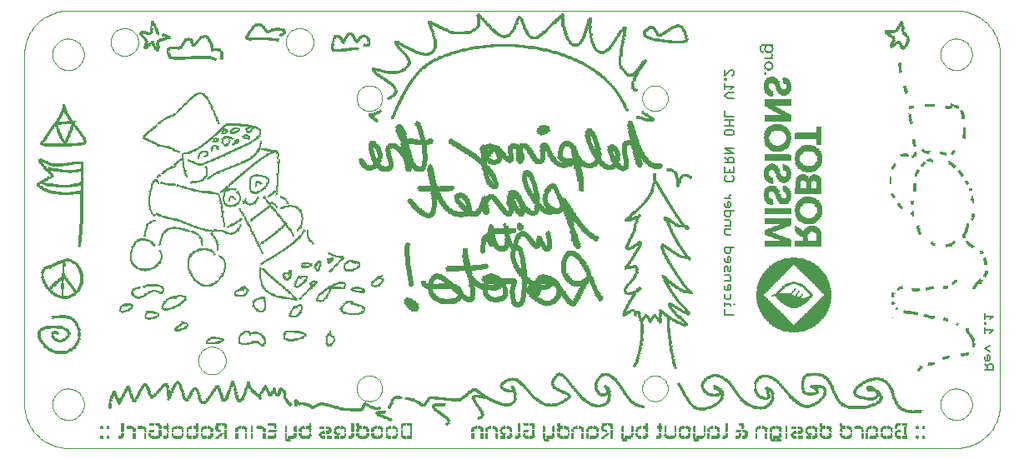
<source format=gbo>
G75*
G70*
%OFA0B0*%
%FSLAX24Y24*%
%IPPOS*%
%LPD*%
%AMOC8*
5,1,8,0,0,1.08239X$1,22.5*
%
%ADD10C,0.0000*%
%ADD11C,0.0060*%
%ADD12R,0.0225X0.0025*%
%ADD13R,0.0150X0.0025*%
%ADD14R,0.0125X0.0025*%
%ADD15R,0.0126X0.0025*%
%ADD16R,0.0151X0.0025*%
%ADD17R,0.0225X0.0025*%
%ADD18R,0.0175X0.0025*%
%ADD19R,0.0174X0.0025*%
%ADD20R,0.0199X0.0025*%
%ADD21R,0.0200X0.0025*%
%ADD22R,0.0100X0.0025*%
%ADD23R,0.0125X0.0025*%
%ADD24R,0.0126X0.0025*%
%ADD25R,0.0099X0.0025*%
%ADD26R,0.0076X0.0025*%
%ADD27R,0.0226X0.0025*%
%ADD28R,0.0250X0.0025*%
%ADD29R,0.0075X0.0025*%
%ADD30R,0.0150X0.0025*%
%ADD31R,0.0124X0.0025*%
%ADD32R,0.0276X0.0025*%
%ADD33R,0.0274X0.0025*%
%ADD34R,0.0251X0.0025*%
%ADD35R,0.0249X0.0025*%
%ADD36R,0.0101X0.0025*%
%ADD37R,0.0151X0.0025*%
%ADD38R,0.0149X0.0025*%
%ADD39R,0.0176X0.0025*%
%ADD40R,0.0300X0.0025*%
%ADD41R,0.0301X0.0025*%
%ADD42R,0.0299X0.0025*%
%ADD43R,0.0224X0.0025*%
%ADD44R,0.0201X0.0025*%
%ADD45R,0.0325X0.0025*%
%ADD46R,0.0326X0.0025*%
%ADD47R,0.0351X0.0025*%
%ADD48R,0.0349X0.0025*%
%ADD49R,0.0074X0.0025*%
%ADD50R,0.0350X0.0025*%
%ADD51R,0.0324X0.0025*%
%ADD52R,0.0275X0.0025*%
%ADD53R,0.0050X0.0025*%
%ADD54R,0.0049X0.0025*%
%ADD55R,0.0401X0.0025*%
%ADD56R,0.0551X0.0025*%
%ADD57R,0.0675X0.0025*%
%ADD58R,0.0376X0.0025*%
%ADD59R,0.0750X0.0025*%
%ADD60R,0.0800X0.0025*%
%ADD61R,0.0450X0.0025*%
%ADD62R,0.0901X0.0025*%
%ADD63R,0.0051X0.0025*%
%ADD64R,0.0475X0.0025*%
%ADD65R,0.1025X0.0025*%
%ADD66R,0.0426X0.0025*%
%ADD67R,0.0625X0.0025*%
%ADD68R,0.0375X0.0025*%
%ADD69R,0.1101X0.0025*%
%ADD70R,0.0749X0.0025*%
%ADD71R,0.0501X0.0025*%
%ADD72R,0.0725X0.0025*%
%ADD73R,0.0425X0.0025*%
%ADD74R,0.1201X0.0025*%
%ADD75R,0.0950X0.0025*%
%ADD76R,0.0825X0.0025*%
%ADD77R,0.0474X0.0025*%
%ADD78R,0.0499X0.0025*%
%ADD79R,0.1100X0.0025*%
%ADD80R,0.1225X0.0025*%
%ADD81R,0.0451X0.0025*%
%ADD82R,0.0400X0.0025*%
%ADD83R,0.0025X0.0025*%
%ADD84R,0.0374X0.0025*%
%ADD85R,0.0549X0.0025*%
%ADD86R,0.0476X0.0025*%
%ADD87R,0.0651X0.0025*%
%ADD88R,0.0525X0.0025*%
%ADD89R,0.0449X0.0025*%
%ADD90R,0.0601X0.0025*%
%ADD91R,0.0500X0.0025*%
%ADD92R,0.0650X0.0025*%
%ADD93R,0.0674X0.0025*%
%ADD94R,0.0600X0.0025*%
%ADD95R,0.0751X0.0025*%
%ADD96R,0.1151X0.0025*%
%ADD97R,0.0624X0.0025*%
%ADD98R,0.1450X0.0025*%
%ADD99R,0.1125X0.0025*%
%ADD100R,0.0824X0.0025*%
%ADD101R,0.0726X0.0025*%
%ADD102R,0.0599X0.0025*%
%ADD103R,0.0574X0.0025*%
%ADD104R,0.0701X0.0025*%
%ADD105R,0.0526X0.0025*%
%ADD106R,0.0575X0.0025*%
%ADD107R,0.0026X0.0025*%
%ADD108R,0.0700X0.0025*%
%ADD109R,0.0575X0.0025*%
%ADD110R,0.0174X0.0025*%
%ADD111R,0.0124X0.0025*%
%ADD112R,0.0224X0.0025*%
%ADD113R,0.0150X0.0025*%
%ADD114R,0.0200X0.0025*%
%ADD115R,0.0175X0.0025*%
%ADD116R,0.0125X0.0025*%
%ADD117R,0.0399X0.0025*%
%ADD118R,0.0201X0.0025*%
%ADD119R,0.0124X0.0025*%
%ADD120R,0.0625X0.0025*%
%ADD121R,0.0300X0.0025*%
%ADD122R,0.0200X0.0025*%
%ADD123R,0.0149X0.0025*%
%ADD124R,0.0550X0.0025*%
%ADD125R,0.0626X0.0025*%
%ADD126R,0.0801X0.0025*%
%ADD127R,0.0024X0.0025*%
%ADD128R,0.0699X0.0025*%
%ADD129R,0.0850X0.0025*%
%ADD130R,0.0999X0.0025*%
%ADD131R,0.1150X0.0025*%
%ADD132R,0.1250X0.0025*%
%ADD133R,0.1350X0.0025*%
%ADD134R,0.0925X0.0025*%
%ADD135R,0.1550X0.0025*%
%ADD136R,0.1626X0.0025*%
%ADD137R,0.1701X0.0025*%
%ADD138R,0.1750X0.0025*%
%ADD139R,0.0899X0.0025*%
%ADD140R,0.0900X0.0025*%
%ADD141R,0.0826X0.0025*%
%ADD142R,0.0874X0.0025*%
%ADD143R,0.0875X0.0025*%
%ADD144R,0.0776X0.0025*%
%ADD145R,0.0876X0.0025*%
%ADD146R,0.0851X0.0025*%
%ADD147R,0.0849X0.0025*%
%ADD148R,0.0774X0.0025*%
%ADD149R,0.0799X0.0025*%
%ADD150R,0.0775X0.0025*%
%ADD151R,0.0649X0.0025*%
%ADD152R,0.0524X0.0025*%
%ADD153R,0.1050X0.0025*%
%ADD154R,0.1099X0.0025*%
%ADD155R,0.0924X0.0025*%
%ADD156R,0.1000X0.0025*%
%ADD157R,0.1200X0.0025*%
%ADD158R,0.1075X0.0025*%
%ADD159R,0.1300X0.0025*%
%ADD160R,0.0576X0.0025*%
%ADD161R,0.0975X0.0025*%
%ADD162R,0.0976X0.0025*%
%ADD163R,0.0424X0.0025*%
%ADD164R,0.1424X0.0025*%
%ADD165R,0.0724X0.0025*%
%ADD166R,0.1226X0.0025*%
%ADD167R,0.0974X0.0025*%
%ADD168R,0.1500X0.0025*%
%ADD169R,0.0399X0.0025*%
%ADD170R,0.1274X0.0025*%
%ADD171R,0.1425X0.0025*%
%ADD172R,0.1374X0.0025*%
%ADD173R,0.1501X0.0025*%
%ADD174R,0.1349X0.0025*%
%ADD175R,0.1475X0.0025*%
%ADD176R,0.1324X0.0025*%
%ADD177R,0.1400X0.0025*%
%ADD178R,0.1375X0.0025*%
%ADD179R,0.1326X0.0025*%
%ADD180R,0.1199X0.0025*%
%ADD181R,0.1476X0.0025*%
%ADD182R,0.1650X0.0025*%
%ADD183R,0.1675X0.0025*%
%ADD184R,0.1700X0.0025*%
%ADD185R,0.1699X0.0025*%
%ADD186R,0.1674X0.0025*%
%ADD187R,0.1601X0.0025*%
%ADD188R,0.1426X0.0025*%
%ADD189R,0.1049X0.0025*%
%ADD190R,0.1275X0.0025*%
%ADD191R,0.1325X0.0025*%
%ADD192R,0.1526X0.0025*%
%ADD193R,0.1024X0.0025*%
%ADD194R,0.0951X0.0025*%
%ADD195R,0.1050X0.0025*%
%ADD196R,0.0299X0.0025*%
%ADD197R,0.0100X0.0025*%
%ADD198R,0.0126X0.0025*%
%ADD199R,0.0226X0.0025*%
%ADD200R,0.0249X0.0025*%
%ADD201R,0.0300X0.0025*%
%ADD202R,0.1225X0.0025*%
%ADD203R,0.0149X0.0025*%
%ADD204R,0.0099X0.0025*%
%ADD205R,0.0026X0.0025*%
%ADD206R,0.0401X0.0025*%
%ADD207R,0.0074X0.0025*%
%ADD208R,0.0350X0.0025*%
%ADD209R,0.1050X0.0025*%
%ADD210R,0.0299X0.0025*%
%ADD211R,0.0575X0.0025*%
%ADD212R,0.0175X0.0025*%
%ADD213R,0.0249X0.0025*%
%ADD214R,0.1376X0.0025*%
%ADD215R,0.0075X0.0025*%
%ADD216R,0.0025X0.0025*%
%ADD217R,0.0074X0.0025*%
%ADD218R,0.0325X0.0025*%
%ADD219R,0.0350X0.0025*%
%ADD220R,0.0301X0.0025*%
%ADD221R,0.0475X0.0025*%
%ADD222R,0.0225X0.0025*%
%ADD223R,0.0500X0.0025*%
%ADD224R,0.0251X0.0025*%
%ADD225R,0.1475X0.0025*%
%ADD226R,0.0075X0.0025*%
%ADD227R,0.0276X0.0025*%
%ADD228R,0.0224X0.0025*%
%ADD229R,0.0425X0.0025*%
%ADD230R,0.0100X0.0025*%
%ADD231R,0.0449X0.0025*%
%ADD232R,0.0276X0.0025*%
%ADD233R,0.1475X0.0025*%
%ADD234R,0.0274X0.0025*%
%ADD235R,0.0676X0.0025*%
%ADD236R,0.0199X0.0025*%
%ADD237R,0.0351X0.0025*%
%ADD238R,0.0400X0.0025*%
%ADD239R,0.0301X0.0025*%
%ADD240R,0.1250X0.0025*%
%ADD241R,0.0176X0.0025*%
%ADD242R,0.0099X0.0025*%
%ADD243R,0.1550X0.0025*%
%ADD244R,0.1725X0.0025*%
%ADD245R,0.2100X0.0025*%
%ADD246R,0.1474X0.0025*%
%ADD247R,0.2075X0.0025*%
%ADD248R,0.0949X0.0025*%
%ADD249R,0.1574X0.0025*%
%ADD250R,0.1774X0.0025*%
%ADD251R,0.1799X0.0025*%
%ADD252R,0.1299X0.0025*%
%ADD253R,0.1149X0.0025*%
%ADD254R,0.1875X0.0025*%
%ADD255R,0.1800X0.0025*%
%ADD256R,0.1076X0.0025*%
%ADD257R,0.2425X0.0025*%
%ADD258R,0.1001X0.0025*%
D10*
X002418Y000253D02*
X037918Y000253D01*
X037288Y002003D02*
X037290Y002053D01*
X037296Y002103D01*
X037306Y002152D01*
X037320Y002200D01*
X037337Y002247D01*
X037358Y002292D01*
X037383Y002336D01*
X037411Y002377D01*
X037443Y002416D01*
X037477Y002453D01*
X037514Y002487D01*
X037554Y002517D01*
X037596Y002544D01*
X037640Y002568D01*
X037686Y002589D01*
X037733Y002605D01*
X037781Y002618D01*
X037831Y002627D01*
X037880Y002632D01*
X037931Y002633D01*
X037981Y002630D01*
X038030Y002623D01*
X038079Y002612D01*
X038127Y002597D01*
X038173Y002579D01*
X038218Y002557D01*
X038261Y002531D01*
X038302Y002502D01*
X038341Y002470D01*
X038377Y002435D01*
X038409Y002397D01*
X038439Y002357D01*
X038466Y002314D01*
X038489Y002270D01*
X038508Y002224D01*
X038524Y002176D01*
X038536Y002127D01*
X038544Y002078D01*
X038548Y002028D01*
X038548Y001978D01*
X038544Y001928D01*
X038536Y001879D01*
X038524Y001830D01*
X038508Y001782D01*
X038489Y001736D01*
X038466Y001692D01*
X038439Y001649D01*
X038409Y001609D01*
X038377Y001571D01*
X038341Y001536D01*
X038302Y001504D01*
X038261Y001475D01*
X038218Y001449D01*
X038173Y001427D01*
X038127Y001409D01*
X038079Y001394D01*
X038030Y001383D01*
X037981Y001376D01*
X037931Y001373D01*
X037880Y001374D01*
X037831Y001379D01*
X037781Y001388D01*
X037733Y001401D01*
X037686Y001417D01*
X037640Y001438D01*
X037596Y001462D01*
X037554Y001489D01*
X037514Y001519D01*
X037477Y001553D01*
X037443Y001590D01*
X037411Y001629D01*
X037383Y001670D01*
X037358Y001714D01*
X037337Y001759D01*
X037320Y001806D01*
X037306Y001854D01*
X037296Y001903D01*
X037290Y001953D01*
X037288Y002003D01*
X037918Y000253D02*
X038001Y000255D01*
X038084Y000261D01*
X038167Y000271D01*
X038249Y000285D01*
X038331Y000302D01*
X038411Y000324D01*
X038490Y000349D01*
X038568Y000378D01*
X038645Y000411D01*
X038720Y000448D01*
X038793Y000487D01*
X038864Y000531D01*
X038933Y000577D01*
X039000Y000627D01*
X039064Y000680D01*
X039126Y000736D01*
X039185Y000795D01*
X039241Y000857D01*
X039294Y000921D01*
X039344Y000988D01*
X039390Y001057D01*
X039434Y001128D01*
X039473Y001201D01*
X039510Y001276D01*
X039543Y001353D01*
X039572Y001431D01*
X039597Y001510D01*
X039619Y001590D01*
X039636Y001672D01*
X039650Y001754D01*
X039660Y001837D01*
X039666Y001920D01*
X039668Y002003D01*
X039668Y016003D01*
X037288Y016003D02*
X037290Y016053D01*
X037296Y016103D01*
X037306Y016152D01*
X037320Y016200D01*
X037337Y016247D01*
X037358Y016292D01*
X037383Y016336D01*
X037411Y016377D01*
X037443Y016416D01*
X037477Y016453D01*
X037514Y016487D01*
X037554Y016517D01*
X037596Y016544D01*
X037640Y016568D01*
X037686Y016589D01*
X037733Y016605D01*
X037781Y016618D01*
X037831Y016627D01*
X037880Y016632D01*
X037931Y016633D01*
X037981Y016630D01*
X038030Y016623D01*
X038079Y016612D01*
X038127Y016597D01*
X038173Y016579D01*
X038218Y016557D01*
X038261Y016531D01*
X038302Y016502D01*
X038341Y016470D01*
X038377Y016435D01*
X038409Y016397D01*
X038439Y016357D01*
X038466Y016314D01*
X038489Y016270D01*
X038508Y016224D01*
X038524Y016176D01*
X038536Y016127D01*
X038544Y016078D01*
X038548Y016028D01*
X038548Y015978D01*
X038544Y015928D01*
X038536Y015879D01*
X038524Y015830D01*
X038508Y015782D01*
X038489Y015736D01*
X038466Y015692D01*
X038439Y015649D01*
X038409Y015609D01*
X038377Y015571D01*
X038341Y015536D01*
X038302Y015504D01*
X038261Y015475D01*
X038218Y015449D01*
X038173Y015427D01*
X038127Y015409D01*
X038079Y015394D01*
X038030Y015383D01*
X037981Y015376D01*
X037931Y015373D01*
X037880Y015374D01*
X037831Y015379D01*
X037781Y015388D01*
X037733Y015401D01*
X037686Y015417D01*
X037640Y015438D01*
X037596Y015462D01*
X037554Y015489D01*
X037514Y015519D01*
X037477Y015553D01*
X037443Y015590D01*
X037411Y015629D01*
X037383Y015670D01*
X037358Y015714D01*
X037337Y015759D01*
X037320Y015806D01*
X037306Y015854D01*
X037296Y015903D01*
X037290Y015953D01*
X037288Y016003D01*
X037918Y017753D02*
X038001Y017751D01*
X038084Y017745D01*
X038167Y017735D01*
X038249Y017721D01*
X038331Y017704D01*
X038411Y017682D01*
X038490Y017657D01*
X038568Y017628D01*
X038645Y017595D01*
X038720Y017558D01*
X038793Y017519D01*
X038864Y017475D01*
X038933Y017429D01*
X039000Y017379D01*
X039064Y017326D01*
X039126Y017270D01*
X039185Y017211D01*
X039241Y017149D01*
X039294Y017085D01*
X039344Y017018D01*
X039390Y016949D01*
X039434Y016878D01*
X039473Y016805D01*
X039510Y016730D01*
X039543Y016653D01*
X039572Y016575D01*
X039597Y016496D01*
X039619Y016416D01*
X039636Y016334D01*
X039650Y016252D01*
X039660Y016169D01*
X039666Y016086D01*
X039668Y016003D01*
X037918Y017753D02*
X002418Y017753D01*
X004117Y016503D02*
X004119Y016550D01*
X004125Y016596D01*
X004135Y016642D01*
X004148Y016687D01*
X004166Y016730D01*
X004187Y016772D01*
X004211Y016812D01*
X004239Y016849D01*
X004270Y016884D01*
X004304Y016917D01*
X004340Y016946D01*
X004379Y016972D01*
X004420Y016995D01*
X004463Y017014D01*
X004507Y017030D01*
X004552Y017042D01*
X004598Y017050D01*
X004645Y017054D01*
X004691Y017054D01*
X004738Y017050D01*
X004784Y017042D01*
X004829Y017030D01*
X004873Y017014D01*
X004916Y016995D01*
X004957Y016972D01*
X004996Y016946D01*
X005032Y016917D01*
X005066Y016884D01*
X005097Y016849D01*
X005125Y016812D01*
X005149Y016772D01*
X005170Y016730D01*
X005188Y016687D01*
X005201Y016642D01*
X005211Y016596D01*
X005217Y016550D01*
X005219Y016503D01*
X005217Y016456D01*
X005211Y016410D01*
X005201Y016364D01*
X005188Y016319D01*
X005170Y016276D01*
X005149Y016234D01*
X005125Y016194D01*
X005097Y016157D01*
X005066Y016122D01*
X005032Y016089D01*
X004996Y016060D01*
X004957Y016034D01*
X004916Y016011D01*
X004873Y015992D01*
X004829Y015976D01*
X004784Y015964D01*
X004738Y015956D01*
X004691Y015952D01*
X004645Y015952D01*
X004598Y015956D01*
X004552Y015964D01*
X004507Y015976D01*
X004463Y015992D01*
X004420Y016011D01*
X004379Y016034D01*
X004340Y016060D01*
X004304Y016089D01*
X004270Y016122D01*
X004239Y016157D01*
X004211Y016194D01*
X004187Y016234D01*
X004166Y016276D01*
X004148Y016319D01*
X004135Y016364D01*
X004125Y016410D01*
X004119Y016456D01*
X004117Y016503D01*
X001788Y016003D02*
X001790Y016053D01*
X001796Y016103D01*
X001806Y016152D01*
X001820Y016200D01*
X001837Y016247D01*
X001858Y016292D01*
X001883Y016336D01*
X001911Y016377D01*
X001943Y016416D01*
X001977Y016453D01*
X002014Y016487D01*
X002054Y016517D01*
X002096Y016544D01*
X002140Y016568D01*
X002186Y016589D01*
X002233Y016605D01*
X002281Y016618D01*
X002331Y016627D01*
X002380Y016632D01*
X002431Y016633D01*
X002481Y016630D01*
X002530Y016623D01*
X002579Y016612D01*
X002627Y016597D01*
X002673Y016579D01*
X002718Y016557D01*
X002761Y016531D01*
X002802Y016502D01*
X002841Y016470D01*
X002877Y016435D01*
X002909Y016397D01*
X002939Y016357D01*
X002966Y016314D01*
X002989Y016270D01*
X003008Y016224D01*
X003024Y016176D01*
X003036Y016127D01*
X003044Y016078D01*
X003048Y016028D01*
X003048Y015978D01*
X003044Y015928D01*
X003036Y015879D01*
X003024Y015830D01*
X003008Y015782D01*
X002989Y015736D01*
X002966Y015692D01*
X002939Y015649D01*
X002909Y015609D01*
X002877Y015571D01*
X002841Y015536D01*
X002802Y015504D01*
X002761Y015475D01*
X002718Y015449D01*
X002673Y015427D01*
X002627Y015409D01*
X002579Y015394D01*
X002530Y015383D01*
X002481Y015376D01*
X002431Y015373D01*
X002380Y015374D01*
X002331Y015379D01*
X002281Y015388D01*
X002233Y015401D01*
X002186Y015417D01*
X002140Y015438D01*
X002096Y015462D01*
X002054Y015489D01*
X002014Y015519D01*
X001977Y015553D01*
X001943Y015590D01*
X001911Y015629D01*
X001883Y015670D01*
X001858Y015714D01*
X001837Y015759D01*
X001820Y015806D01*
X001806Y015854D01*
X001796Y015903D01*
X001790Y015953D01*
X001788Y016003D01*
X000668Y016003D02*
X000670Y016086D01*
X000676Y016169D01*
X000686Y016252D01*
X000700Y016334D01*
X000717Y016416D01*
X000739Y016496D01*
X000764Y016575D01*
X000793Y016653D01*
X000826Y016730D01*
X000863Y016805D01*
X000902Y016878D01*
X000946Y016949D01*
X000992Y017018D01*
X001042Y017085D01*
X001095Y017149D01*
X001151Y017211D01*
X001210Y017270D01*
X001272Y017326D01*
X001336Y017379D01*
X001403Y017429D01*
X001472Y017475D01*
X001543Y017519D01*
X001616Y017558D01*
X001691Y017595D01*
X001768Y017628D01*
X001846Y017657D01*
X001925Y017682D01*
X002005Y017704D01*
X002087Y017721D01*
X002169Y017735D01*
X002252Y017745D01*
X002335Y017751D01*
X002418Y017753D01*
X000668Y016003D02*
X000668Y002003D01*
X001788Y002003D02*
X001790Y002053D01*
X001796Y002103D01*
X001806Y002152D01*
X001820Y002200D01*
X001837Y002247D01*
X001858Y002292D01*
X001883Y002336D01*
X001911Y002377D01*
X001943Y002416D01*
X001977Y002453D01*
X002014Y002487D01*
X002054Y002517D01*
X002096Y002544D01*
X002140Y002568D01*
X002186Y002589D01*
X002233Y002605D01*
X002281Y002618D01*
X002331Y002627D01*
X002380Y002632D01*
X002431Y002633D01*
X002481Y002630D01*
X002530Y002623D01*
X002579Y002612D01*
X002627Y002597D01*
X002673Y002579D01*
X002718Y002557D01*
X002761Y002531D01*
X002802Y002502D01*
X002841Y002470D01*
X002877Y002435D01*
X002909Y002397D01*
X002939Y002357D01*
X002966Y002314D01*
X002989Y002270D01*
X003008Y002224D01*
X003024Y002176D01*
X003036Y002127D01*
X003044Y002078D01*
X003048Y002028D01*
X003048Y001978D01*
X003044Y001928D01*
X003036Y001879D01*
X003024Y001830D01*
X003008Y001782D01*
X002989Y001736D01*
X002966Y001692D01*
X002939Y001649D01*
X002909Y001609D01*
X002877Y001571D01*
X002841Y001536D01*
X002802Y001504D01*
X002761Y001475D01*
X002718Y001449D01*
X002673Y001427D01*
X002627Y001409D01*
X002579Y001394D01*
X002530Y001383D01*
X002481Y001376D01*
X002431Y001373D01*
X002380Y001374D01*
X002331Y001379D01*
X002281Y001388D01*
X002233Y001401D01*
X002186Y001417D01*
X002140Y001438D01*
X002096Y001462D01*
X002054Y001489D01*
X002014Y001519D01*
X001977Y001553D01*
X001943Y001590D01*
X001911Y001629D01*
X001883Y001670D01*
X001858Y001714D01*
X001837Y001759D01*
X001820Y001806D01*
X001806Y001854D01*
X001796Y001903D01*
X001790Y001953D01*
X001788Y002003D01*
X000668Y002003D02*
X000670Y001920D01*
X000676Y001837D01*
X000686Y001754D01*
X000700Y001672D01*
X000717Y001590D01*
X000739Y001510D01*
X000764Y001431D01*
X000793Y001353D01*
X000826Y001276D01*
X000863Y001201D01*
X000902Y001128D01*
X000946Y001057D01*
X000992Y000988D01*
X001042Y000921D01*
X001095Y000857D01*
X001151Y000795D01*
X001210Y000736D01*
X001272Y000680D01*
X001336Y000627D01*
X001403Y000577D01*
X001472Y000531D01*
X001543Y000487D01*
X001616Y000448D01*
X001691Y000411D01*
X001768Y000378D01*
X001846Y000349D01*
X001925Y000324D01*
X002005Y000302D01*
X002087Y000285D01*
X002169Y000271D01*
X002252Y000261D01*
X002335Y000255D01*
X002418Y000253D01*
X007617Y003753D02*
X007619Y003800D01*
X007625Y003846D01*
X007635Y003892D01*
X007648Y003937D01*
X007666Y003980D01*
X007687Y004022D01*
X007711Y004062D01*
X007739Y004099D01*
X007770Y004134D01*
X007804Y004167D01*
X007840Y004196D01*
X007879Y004222D01*
X007920Y004245D01*
X007963Y004264D01*
X008007Y004280D01*
X008052Y004292D01*
X008098Y004300D01*
X008145Y004304D01*
X008191Y004304D01*
X008238Y004300D01*
X008284Y004292D01*
X008329Y004280D01*
X008373Y004264D01*
X008416Y004245D01*
X008457Y004222D01*
X008496Y004196D01*
X008532Y004167D01*
X008566Y004134D01*
X008597Y004099D01*
X008625Y004062D01*
X008649Y004022D01*
X008670Y003980D01*
X008688Y003937D01*
X008701Y003892D01*
X008711Y003846D01*
X008717Y003800D01*
X008719Y003753D01*
X008717Y003706D01*
X008711Y003660D01*
X008701Y003614D01*
X008688Y003569D01*
X008670Y003526D01*
X008649Y003484D01*
X008625Y003444D01*
X008597Y003407D01*
X008566Y003372D01*
X008532Y003339D01*
X008496Y003310D01*
X008457Y003284D01*
X008416Y003261D01*
X008373Y003242D01*
X008329Y003226D01*
X008284Y003214D01*
X008238Y003206D01*
X008191Y003202D01*
X008145Y003202D01*
X008098Y003206D01*
X008052Y003214D01*
X008007Y003226D01*
X007963Y003242D01*
X007920Y003261D01*
X007879Y003284D01*
X007840Y003310D01*
X007804Y003339D01*
X007770Y003372D01*
X007739Y003407D01*
X007711Y003444D01*
X007687Y003484D01*
X007666Y003526D01*
X007648Y003569D01*
X007635Y003614D01*
X007625Y003660D01*
X007619Y003706D01*
X007617Y003753D01*
X013947Y002639D02*
X013949Y002684D01*
X013955Y002728D01*
X013964Y002772D01*
X013978Y002814D01*
X013995Y002855D01*
X014016Y002895D01*
X014040Y002933D01*
X014067Y002968D01*
X014097Y003001D01*
X014130Y003031D01*
X014165Y003058D01*
X014203Y003082D01*
X014243Y003103D01*
X014284Y003120D01*
X014326Y003134D01*
X014370Y003143D01*
X014414Y003149D01*
X014459Y003151D01*
X014504Y003149D01*
X014548Y003143D01*
X014592Y003134D01*
X014634Y003120D01*
X014675Y003103D01*
X014715Y003082D01*
X014753Y003058D01*
X014788Y003031D01*
X014821Y003001D01*
X014851Y002968D01*
X014878Y002933D01*
X014902Y002895D01*
X014923Y002855D01*
X014940Y002814D01*
X014954Y002772D01*
X014963Y002728D01*
X014969Y002684D01*
X014971Y002639D01*
X014969Y002594D01*
X014963Y002550D01*
X014954Y002506D01*
X014940Y002464D01*
X014923Y002423D01*
X014902Y002383D01*
X014878Y002345D01*
X014851Y002310D01*
X014821Y002277D01*
X014788Y002247D01*
X014753Y002220D01*
X014715Y002196D01*
X014675Y002175D01*
X014634Y002158D01*
X014592Y002144D01*
X014548Y002135D01*
X014504Y002129D01*
X014459Y002127D01*
X014414Y002129D01*
X014370Y002135D01*
X014326Y002144D01*
X014284Y002158D01*
X014243Y002175D01*
X014203Y002196D01*
X014165Y002220D01*
X014130Y002247D01*
X014097Y002277D01*
X014067Y002310D01*
X014040Y002345D01*
X014016Y002383D01*
X013995Y002423D01*
X013978Y002464D01*
X013964Y002506D01*
X013955Y002550D01*
X013949Y002594D01*
X013947Y002639D01*
X025364Y002639D02*
X025366Y002684D01*
X025372Y002728D01*
X025381Y002772D01*
X025395Y002814D01*
X025412Y002855D01*
X025433Y002895D01*
X025457Y002933D01*
X025484Y002968D01*
X025514Y003001D01*
X025547Y003031D01*
X025582Y003058D01*
X025620Y003082D01*
X025660Y003103D01*
X025701Y003120D01*
X025743Y003134D01*
X025787Y003143D01*
X025831Y003149D01*
X025876Y003151D01*
X025921Y003149D01*
X025965Y003143D01*
X026009Y003134D01*
X026051Y003120D01*
X026092Y003103D01*
X026132Y003082D01*
X026170Y003058D01*
X026205Y003031D01*
X026238Y003001D01*
X026268Y002968D01*
X026295Y002933D01*
X026319Y002895D01*
X026340Y002855D01*
X026357Y002814D01*
X026371Y002772D01*
X026380Y002728D01*
X026386Y002684D01*
X026388Y002639D01*
X026386Y002594D01*
X026380Y002550D01*
X026371Y002506D01*
X026357Y002464D01*
X026340Y002423D01*
X026319Y002383D01*
X026295Y002345D01*
X026268Y002310D01*
X026238Y002277D01*
X026205Y002247D01*
X026170Y002220D01*
X026132Y002196D01*
X026092Y002175D01*
X026051Y002158D01*
X026009Y002144D01*
X025965Y002135D01*
X025921Y002129D01*
X025876Y002127D01*
X025831Y002129D01*
X025787Y002135D01*
X025743Y002144D01*
X025701Y002158D01*
X025660Y002175D01*
X025620Y002196D01*
X025582Y002220D01*
X025547Y002247D01*
X025514Y002277D01*
X025484Y002310D01*
X025457Y002345D01*
X025433Y002383D01*
X025412Y002423D01*
X025395Y002464D01*
X025381Y002506D01*
X025372Y002550D01*
X025366Y002594D01*
X025364Y002639D01*
X025364Y014253D02*
X025366Y014298D01*
X025372Y014342D01*
X025381Y014386D01*
X025395Y014428D01*
X025412Y014469D01*
X025433Y014509D01*
X025457Y014547D01*
X025484Y014582D01*
X025514Y014615D01*
X025547Y014645D01*
X025582Y014672D01*
X025620Y014696D01*
X025660Y014717D01*
X025701Y014734D01*
X025743Y014748D01*
X025787Y014757D01*
X025831Y014763D01*
X025876Y014765D01*
X025921Y014763D01*
X025965Y014757D01*
X026009Y014748D01*
X026051Y014734D01*
X026092Y014717D01*
X026132Y014696D01*
X026170Y014672D01*
X026205Y014645D01*
X026238Y014615D01*
X026268Y014582D01*
X026295Y014547D01*
X026319Y014509D01*
X026340Y014469D01*
X026357Y014428D01*
X026371Y014386D01*
X026380Y014342D01*
X026386Y014298D01*
X026388Y014253D01*
X026386Y014208D01*
X026380Y014164D01*
X026371Y014120D01*
X026357Y014078D01*
X026340Y014037D01*
X026319Y013997D01*
X026295Y013959D01*
X026268Y013924D01*
X026238Y013891D01*
X026205Y013861D01*
X026170Y013834D01*
X026132Y013810D01*
X026092Y013789D01*
X026051Y013772D01*
X026009Y013758D01*
X025965Y013749D01*
X025921Y013743D01*
X025876Y013741D01*
X025831Y013743D01*
X025787Y013749D01*
X025743Y013758D01*
X025701Y013772D01*
X025660Y013789D01*
X025620Y013810D01*
X025582Y013834D01*
X025547Y013861D01*
X025514Y013891D01*
X025484Y013924D01*
X025457Y013959D01*
X025433Y013997D01*
X025412Y014037D01*
X025395Y014078D01*
X025381Y014120D01*
X025372Y014164D01*
X025366Y014208D01*
X025364Y014253D01*
X013947Y014253D02*
X013949Y014298D01*
X013955Y014342D01*
X013964Y014386D01*
X013978Y014428D01*
X013995Y014469D01*
X014016Y014509D01*
X014040Y014547D01*
X014067Y014582D01*
X014097Y014615D01*
X014130Y014645D01*
X014165Y014672D01*
X014203Y014696D01*
X014243Y014717D01*
X014284Y014734D01*
X014326Y014748D01*
X014370Y014757D01*
X014414Y014763D01*
X014459Y014765D01*
X014504Y014763D01*
X014548Y014757D01*
X014592Y014748D01*
X014634Y014734D01*
X014675Y014717D01*
X014715Y014696D01*
X014753Y014672D01*
X014788Y014645D01*
X014821Y014615D01*
X014851Y014582D01*
X014878Y014547D01*
X014902Y014509D01*
X014923Y014469D01*
X014940Y014428D01*
X014954Y014386D01*
X014963Y014342D01*
X014969Y014298D01*
X014971Y014253D01*
X014969Y014208D01*
X014963Y014164D01*
X014954Y014120D01*
X014940Y014078D01*
X014923Y014037D01*
X014902Y013997D01*
X014878Y013959D01*
X014851Y013924D01*
X014821Y013891D01*
X014788Y013861D01*
X014753Y013834D01*
X014715Y013810D01*
X014675Y013789D01*
X014634Y013772D01*
X014592Y013758D01*
X014548Y013749D01*
X014504Y013743D01*
X014459Y013741D01*
X014414Y013743D01*
X014370Y013749D01*
X014326Y013758D01*
X014284Y013772D01*
X014243Y013789D01*
X014203Y013810D01*
X014165Y013834D01*
X014130Y013861D01*
X014097Y013891D01*
X014067Y013924D01*
X014040Y013959D01*
X014016Y013997D01*
X013995Y014037D01*
X013978Y014078D01*
X013964Y014120D01*
X013955Y014164D01*
X013949Y014208D01*
X013947Y014253D01*
X011117Y016503D02*
X011119Y016550D01*
X011125Y016596D01*
X011135Y016642D01*
X011148Y016687D01*
X011166Y016730D01*
X011187Y016772D01*
X011211Y016812D01*
X011239Y016849D01*
X011270Y016884D01*
X011304Y016917D01*
X011340Y016946D01*
X011379Y016972D01*
X011420Y016995D01*
X011463Y017014D01*
X011507Y017030D01*
X011552Y017042D01*
X011598Y017050D01*
X011645Y017054D01*
X011691Y017054D01*
X011738Y017050D01*
X011784Y017042D01*
X011829Y017030D01*
X011873Y017014D01*
X011916Y016995D01*
X011957Y016972D01*
X011996Y016946D01*
X012032Y016917D01*
X012066Y016884D01*
X012097Y016849D01*
X012125Y016812D01*
X012149Y016772D01*
X012170Y016730D01*
X012188Y016687D01*
X012201Y016642D01*
X012211Y016596D01*
X012217Y016550D01*
X012219Y016503D01*
X012217Y016456D01*
X012211Y016410D01*
X012201Y016364D01*
X012188Y016319D01*
X012170Y016276D01*
X012149Y016234D01*
X012125Y016194D01*
X012097Y016157D01*
X012066Y016122D01*
X012032Y016089D01*
X011996Y016060D01*
X011957Y016034D01*
X011916Y016011D01*
X011873Y015992D01*
X011829Y015976D01*
X011784Y015964D01*
X011738Y015956D01*
X011691Y015952D01*
X011645Y015952D01*
X011598Y015956D01*
X011552Y015964D01*
X011507Y015976D01*
X011463Y015992D01*
X011420Y016011D01*
X011379Y016034D01*
X011340Y016060D01*
X011304Y016089D01*
X011270Y016122D01*
X011239Y016157D01*
X011211Y016194D01*
X011187Y016234D01*
X011166Y016276D01*
X011148Y016319D01*
X011135Y016364D01*
X011125Y016410D01*
X011119Y016456D01*
X011117Y016503D01*
D11*
X028673Y015391D02*
X028673Y015165D01*
X028899Y015391D01*
X028956Y015391D01*
X029013Y015335D01*
X029013Y015221D01*
X028956Y015165D01*
X028729Y015037D02*
X028673Y015037D01*
X028673Y014980D01*
X028729Y014980D01*
X028729Y015037D01*
X028673Y014839D02*
X028673Y014612D01*
X028673Y014726D02*
X029013Y014726D01*
X028899Y014612D01*
X028786Y014471D02*
X029013Y014471D01*
X028786Y014471D02*
X028673Y014357D01*
X028786Y014244D01*
X029013Y014244D01*
X028673Y013734D02*
X028673Y013507D01*
X029013Y013507D01*
X029013Y013366D02*
X028673Y013366D01*
X028843Y013366D02*
X028843Y013139D01*
X028673Y013139D02*
X029013Y013139D01*
X028956Y012997D02*
X029013Y012941D01*
X029013Y012827D01*
X028956Y012771D01*
X028729Y012771D01*
X028673Y012827D01*
X028673Y012941D01*
X028729Y012997D01*
X028956Y012997D01*
X029013Y012261D02*
X028673Y012261D01*
X029013Y012034D01*
X028673Y012034D01*
X028673Y011893D02*
X028786Y011779D01*
X028786Y011836D02*
X028786Y011666D01*
X028673Y011666D02*
X029013Y011666D01*
X029013Y011836D01*
X028956Y011893D01*
X028843Y011893D01*
X028786Y011836D01*
X028673Y011524D02*
X028673Y011297D01*
X029013Y011297D01*
X029013Y011524D01*
X028843Y011411D02*
X028843Y011297D01*
X028956Y011156D02*
X029013Y011099D01*
X029013Y010986D01*
X028956Y010929D01*
X028729Y010929D01*
X028673Y010986D01*
X028673Y011099D01*
X028729Y011156D01*
X028899Y010424D02*
X028899Y010367D01*
X028786Y010254D01*
X028673Y010254D02*
X028899Y010254D01*
X028843Y010112D02*
X028786Y010112D01*
X028786Y009886D01*
X028843Y009886D02*
X028899Y009942D01*
X028899Y010056D01*
X028843Y010112D01*
X028673Y010056D02*
X028673Y009942D01*
X028729Y009886D01*
X028843Y009886D01*
X028899Y009744D02*
X028899Y009574D01*
X028843Y009517D01*
X028729Y009517D01*
X028673Y009574D01*
X028673Y009744D01*
X029013Y009744D01*
X028843Y009376D02*
X028673Y009376D01*
X028843Y009376D02*
X028899Y009319D01*
X028899Y009149D01*
X028673Y009149D01*
X028673Y009007D02*
X028899Y009007D01*
X028899Y008781D02*
X028729Y008781D01*
X028673Y008837D01*
X028673Y009007D01*
X028673Y008271D02*
X028673Y008101D01*
X028729Y008044D01*
X028843Y008044D01*
X028899Y008101D01*
X028899Y008271D01*
X029013Y008271D02*
X028673Y008271D01*
X028786Y007903D02*
X028786Y007676D01*
X028843Y007676D02*
X028899Y007732D01*
X028899Y007846D01*
X028843Y007903D01*
X028786Y007903D01*
X028673Y007846D02*
X028673Y007732D01*
X028729Y007676D01*
X028843Y007676D01*
X028899Y007534D02*
X028899Y007364D01*
X028843Y007307D01*
X028786Y007364D01*
X028786Y007478D01*
X028729Y007534D01*
X028673Y007478D01*
X028673Y007307D01*
X028673Y007166D02*
X028843Y007166D01*
X028899Y007109D01*
X028899Y006939D01*
X028673Y006939D01*
X028786Y006798D02*
X028786Y006571D01*
X028843Y006571D02*
X028899Y006627D01*
X028899Y006741D01*
X028843Y006798D01*
X028786Y006798D01*
X028673Y006741D02*
X028673Y006627D01*
X028729Y006571D01*
X028843Y006571D01*
X028899Y006429D02*
X028899Y006259D01*
X028843Y006202D01*
X028729Y006202D01*
X028673Y006259D01*
X028673Y006429D01*
X028673Y006070D02*
X028673Y005957D01*
X028673Y006014D02*
X028899Y006014D01*
X028899Y005957D01*
X029013Y006014D02*
X029070Y006014D01*
X028673Y005816D02*
X028673Y005589D01*
X029013Y005589D01*
X039048Y005642D02*
X039048Y005415D01*
X039048Y005528D02*
X039388Y005528D01*
X039274Y005415D01*
X039104Y005287D02*
X039048Y005287D01*
X039048Y005231D01*
X039104Y005231D01*
X039104Y005287D01*
X039048Y005089D02*
X039048Y004862D01*
X039048Y004976D02*
X039388Y004976D01*
X039274Y004862D01*
X039274Y004353D02*
X039048Y004239D01*
X039274Y004126D01*
X039218Y003984D02*
X039161Y003984D01*
X039161Y003757D01*
X039218Y003757D02*
X039274Y003814D01*
X039274Y003928D01*
X039218Y003984D01*
X039048Y003928D02*
X039048Y003814D01*
X039104Y003757D01*
X039218Y003757D01*
X039218Y003616D02*
X039161Y003559D01*
X039161Y003389D01*
X039048Y003389D02*
X039388Y003389D01*
X039388Y003559D01*
X039331Y003616D01*
X039218Y003616D01*
X039161Y003503D02*
X039048Y003616D01*
D12*
X037493Y003828D03*
X030842Y000503D03*
X021917Y010553D03*
X020818Y010553D03*
X020767Y010653D03*
X020718Y010753D03*
X020193Y010553D03*
D13*
X021905Y003078D03*
X023680Y003078D03*
X021555Y000503D03*
X030630Y000503D03*
D14*
X027567Y000503D03*
X026117Y010553D03*
X025768Y010553D03*
X010267Y010653D03*
X002967Y010553D03*
D15*
X008743Y010653D03*
X026793Y010753D03*
X024693Y000503D03*
D16*
X011230Y000503D03*
X001230Y010753D03*
X026055Y010653D03*
D17*
X027268Y011078D03*
X024742Y011553D03*
X024742Y011578D03*
X024742Y011603D03*
X024742Y011628D03*
X024742Y011653D03*
X024742Y011678D03*
X024717Y011778D03*
X024717Y011803D03*
X024668Y011978D03*
X024668Y012003D03*
X024668Y012028D03*
X024668Y012328D03*
X024143Y012353D03*
X024092Y012103D03*
X024092Y012078D03*
X024117Y012028D03*
X024117Y012003D03*
X024143Y011953D03*
X024143Y011928D03*
X023567Y012303D03*
X023518Y012453D03*
X023518Y012478D03*
X023492Y012528D03*
X023492Y012553D03*
X023467Y012603D03*
X023467Y012628D03*
X023242Y012528D03*
X023242Y012503D03*
X023242Y012478D03*
X023267Y012453D03*
X023267Y012428D03*
X023267Y012403D03*
X023318Y012328D03*
X023318Y012303D03*
X023342Y012253D03*
X022642Y012178D03*
X022617Y012228D03*
X022168Y012278D03*
X022142Y012228D03*
X022117Y012203D03*
X022117Y012178D03*
X022117Y012153D03*
X022092Y012128D03*
X022092Y012103D03*
X022092Y011903D03*
X021692Y011978D03*
X021643Y012078D03*
X021643Y012103D03*
X021392Y012103D03*
X021392Y012078D03*
X021392Y012053D03*
X021392Y011828D03*
X021392Y011803D03*
X020867Y012128D03*
X020242Y012403D03*
X020093Y012203D03*
X020093Y012178D03*
X020093Y012153D03*
X020093Y012128D03*
X020117Y012028D03*
X020117Y012003D03*
X020142Y011903D03*
X020767Y011328D03*
X020918Y011103D03*
X020967Y011003D03*
X020967Y010978D03*
X020992Y010953D03*
X020992Y010928D03*
X021018Y010878D03*
X021018Y010853D03*
X021067Y010703D03*
X021092Y010603D03*
X020842Y010503D03*
X020867Y010453D03*
X020742Y010703D03*
X020718Y010778D03*
X020667Y010928D03*
X020667Y010953D03*
X021543Y010478D03*
X021543Y010453D03*
X021517Y010428D03*
X021517Y010403D03*
X021492Y010353D03*
X021492Y010328D03*
X021492Y010103D03*
X021492Y010078D03*
X021517Y010053D03*
X021517Y010028D03*
X022017Y010353D03*
X022017Y010378D03*
X021992Y010403D03*
X021992Y010428D03*
X021968Y010453D03*
X021968Y010478D03*
X021917Y010578D03*
X022068Y010278D03*
X020017Y009528D03*
X019917Y009128D03*
X019917Y009103D03*
X019917Y009078D03*
X020467Y009178D03*
X020393Y008653D03*
X020367Y008603D03*
X020367Y008578D03*
X020342Y008553D03*
X020342Y008528D03*
X019993Y008628D03*
X019993Y008653D03*
X019993Y008678D03*
X019993Y008703D03*
X019017Y008478D03*
X019017Y008453D03*
X019017Y008428D03*
X019017Y008403D03*
X019017Y008378D03*
X018293Y008053D03*
X018293Y008028D03*
X018293Y008003D03*
X018293Y007978D03*
X018318Y007828D03*
X018318Y007803D03*
X018468Y007178D03*
X018468Y007153D03*
X018567Y006703D03*
X018567Y006678D03*
X018567Y006278D03*
X020193Y006278D03*
X020193Y006253D03*
X020193Y006228D03*
X020242Y006103D03*
X020567Y006103D03*
X020642Y006453D03*
X020193Y006628D03*
X020193Y006653D03*
X020242Y006753D03*
X020242Y006778D03*
X020242Y006803D03*
X020393Y007403D03*
X020342Y007478D03*
X020293Y007578D03*
X020293Y007603D03*
X020267Y007628D03*
X020267Y007653D03*
X020242Y007703D03*
X020242Y007728D03*
X020193Y007903D03*
X020193Y007928D03*
X020193Y007953D03*
X020193Y007978D03*
X020193Y008003D03*
X020193Y008028D03*
X020542Y008003D03*
X020542Y007978D03*
X020567Y007903D03*
X020567Y007878D03*
X021643Y008528D03*
X021643Y008553D03*
X021643Y008578D03*
X021617Y008703D03*
X021617Y008728D03*
X021617Y008753D03*
X022542Y009078D03*
X022542Y009103D03*
X022542Y009128D03*
X022517Y009203D03*
X022593Y008953D03*
X022593Y008928D03*
X023492Y008578D03*
X022793Y008278D03*
X022317Y007878D03*
X022268Y007778D03*
X022268Y007753D03*
X022242Y007703D03*
X022242Y007678D03*
X022242Y007653D03*
X022217Y007503D03*
X022217Y007478D03*
X022217Y007453D03*
X022217Y007428D03*
X022217Y007403D03*
X022242Y007303D03*
X022242Y007278D03*
X022242Y007253D03*
X022268Y007228D03*
X022317Y007128D03*
X023042Y007578D03*
X023142Y007403D03*
X023167Y007353D03*
X023218Y007253D03*
X023218Y007228D03*
X023242Y007203D03*
X023242Y007178D03*
X023242Y007153D03*
X023267Y007128D03*
X023267Y007103D03*
X023367Y006878D03*
X023367Y006853D03*
X023392Y006828D03*
X023392Y006803D03*
X023392Y006778D03*
X023418Y006753D03*
X023418Y006728D03*
X023467Y006628D03*
X023467Y006603D03*
X023492Y006578D03*
X023492Y006553D03*
X023518Y006528D03*
X023518Y006503D03*
X023567Y006428D03*
X023592Y006378D03*
X023692Y006228D03*
X023692Y006203D03*
X022942Y006578D03*
X022967Y006628D03*
X022893Y006478D03*
X022867Y006428D03*
X022842Y006378D03*
X022793Y006278D03*
X022767Y006228D03*
X021992Y006303D03*
X024842Y005678D03*
X025867Y005503D03*
X026643Y005353D03*
X026717Y005303D03*
X027168Y005603D03*
X026743Y005853D03*
X026892Y006578D03*
X026292Y007003D03*
X025242Y006603D03*
X026817Y007953D03*
X024993Y008278D03*
X026717Y009178D03*
X030492Y010878D03*
X030792Y011203D03*
X030792Y011228D03*
X030742Y011328D03*
X030742Y010453D03*
X030792Y010353D03*
X030792Y010328D03*
X032417Y008828D03*
X032417Y008803D03*
X037493Y006678D03*
X037493Y006653D03*
X038842Y006878D03*
X036742Y005553D03*
X032617Y003103D03*
X034192Y002828D03*
X034242Y002853D03*
X034817Y002428D03*
X034817Y002403D03*
X034842Y002378D03*
X034842Y002353D03*
X035592Y000878D03*
X031417Y001028D03*
X031417Y001053D03*
X031417Y001078D03*
X030592Y001028D03*
X030592Y000578D03*
X030842Y000578D03*
X030842Y000553D03*
X030842Y000528D03*
X029217Y000903D03*
X029217Y000928D03*
X029217Y000953D03*
X028267Y001953D03*
X028218Y001928D03*
X027993Y002428D03*
X028318Y002678D03*
X028567Y003053D03*
X028618Y003028D03*
X030067Y003053D03*
X025493Y001103D03*
X025493Y001078D03*
X025493Y001053D03*
X025493Y001028D03*
X026367Y000703D03*
X024092Y001153D03*
X023267Y001028D03*
X022342Y001028D03*
X022092Y001028D03*
X022092Y001053D03*
X022092Y001078D03*
X022092Y001103D03*
X022342Y000703D03*
X021517Y000578D03*
X020718Y000703D03*
X020718Y000903D03*
X020718Y000928D03*
X020718Y000953D03*
X020718Y001153D03*
X020718Y001178D03*
X020718Y001203D03*
X020142Y002028D03*
X021292Y002078D03*
X021343Y002053D03*
X022168Y002078D03*
X022217Y002103D03*
X023267Y002028D03*
X021992Y002578D03*
X019917Y002903D03*
X018893Y001028D03*
X016067Y001153D03*
X016067Y001178D03*
X016067Y001203D03*
X016067Y001228D03*
X015818Y001153D03*
X015818Y000703D03*
X016067Y000703D03*
X016067Y000678D03*
X016067Y000653D03*
X016067Y000628D03*
X014892Y000703D03*
X014318Y000703D03*
X014067Y000703D03*
X014067Y001028D03*
X014067Y001053D03*
X014067Y001078D03*
X014892Y001028D03*
X015267Y001378D03*
X014842Y001578D03*
X014442Y001928D03*
X013167Y001028D03*
X013167Y000828D03*
X013167Y000703D03*
X013167Y000678D03*
X013167Y000653D03*
X013167Y000628D03*
X012567Y001028D03*
X012567Y001053D03*
X012567Y001078D03*
X012018Y001078D03*
X012018Y001053D03*
X012018Y001028D03*
X012018Y000703D03*
X011193Y000578D03*
X010517Y001228D03*
X009467Y001028D03*
X008417Y001153D03*
X007517Y001103D03*
X007517Y001078D03*
X007517Y001053D03*
X007517Y001028D03*
X006917Y001028D03*
X006917Y000703D03*
X006342Y000703D03*
X006018Y000703D03*
X006018Y001153D03*
X006342Y001078D03*
X006342Y001053D03*
X006342Y001028D03*
X005067Y002153D03*
X005067Y002178D03*
X004467Y002128D03*
X004267Y002378D03*
X005492Y002753D03*
X006792Y002853D03*
X007493Y002603D03*
X007142Y002178D03*
X008367Y002653D03*
X008992Y002753D03*
X008992Y002778D03*
X009617Y002678D03*
X009267Y002128D03*
X010492Y002378D03*
X010492Y002403D03*
X010642Y002478D03*
X010942Y002578D03*
X010168Y004378D03*
X006992Y005003D03*
X007043Y005253D03*
X005917Y005628D03*
X006492Y006228D03*
X006117Y006453D03*
X005867Y006553D03*
X005193Y006653D03*
X004617Y005678D03*
X002742Y006503D03*
X001892Y006378D03*
X002317Y004978D03*
X002243Y004578D03*
X002493Y004153D03*
X008167Y006778D03*
X009343Y006603D03*
X009442Y006678D03*
X010017Y006203D03*
X010642Y006353D03*
X013142Y006803D03*
X013342Y006878D03*
X014842Y007053D03*
X016067Y007153D03*
X016067Y007178D03*
X016067Y007203D03*
X016092Y007053D03*
X016092Y007028D03*
X016092Y007003D03*
X016117Y006928D03*
X016117Y006903D03*
X016117Y006878D03*
X016917Y006528D03*
X016917Y006503D03*
X016917Y006478D03*
X016942Y006453D03*
X016942Y006428D03*
X016942Y006853D03*
X016942Y006878D03*
X016942Y006903D03*
X016967Y006928D03*
X016967Y006953D03*
X016018Y007478D03*
X016018Y007503D03*
X016018Y007528D03*
X015993Y007653D03*
X015993Y007678D03*
X015993Y007703D03*
X015993Y007728D03*
X013017Y007953D03*
X012893Y007728D03*
X016018Y006228D03*
X014067Y005928D03*
X013493Y005653D03*
X009042Y008853D03*
X008767Y008853D03*
X008093Y008903D03*
X007517Y009078D03*
X007468Y009103D03*
X007392Y009128D03*
X007268Y009178D03*
X007142Y009228D03*
X007068Y009253D03*
X006942Y009303D03*
X007192Y008928D03*
X007443Y008853D03*
X006142Y009528D03*
X006067Y009553D03*
X005793Y009303D03*
X005917Y010928D03*
X006942Y011753D03*
X006742Y012128D03*
X007868Y011628D03*
X007942Y011653D03*
X007992Y011678D03*
X008743Y011403D03*
X008867Y011453D03*
X008943Y011478D03*
X008992Y011503D03*
X009067Y011528D03*
X009192Y011578D03*
X010017Y010878D03*
X010267Y011078D03*
X009892Y010428D03*
X010492Y009903D03*
X014143Y011728D03*
X014143Y011753D03*
X014592Y011928D03*
X014592Y011953D03*
X014568Y012003D03*
X014568Y012028D03*
X014543Y012103D03*
X014543Y012128D03*
X014617Y011878D03*
X014617Y011853D03*
X014867Y011853D03*
X014867Y012028D03*
X014867Y012053D03*
X014867Y012078D03*
X014842Y012128D03*
X014842Y012153D03*
X014817Y012178D03*
X015242Y011953D03*
X015242Y011928D03*
X015267Y011853D03*
X015267Y011828D03*
X015292Y011778D03*
X015292Y011753D03*
X015292Y011728D03*
X015317Y011678D03*
X015317Y011653D03*
X015317Y011628D03*
X016618Y011503D03*
X016643Y011553D03*
X016643Y011578D03*
X016892Y011503D03*
X016892Y011478D03*
X016892Y011453D03*
X016892Y011428D03*
X016643Y012278D03*
X016643Y012303D03*
X016643Y012328D03*
X016643Y012353D03*
X016567Y012678D03*
X016567Y012703D03*
X016542Y012778D03*
X016542Y012803D03*
X016517Y012853D03*
X016517Y012878D03*
X016517Y012903D03*
X016492Y012953D03*
X016492Y012978D03*
X016443Y013078D03*
X016443Y013103D03*
X016418Y013128D03*
X016393Y013178D03*
X015667Y013153D03*
X016117Y012603D03*
X014817Y013678D03*
X015267Y014253D03*
X015317Y014278D03*
X016967Y015703D03*
X017018Y015728D03*
X016018Y016228D03*
X015892Y016303D03*
X015842Y016328D03*
X015793Y016353D03*
X015742Y016378D03*
X015568Y016478D03*
X014242Y016753D03*
X013417Y016553D03*
X016892Y017278D03*
X018617Y016953D03*
X020467Y017428D03*
X022142Y017503D03*
X023242Y017228D03*
X023242Y017203D03*
X023242Y017178D03*
X023242Y017153D03*
X024617Y016978D03*
X025542Y016703D03*
X026167Y016803D03*
X026492Y017003D03*
X027092Y016553D03*
X025193Y015328D03*
X025142Y015278D03*
X023242Y015478D03*
X023167Y015528D03*
X023067Y015578D03*
X025442Y013628D03*
X025567Y013553D03*
X025642Y013503D03*
X023267Y012978D03*
X023218Y012603D03*
X023218Y012578D03*
X021343Y012778D03*
X024592Y011353D03*
X019517Y010853D03*
X019492Y010903D03*
X019492Y010928D03*
X019468Y010953D03*
X019468Y010978D03*
X019468Y011003D03*
X019417Y011078D03*
X019392Y011128D03*
X019192Y011003D03*
X019192Y010978D03*
X019217Y010953D03*
X019217Y010928D03*
X019143Y011103D03*
X019143Y011128D03*
X018367Y010128D03*
X018367Y010103D03*
X018392Y010078D03*
X018392Y010053D03*
X018417Y010003D03*
X018417Y009978D03*
X018017Y010103D03*
X017992Y010153D03*
X017967Y010178D03*
X017967Y010203D03*
X017317Y010153D03*
X017043Y010153D03*
X017043Y010128D03*
X017043Y010103D03*
X017043Y010078D03*
X017043Y010053D03*
X017043Y010028D03*
X017043Y010003D03*
X017043Y009978D03*
X017043Y009953D03*
X017043Y009928D03*
X017043Y009903D03*
X017043Y009878D03*
X017018Y009753D03*
X017018Y009728D03*
X016992Y009678D03*
X016818Y009453D03*
X017043Y010178D03*
X017043Y010203D03*
X016092Y010128D03*
X009592Y012603D03*
X009518Y012753D03*
X009642Y012903D03*
X009118Y013053D03*
X008693Y012953D03*
X008667Y012853D03*
X008642Y012828D03*
X008342Y012603D03*
X008718Y012378D03*
X009118Y012453D03*
X009143Y012478D03*
X006567Y013528D03*
X006492Y013503D03*
X002268Y013728D03*
X001892Y013128D03*
X002268Y012503D03*
X001618Y011028D03*
X001567Y011003D03*
X001517Y010978D03*
X001443Y010928D03*
X001443Y010603D03*
X002617Y007678D03*
X005968Y016228D03*
X005768Y016428D03*
X006393Y016678D03*
X007243Y016628D03*
X007443Y016378D03*
X030742Y014803D03*
X030792Y014728D03*
X030792Y014703D03*
X030792Y014678D03*
X030842Y014603D03*
X031217Y012728D03*
X031217Y012703D03*
X031217Y012678D03*
X031217Y012653D03*
X031217Y012628D03*
X031217Y012603D03*
X031217Y012578D03*
X036117Y013878D03*
X036117Y013903D03*
X037917Y013878D03*
X036742Y012053D03*
D18*
X036217Y011903D03*
X037717Y011603D03*
X037742Y011578D03*
X037917Y013928D03*
X036142Y013928D03*
X036117Y013853D03*
X035868Y016778D03*
X035843Y016803D03*
X025442Y015678D03*
X025293Y015478D03*
X025242Y015403D03*
X025042Y014603D03*
X023792Y015078D03*
X023667Y015178D03*
X023567Y016153D03*
X023992Y016178D03*
X024668Y017053D03*
X023267Y017328D03*
X023267Y017353D03*
X023267Y017378D03*
X022017Y017428D03*
X021917Y017328D03*
X021892Y017303D03*
X021817Y017228D03*
X021792Y017203D03*
X021492Y016928D03*
X021443Y016878D03*
X021392Y016828D03*
X021292Y016753D03*
X020042Y016778D03*
X019567Y016828D03*
X019517Y016853D03*
X019417Y016953D03*
X019392Y016978D03*
X019217Y017153D03*
X019192Y017178D03*
X018693Y017003D03*
X018842Y017528D03*
X018842Y017553D03*
X016967Y016078D03*
X016742Y015553D03*
X016643Y015478D03*
X016618Y015453D03*
X016567Y015403D03*
X015867Y015403D03*
X015292Y014828D03*
X015317Y014803D03*
X014768Y015203D03*
X015393Y014328D03*
X015267Y014228D03*
X014667Y013403D03*
X014692Y013378D03*
X014617Y013428D03*
X014543Y013503D03*
X015368Y012428D03*
X016892Y012578D03*
X016892Y011528D03*
X016018Y011328D03*
X014467Y011353D03*
X016092Y010178D03*
X016092Y010153D03*
X018293Y008203D03*
X018992Y008078D03*
X020467Y009203D03*
X024817Y009453D03*
X025042Y009653D03*
X026817Y010853D03*
X026817Y010878D03*
X026817Y010903D03*
X030517Y010853D03*
X032017Y010828D03*
X032017Y010803D03*
X032017Y010778D03*
X032017Y010703D03*
X032017Y010678D03*
X032442Y010678D03*
X032442Y010703D03*
X032442Y010778D03*
X032442Y010803D03*
X032442Y010828D03*
X032442Y010853D03*
X032442Y010878D03*
X036992Y008403D03*
X037592Y008303D03*
X038893Y006953D03*
X036868Y003553D03*
X034842Y002103D03*
X034817Y002078D03*
X035617Y001203D03*
X035617Y000928D03*
X035617Y000653D03*
X033317Y002028D03*
X032392Y002078D03*
X031967Y001853D03*
X031392Y002203D03*
X031342Y002253D03*
X031292Y002303D03*
X030467Y002003D03*
X030042Y002328D03*
X029467Y002078D03*
X029417Y002103D03*
X029392Y002128D03*
X029367Y002153D03*
X028518Y002453D03*
X028518Y002478D03*
X028518Y002503D03*
X028792Y002903D03*
X028367Y002028D03*
X027417Y001903D03*
X027168Y001078D03*
X027168Y000653D03*
X027542Y000528D03*
X026592Y000653D03*
X026392Y000653D03*
X025242Y000678D03*
X024668Y000528D03*
X025242Y001053D03*
X024942Y002103D03*
X024917Y002128D03*
X023992Y002578D03*
X023943Y002653D03*
X024217Y003028D03*
X024192Y003053D03*
X023042Y002178D03*
X023067Y002153D03*
X023142Y002103D03*
X022967Y002253D03*
X021092Y002228D03*
X021067Y002253D03*
X020193Y002053D03*
X020567Y002778D03*
X020542Y002803D03*
X020467Y002878D03*
X018893Y002428D03*
X018792Y002503D03*
X018417Y002428D03*
X018392Y002403D03*
X018293Y002328D03*
X018268Y002303D03*
X018167Y002228D03*
X017367Y001578D03*
X017268Y001653D03*
X017192Y001703D03*
X017167Y001728D03*
X017142Y001753D03*
X017468Y001503D03*
X017592Y001228D03*
X016492Y002003D03*
X015292Y001353D03*
X015242Y001053D03*
X015467Y001053D03*
X015467Y000678D03*
X015467Y000653D03*
X015242Y000653D03*
X014867Y000653D03*
X014667Y000653D03*
X014867Y001078D03*
X013718Y000653D03*
X013392Y000653D03*
X013192Y000778D03*
X012817Y000853D03*
X012817Y001053D03*
X012592Y000853D03*
X012592Y000678D03*
X012592Y000653D03*
X013192Y001078D03*
X011542Y002103D03*
X011292Y001978D03*
X011218Y002053D03*
X010793Y002353D03*
X010642Y002503D03*
X010492Y002353D03*
X010042Y002303D03*
X009892Y002428D03*
X009867Y002453D03*
X009842Y002478D03*
X009817Y002503D03*
X009617Y002728D03*
X009617Y002753D03*
X008367Y002703D03*
X008642Y002128D03*
X009267Y002103D03*
X008642Y001203D03*
X008442Y001203D03*
X007868Y001078D03*
X008442Y000903D03*
X007868Y000653D03*
X007268Y000653D03*
X006892Y000653D03*
X006692Y000653D03*
X006317Y000653D03*
X005993Y000653D03*
X005793Y000653D03*
X005993Y001203D03*
X006892Y001078D03*
X007268Y001053D03*
X009242Y001053D03*
X009442Y001078D03*
X011218Y000528D03*
X010942Y002603D03*
X011117Y004603D03*
X009892Y004878D03*
X008217Y004678D03*
X007043Y005028D03*
X006717Y005903D03*
X006767Y005928D03*
X007043Y006278D03*
X006892Y006353D03*
X005692Y006478D03*
X005442Y006328D03*
X002742Y006478D03*
X002668Y006403D03*
X001942Y006853D03*
X001917Y006828D03*
X001892Y006803D03*
X001843Y006753D03*
X001967Y006878D03*
X001992Y006903D03*
X002243Y007103D03*
X002693Y007628D03*
X001517Y007428D03*
X001717Y006503D03*
X002592Y005378D03*
X001342Y004953D03*
X001892Y004603D03*
X001618Y004228D03*
X001567Y004253D03*
X001542Y004278D03*
X002567Y004203D03*
X002617Y004228D03*
X004817Y002653D03*
X004267Y002453D03*
X005067Y002128D03*
X005867Y002353D03*
X006443Y002303D03*
X006317Y002803D03*
X009943Y006178D03*
X010193Y006278D03*
X011567Y006678D03*
X012192Y006728D03*
X012243Y006903D03*
X012942Y006703D03*
X012967Y006728D03*
X013367Y006603D03*
X014143Y006453D03*
X014118Y005903D03*
X013792Y006028D03*
X014118Y005653D03*
X013417Y005678D03*
X012542Y006428D03*
X014867Y007078D03*
X016142Y006753D03*
X016618Y006903D03*
X012942Y007978D03*
X012868Y007678D03*
X012443Y007678D03*
X010667Y007928D03*
X009042Y009203D03*
X008992Y009178D03*
X008943Y009153D03*
X009118Y009978D03*
X009467Y010103D03*
X009817Y010028D03*
X010067Y010503D03*
X008442Y011278D03*
X008392Y011253D03*
X008293Y011203D03*
X007693Y011553D03*
X008293Y011803D03*
X008518Y011903D03*
X008792Y012028D03*
X008842Y012053D03*
X009067Y012153D03*
X009118Y012178D03*
X009217Y012228D03*
X009267Y012253D03*
X009067Y012403D03*
X008718Y012353D03*
X008293Y012478D03*
X008617Y012803D03*
X008992Y012828D03*
X009642Y012878D03*
X009617Y013053D03*
X009642Y012428D03*
X009543Y012378D03*
X010442Y012003D03*
X010492Y012028D03*
X009617Y011778D03*
X009467Y011703D03*
X009417Y011678D03*
X007468Y012153D03*
X006418Y011403D03*
X005917Y010953D03*
X006018Y009578D03*
X005193Y008528D03*
X008217Y006803D03*
X001317Y010678D03*
X001618Y011328D03*
X001342Y011778D03*
X002942Y010853D03*
X005793Y012478D03*
X005892Y012428D03*
X005517Y012603D03*
X007542Y014378D03*
X007693Y014453D03*
X005968Y016178D03*
X005768Y016453D03*
X005642Y016778D03*
X005417Y016903D03*
X005817Y017203D03*
X005817Y017228D03*
X006267Y016778D03*
X009867Y017103D03*
X010193Y017103D03*
X010942Y016753D03*
X010993Y016803D03*
X011018Y016828D03*
X013167Y016753D03*
X013293Y016653D03*
X013417Y016503D03*
X022542Y016428D03*
X023267Y013003D03*
X026543Y008128D03*
X026492Y006853D03*
X026592Y006778D03*
X026692Y006703D03*
X026492Y006028D03*
X026792Y005528D03*
X026817Y005503D03*
X026892Y005428D03*
X026917Y005403D03*
X026067Y005328D03*
X025342Y005353D03*
X024668Y005553D03*
X030717Y002928D03*
X029317Y001203D03*
X029192Y000653D03*
X028667Y000653D03*
X030617Y000528D03*
X030617Y001078D03*
X030817Y001078D03*
X022693Y001053D03*
X022317Y001078D03*
X022317Y000653D03*
X022117Y000653D03*
X020042Y000653D03*
X019817Y000803D03*
X019817Y001053D03*
X020042Y001053D03*
X019242Y001053D03*
D19*
X018868Y001078D03*
X018868Y001428D03*
X018243Y002278D03*
X018443Y002453D03*
X018868Y002453D03*
X020493Y002853D03*
X020593Y002753D03*
X021118Y002203D03*
X021218Y002128D03*
X022368Y002203D03*
X022868Y002353D03*
X022993Y002228D03*
X023918Y002028D03*
X024018Y002478D03*
X024018Y002503D03*
X023918Y002678D03*
X024118Y003103D03*
X023718Y003103D03*
X024968Y002078D03*
X023293Y001078D03*
X021543Y000528D03*
X020368Y000653D03*
X025468Y000653D03*
X026018Y000653D03*
X027893Y002478D03*
X028493Y002528D03*
X028818Y002878D03*
X028718Y002953D03*
X028693Y002978D03*
X030443Y001978D03*
X031443Y002153D03*
X031543Y002078D03*
X032318Y002578D03*
X032693Y003053D03*
X031893Y003103D03*
X033993Y002678D03*
X034043Y002728D03*
X034718Y002278D03*
X034668Y001053D03*
X035243Y000653D03*
X033618Y000653D03*
X033418Y000653D03*
X033618Y001078D03*
X031443Y000853D03*
X031443Y000653D03*
X030243Y001053D03*
X037468Y003803D03*
X037493Y005403D03*
X035918Y005728D03*
X031793Y006703D03*
X031068Y006703D03*
X026843Y005478D03*
X026643Y005678D03*
X026118Y005728D03*
X026618Y006753D03*
X026518Y006828D03*
X024743Y007403D03*
X025068Y008328D03*
X025268Y008478D03*
X026218Y008353D03*
X026718Y008003D03*
X027143Y009028D03*
X026643Y009228D03*
X025068Y009678D03*
X024968Y009578D03*
X024843Y009478D03*
X023518Y008553D03*
X022793Y008253D03*
X021618Y008853D03*
X025893Y010878D03*
X026643Y011278D03*
X025268Y011503D03*
X021418Y013153D03*
X023818Y015053D03*
X025368Y015578D03*
X025393Y015603D03*
X025468Y015703D03*
X024043Y016228D03*
X024018Y016203D03*
X022868Y016428D03*
X021418Y016853D03*
X021318Y016778D03*
X020893Y016703D03*
X021843Y017253D03*
X021943Y017353D03*
X022168Y017553D03*
X019443Y016928D03*
X018668Y016978D03*
X016593Y015428D03*
X015343Y014778D03*
X015118Y014953D03*
X014518Y013528D03*
X014718Y013353D03*
X009493Y012353D03*
X009093Y012428D03*
X008693Y012978D03*
X007418Y012128D03*
X006793Y012103D03*
X009518Y011728D03*
X008893Y009128D03*
X007418Y008878D03*
X006393Y008978D03*
X002018Y006928D03*
X001818Y006728D03*
X001793Y006703D03*
X001793Y006453D03*
X001818Y006428D03*
X005568Y006403D03*
X006818Y005953D03*
X010543Y006403D03*
X011168Y006978D03*
X010543Y007853D03*
X012843Y004778D03*
X012843Y004328D03*
X009918Y002403D03*
X008068Y001053D03*
X008068Y000653D03*
X004518Y000653D03*
X002643Y004253D03*
X011793Y001053D03*
X011793Y000653D03*
X011993Y000653D03*
X014093Y000653D03*
X014293Y000653D03*
X014293Y001078D03*
X014293Y002028D03*
X018468Y006078D03*
X031068Y010678D03*
X031793Y011178D03*
X037418Y011978D03*
X031068Y015028D03*
X035368Y016303D03*
X035368Y016678D03*
X035343Y016703D03*
X025493Y016928D03*
X015543Y016503D03*
X008268Y015778D03*
X005518Y016253D03*
X001593Y011353D03*
X038493Y008353D03*
D20*
X037480Y006703D03*
X036780Y006578D03*
X032430Y008553D03*
X032430Y008578D03*
X032430Y008603D03*
X032430Y008628D03*
X032430Y008653D03*
X032430Y008678D03*
X032430Y008703D03*
X032430Y008728D03*
X032430Y008753D03*
X032430Y008778D03*
X030505Y010003D03*
X031230Y010278D03*
X031230Y010303D03*
X031230Y010328D03*
X031230Y010353D03*
X031230Y010378D03*
X031230Y010403D03*
X032430Y010903D03*
X031230Y011153D03*
X031230Y011178D03*
X031230Y011203D03*
X031230Y011228D03*
X031230Y011253D03*
X031230Y011278D03*
X031080Y011528D03*
X032430Y012378D03*
X032430Y012403D03*
X032430Y012428D03*
X032430Y012453D03*
X032430Y012478D03*
X032430Y012503D03*
X032430Y012528D03*
X032430Y012553D03*
X032430Y012578D03*
X032430Y012603D03*
X032430Y012878D03*
X032430Y012903D03*
X032430Y012928D03*
X032430Y012953D03*
X032430Y012978D03*
X032430Y013003D03*
X032430Y013028D03*
X032430Y013053D03*
X032430Y013078D03*
X030505Y014353D03*
X031230Y014628D03*
X031230Y014653D03*
X031230Y014678D03*
X031230Y014703D03*
X031230Y014728D03*
X031230Y014753D03*
X031230Y014778D03*
X030555Y015078D03*
X035230Y016778D03*
X035305Y016728D03*
X025480Y013603D03*
X023505Y012503D03*
X024130Y011978D03*
X021005Y010903D03*
X019655Y011803D03*
X019655Y011828D03*
X019130Y011153D03*
X017005Y009703D03*
X019130Y009603D03*
X021005Y009553D03*
X021630Y008678D03*
X021630Y008653D03*
X021630Y008628D03*
X021630Y008603D03*
X022255Y007728D03*
X019080Y006553D03*
X019080Y006528D03*
X019080Y006503D03*
X013880Y007403D03*
X010130Y005678D03*
X006805Y004928D03*
X008680Y008878D03*
X006180Y010853D03*
X008055Y011703D03*
X008680Y011978D03*
X008680Y011378D03*
X005555Y012578D03*
X007430Y016353D03*
X016380Y013253D03*
X016380Y013228D03*
X023405Y015378D03*
X023505Y015303D03*
X024755Y015203D03*
X022155Y017528D03*
X036855Y011778D03*
X036880Y011703D03*
X031755Y006728D03*
X026730Y006678D03*
X027980Y003028D03*
X030605Y001053D03*
X030605Y000553D03*
X033630Y000678D03*
X033630Y001053D03*
X034680Y001028D03*
X035255Y001028D03*
X035255Y001053D03*
X035255Y000703D03*
X035255Y000678D03*
X034780Y002053D03*
X034155Y002803D03*
X034105Y002778D03*
X025480Y000703D03*
X025480Y000678D03*
X023505Y001028D03*
X023505Y001053D03*
X022255Y002128D03*
X020380Y002928D03*
X020380Y000703D03*
X020380Y000678D03*
X021530Y000553D03*
X012005Y000678D03*
D21*
X011780Y000678D03*
X011780Y000703D03*
X011780Y001028D03*
X012031Y001103D03*
X012580Y000828D03*
X012580Y000703D03*
X012830Y000878D03*
X012830Y000903D03*
X012830Y001028D03*
X013180Y001053D03*
X013405Y001053D03*
X013405Y001028D03*
X013180Y000803D03*
X013405Y000703D03*
X013405Y000678D03*
X013731Y000678D03*
X013731Y000703D03*
X014080Y000678D03*
X014306Y000678D03*
X014655Y000678D03*
X014655Y000703D03*
X014880Y000678D03*
X015230Y000678D03*
X015230Y000703D03*
X015480Y000703D03*
X015480Y001028D03*
X015230Y001028D03*
X014880Y001053D03*
X014655Y001053D03*
X014655Y001028D03*
X014306Y001028D03*
X014306Y001053D03*
X014055Y001103D03*
X014805Y001603D03*
X014306Y002003D03*
X015606Y002303D03*
X015981Y002253D03*
X016431Y002053D03*
X016456Y002028D03*
X016606Y001928D03*
X017231Y001678D03*
X017305Y001628D03*
X017330Y001603D03*
X017405Y001553D03*
X017431Y001528D03*
X018655Y001053D03*
X018655Y001028D03*
X018881Y001053D03*
X019230Y001028D03*
X018881Y001453D03*
X018906Y001478D03*
X019805Y001028D03*
X019805Y000828D03*
X019805Y000628D03*
X020055Y000678D03*
X020055Y000703D03*
X020055Y001028D03*
X020706Y000878D03*
X020955Y000703D03*
X020955Y000678D03*
X020955Y001153D03*
X020955Y001178D03*
X020706Y001228D03*
X022105Y000703D03*
X022105Y000678D03*
X022330Y000678D03*
X022330Y001053D03*
X022681Y001028D03*
X022930Y001028D03*
X023280Y001053D03*
X024080Y001178D03*
X024656Y000578D03*
X024656Y000553D03*
X025230Y000703D03*
X025230Y001028D03*
X026031Y000703D03*
X026031Y000678D03*
X026380Y000678D03*
X026605Y000678D03*
X026605Y000703D03*
X026956Y000678D03*
X027181Y000678D03*
X027530Y000578D03*
X027530Y000553D03*
X027181Y001053D03*
X026956Y001053D03*
X026956Y001028D03*
X028106Y001028D03*
X028355Y001028D03*
X028680Y000703D03*
X028680Y000678D03*
X029205Y000678D03*
X029205Y000703D03*
X029205Y000878D03*
X029455Y000903D03*
X029455Y000928D03*
X029455Y000678D03*
X029330Y001153D03*
X029330Y001178D03*
X030256Y001028D03*
X031430Y000828D03*
X031430Y000703D03*
X031430Y000678D03*
X031680Y000878D03*
X031680Y000903D03*
X031680Y001028D03*
X032255Y001028D03*
X032580Y001103D03*
X032830Y001053D03*
X032830Y001028D03*
X032830Y000678D03*
X033405Y000678D03*
X033405Y000703D03*
X033980Y001103D03*
X035605Y001153D03*
X035605Y001178D03*
X035856Y001228D03*
X035605Y000903D03*
X035605Y000703D03*
X035605Y000678D03*
X033381Y001978D03*
X032355Y002053D03*
X032331Y002028D03*
X031606Y002028D03*
X031580Y002053D03*
X032255Y002628D03*
X030655Y002978D03*
X030380Y002628D03*
X030080Y002303D03*
X030306Y002178D03*
X030406Y001953D03*
X028306Y001978D03*
X027930Y002453D03*
X028306Y002703D03*
X027455Y001878D03*
X025081Y002003D03*
X025030Y002028D03*
X024005Y002453D03*
X023780Y002328D03*
X023880Y002003D03*
X023206Y002053D03*
X023180Y002078D03*
X023106Y002128D03*
X022330Y002178D03*
X022305Y002153D03*
X021905Y002628D03*
X021180Y002153D03*
X019830Y002603D03*
X019830Y002853D03*
X020430Y002903D03*
X018980Y002378D03*
X018931Y002403D03*
X018830Y002478D03*
X018655Y002603D03*
X018506Y002503D03*
X018481Y002478D03*
X018205Y002253D03*
X012555Y002053D03*
X012205Y001853D03*
X011555Y002078D03*
X010781Y002378D03*
X010305Y002653D03*
X010030Y002328D03*
X009630Y002703D03*
X009005Y002803D03*
X009005Y002828D03*
X008380Y002678D03*
X008655Y002153D03*
X007830Y002028D03*
X007155Y002153D03*
X006456Y002328D03*
X006456Y002353D03*
X005781Y002278D03*
X005505Y002778D03*
X004805Y002628D03*
X004805Y002603D03*
X004255Y002428D03*
X004255Y002403D03*
X004455Y002103D03*
X004455Y002078D03*
X006305Y002778D03*
X008506Y004503D03*
X009731Y004803D03*
X010055Y004803D03*
X010181Y004353D03*
X011755Y004653D03*
X011480Y005853D03*
X011505Y005878D03*
X011530Y005903D03*
X010581Y006378D03*
X011856Y007128D03*
X012380Y007378D03*
X012431Y007653D03*
X012881Y007703D03*
X013731Y007753D03*
X014905Y007103D03*
X014805Y006753D03*
X014156Y006603D03*
X013830Y006553D03*
X013081Y006778D03*
X013030Y006753D03*
X012205Y006753D03*
X016031Y007378D03*
X016031Y007403D03*
X016031Y007428D03*
X016031Y007453D03*
X016006Y007553D03*
X016006Y007578D03*
X016006Y007603D03*
X016006Y007628D03*
X015981Y007753D03*
X015981Y007778D03*
X015981Y007803D03*
X015981Y007828D03*
X015981Y007853D03*
X015981Y007878D03*
X015981Y007903D03*
X015955Y008053D03*
X015955Y008078D03*
X015955Y008103D03*
X015955Y008128D03*
X015955Y008153D03*
X015955Y008178D03*
X015955Y008203D03*
X015955Y008228D03*
X015955Y008253D03*
X015981Y008353D03*
X015981Y008378D03*
X015981Y008403D03*
X016055Y007278D03*
X016055Y007253D03*
X016055Y007228D03*
X016080Y007128D03*
X016080Y007103D03*
X016080Y007078D03*
X016105Y006978D03*
X016105Y006953D03*
X016130Y006853D03*
X016130Y006828D03*
X016130Y006803D03*
X016130Y006778D03*
X016631Y006853D03*
X016631Y006878D03*
X016930Y006828D03*
X016905Y006578D03*
X016905Y006553D03*
X018580Y006553D03*
X018580Y006528D03*
X018580Y006503D03*
X018580Y006478D03*
X018580Y006453D03*
X018580Y006428D03*
X018580Y006403D03*
X018580Y006378D03*
X018580Y006353D03*
X018580Y006328D03*
X018580Y006303D03*
X018580Y006578D03*
X018580Y006603D03*
X018580Y006628D03*
X018580Y006653D03*
X019881Y006628D03*
X019905Y006553D03*
X019905Y006528D03*
X019905Y006503D03*
X019905Y006478D03*
X019905Y006453D03*
X019905Y006428D03*
X020181Y006403D03*
X020181Y006378D03*
X020181Y006353D03*
X020181Y006328D03*
X020181Y006303D03*
X020206Y006203D03*
X020580Y006128D03*
X020606Y006203D03*
X020606Y006228D03*
X020606Y006253D03*
X020630Y006328D03*
X020630Y006353D03*
X020630Y006378D03*
X020630Y006403D03*
X020630Y006428D03*
X020655Y006628D03*
X020655Y006653D03*
X020655Y006678D03*
X020655Y006703D03*
X020655Y006728D03*
X020655Y006753D03*
X020655Y006778D03*
X020655Y006803D03*
X020206Y006678D03*
X020181Y006603D03*
X020181Y006578D03*
X020406Y005878D03*
X020630Y007403D03*
X020630Y007428D03*
X020630Y007453D03*
X020630Y007478D03*
X020630Y007503D03*
X020630Y007528D03*
X020606Y007628D03*
X020606Y007653D03*
X020606Y007678D03*
X020606Y007703D03*
X020580Y007803D03*
X020580Y007828D03*
X020580Y007853D03*
X020555Y007928D03*
X020555Y007953D03*
X020530Y008028D03*
X020206Y008053D03*
X020206Y008078D03*
X020206Y007878D03*
X020206Y007853D03*
X020206Y007828D03*
X020230Y007753D03*
X020255Y007678D03*
X019005Y008103D03*
X019005Y008128D03*
X019005Y008153D03*
X019005Y008178D03*
X019005Y008203D03*
X019005Y008228D03*
X019005Y008253D03*
X019005Y008278D03*
X019005Y008303D03*
X019005Y008328D03*
X019005Y008353D03*
X019030Y008503D03*
X019030Y008528D03*
X019030Y008553D03*
X018306Y008178D03*
X018306Y008153D03*
X018306Y008128D03*
X018306Y008103D03*
X018306Y008078D03*
X019330Y009053D03*
X019330Y009078D03*
X019330Y009103D03*
X019330Y009128D03*
X019930Y009053D03*
X020480Y008978D03*
X020330Y008503D03*
X021556Y008128D03*
X021656Y008353D03*
X021656Y008378D03*
X021656Y008403D03*
X021656Y008428D03*
X021656Y008453D03*
X021656Y008478D03*
X021656Y008503D03*
X021605Y008778D03*
X021605Y008803D03*
X021605Y008828D03*
X022555Y009053D03*
X022581Y008978D03*
X022530Y008128D03*
X022281Y007803D03*
X022230Y007628D03*
X022230Y007603D03*
X022230Y007578D03*
X022230Y007553D03*
X022230Y007528D03*
X022230Y007378D03*
X022230Y007353D03*
X022230Y007328D03*
X023705Y006178D03*
X024681Y005578D03*
X025355Y005378D03*
X025530Y005528D03*
X025680Y005378D03*
X025680Y005353D03*
X025855Y005528D03*
X026055Y005353D03*
X026305Y005578D03*
X026331Y005553D03*
X026405Y005503D03*
X026431Y005478D03*
X026131Y005703D03*
X026505Y006003D03*
X026656Y005903D03*
X026705Y005878D03*
X026780Y005828D03*
X026830Y005803D03*
X026905Y005753D03*
X026805Y006628D03*
X026656Y006728D03*
X026280Y007028D03*
X025255Y006628D03*
X025206Y006553D03*
X026680Y008028D03*
X026656Y008053D03*
X026605Y008078D03*
X026580Y008103D03*
X026505Y008153D03*
X026431Y008203D03*
X026405Y008228D03*
X026756Y007978D03*
X025255Y008453D03*
X025030Y008303D03*
X024830Y008178D03*
X026680Y009203D03*
X026605Y009253D03*
X026830Y010928D03*
X026830Y010953D03*
X026830Y010978D03*
X026605Y011303D03*
X026456Y011403D03*
X024730Y011703D03*
X024730Y011728D03*
X024730Y011753D03*
X024705Y011828D03*
X024705Y011853D03*
X024681Y011928D03*
X024681Y011953D03*
X024656Y012053D03*
X024656Y012078D03*
X024656Y012103D03*
X024656Y012128D03*
X024656Y012278D03*
X024656Y012303D03*
X024356Y012078D03*
X024380Y012003D03*
X024380Y011978D03*
X024380Y011953D03*
X024380Y011928D03*
X024105Y012053D03*
X023580Y012253D03*
X023555Y012328D03*
X023555Y012353D03*
X023531Y012428D03*
X023480Y012578D03*
X023206Y012628D03*
X023206Y012653D03*
X021405Y012028D03*
X021405Y012003D03*
X021405Y011978D03*
X021405Y011953D03*
X021405Y011928D03*
X021405Y011903D03*
X021405Y011878D03*
X021405Y011853D03*
X021231Y011603D03*
X020480Y011653D03*
X020130Y011928D03*
X020130Y011953D03*
X020130Y011978D03*
X019430Y011578D03*
X019156Y011078D03*
X019505Y010878D03*
X019330Y010378D03*
X018405Y010028D03*
X018430Y009953D03*
X018430Y009928D03*
X018630Y009503D03*
X020130Y009728D03*
X020130Y009753D03*
X020530Y009528D03*
X021480Y010128D03*
X021480Y010153D03*
X021480Y010178D03*
X021480Y010253D03*
X021480Y010278D03*
X021480Y010303D03*
X021505Y010378D03*
X021131Y010428D03*
X021131Y010453D03*
X021131Y010478D03*
X021105Y010578D03*
X021080Y010678D03*
X021031Y010828D03*
X020706Y010803D03*
X020680Y010878D03*
X020680Y010903D03*
X020655Y010978D03*
X020655Y011003D03*
X020655Y011028D03*
X020655Y011053D03*
X020655Y011078D03*
X020655Y011103D03*
X022930Y010703D03*
X022930Y010678D03*
X022930Y010603D03*
X022930Y010578D03*
X020630Y012428D03*
X017730Y012553D03*
X016656Y012253D03*
X016656Y012228D03*
X016656Y012203D03*
X016656Y012178D03*
X016656Y012153D03*
X016656Y012128D03*
X016680Y012003D03*
X016680Y011978D03*
X016680Y011953D03*
X016680Y011928D03*
X016680Y011903D03*
X016680Y011878D03*
X016680Y011853D03*
X016680Y011828D03*
X016680Y011803D03*
X016680Y011778D03*
X016680Y011753D03*
X016656Y011628D03*
X016656Y011603D03*
X016631Y011528D03*
X016031Y011353D03*
X015330Y011528D03*
X015330Y011553D03*
X015330Y011578D03*
X015330Y011603D03*
X015305Y011703D03*
X015280Y011803D03*
X015255Y011878D03*
X015255Y011903D03*
X015230Y011978D03*
X015230Y012003D03*
X015230Y012028D03*
X015206Y012128D03*
X015206Y012153D03*
X015206Y012178D03*
X014855Y012103D03*
X014880Y012003D03*
X014880Y011978D03*
X014880Y011953D03*
X014880Y011928D03*
X014880Y011903D03*
X014880Y011878D03*
X014605Y011903D03*
X014556Y012053D03*
X014556Y012078D03*
X014531Y012153D03*
X014531Y012178D03*
X014531Y012203D03*
X014531Y012228D03*
X014531Y012253D03*
X014131Y011778D03*
X015105Y011303D03*
X016580Y012628D03*
X016580Y012653D03*
X016555Y012728D03*
X016555Y012753D03*
X016530Y012828D03*
X016505Y012928D03*
X014855Y013703D03*
X015356Y014303D03*
X015255Y014853D03*
X015230Y014878D03*
X015181Y014903D03*
X015156Y014928D03*
X015080Y014978D03*
X015055Y015003D03*
X014981Y015053D03*
X014931Y015078D03*
X014905Y015103D03*
X014855Y015128D03*
X014830Y015153D03*
X016705Y015528D03*
X016780Y015578D03*
X016806Y015603D03*
X016856Y015628D03*
X016880Y015653D03*
X016930Y015678D03*
X014331Y016303D03*
X013956Y016503D03*
X013681Y016828D03*
X013405Y016528D03*
X010955Y016778D03*
X010806Y017053D03*
X010156Y017128D03*
X009905Y017128D03*
X008481Y016128D03*
X007755Y016653D03*
X006080Y016528D03*
X005956Y016203D03*
X005531Y016278D03*
X002256Y013803D03*
X002256Y013778D03*
X002256Y013753D03*
X001905Y013153D03*
X002630Y013153D03*
X002281Y012478D03*
X001355Y010878D03*
X001280Y010703D03*
X005680Y012528D03*
X005730Y012503D03*
X006006Y012378D03*
X006530Y012228D03*
X006705Y012153D03*
X006955Y011778D03*
X007355Y011703D03*
X007405Y011678D03*
X007456Y011653D03*
X007530Y011628D03*
X007355Y012103D03*
X007856Y012128D03*
X008281Y012328D03*
X008455Y011878D03*
X008405Y011853D03*
X008355Y011828D03*
X008230Y011778D03*
X008180Y011753D03*
X008130Y011728D03*
X008580Y011928D03*
X008630Y011953D03*
X008906Y012078D03*
X008956Y012103D03*
X009005Y012128D03*
X009331Y012278D03*
X009380Y012303D03*
X009430Y012328D03*
X009156Y012503D03*
X008931Y012628D03*
X009156Y012903D03*
X010556Y012053D03*
X009380Y011653D03*
X009306Y011628D03*
X009255Y011603D03*
X009131Y011553D03*
X008805Y011428D03*
X008605Y011353D03*
X008555Y011328D03*
X008506Y011303D03*
X007755Y010953D03*
X006530Y011453D03*
X008956Y010278D03*
X009480Y010078D03*
X010705Y010503D03*
X010981Y010253D03*
X011006Y009853D03*
X011305Y009953D03*
X011105Y009153D03*
X007856Y008228D03*
X007555Y008128D03*
X007330Y009153D03*
X007205Y009203D03*
X005630Y008528D03*
X002656Y007653D03*
X002231Y007078D03*
X001656Y006603D03*
X001856Y006403D03*
X002630Y006378D03*
X002555Y005403D03*
X002355Y004953D03*
X001930Y004578D03*
X001656Y004203D03*
X001680Y004178D03*
X002530Y004178D03*
X001380Y004978D03*
X004805Y005753D03*
X005381Y006303D03*
X005105Y006603D03*
X005505Y006703D03*
X006105Y006703D03*
X007755Y006778D03*
X006656Y005878D03*
X006606Y005853D03*
X006330Y005753D03*
X005905Y005478D03*
X006006Y001178D03*
X006355Y001103D03*
X006680Y001053D03*
X006680Y001028D03*
X006905Y001053D03*
X007256Y001028D03*
X007256Y000703D03*
X007256Y000678D03*
X006905Y000678D03*
X006680Y000678D03*
X006680Y000703D03*
X006330Y000678D03*
X006006Y000678D03*
X005781Y000678D03*
X005755Y000878D03*
X005305Y001103D03*
X004855Y001103D03*
X004531Y000703D03*
X004531Y000678D03*
X007856Y000678D03*
X008081Y000678D03*
X008081Y000703D03*
X008430Y000928D03*
X008430Y000953D03*
X008430Y001178D03*
X008655Y001178D03*
X008655Y001153D03*
X008081Y001028D03*
X007856Y001053D03*
X009230Y001028D03*
X009455Y001053D03*
X010055Y001103D03*
X011206Y000553D03*
X023905Y003228D03*
X031105Y006728D03*
X031155Y006753D03*
X031706Y006753D03*
X031880Y008553D03*
X031880Y008578D03*
X031880Y008603D03*
X031880Y008628D03*
X031880Y008653D03*
X032455Y009703D03*
X032455Y009728D03*
X032455Y009753D03*
X032455Y009778D03*
X031205Y010253D03*
X031205Y010428D03*
X031580Y010678D03*
X031580Y010703D03*
X031580Y010778D03*
X031580Y010803D03*
X031580Y010828D03*
X031580Y010853D03*
X031606Y010903D03*
X031205Y011128D03*
X031205Y011303D03*
X030330Y011303D03*
X030330Y011278D03*
X030330Y011178D03*
X030330Y011153D03*
X030330Y010453D03*
X030330Y010428D03*
X030330Y010403D03*
X030330Y010303D03*
X030330Y010278D03*
X032455Y011778D03*
X032455Y011803D03*
X032455Y011828D03*
X032455Y011853D03*
X030330Y012603D03*
X030330Y012628D03*
X030330Y012653D03*
X030330Y012678D03*
X030330Y014628D03*
X030330Y014653D03*
X030330Y014678D03*
X030330Y014753D03*
X030330Y014778D03*
X030330Y014803D03*
X031205Y014803D03*
X031205Y014603D03*
X030430Y015678D03*
X026531Y017028D03*
X026456Y016978D03*
X026405Y016953D03*
X026380Y016928D03*
X026331Y016903D03*
X026305Y016878D03*
X026055Y016728D03*
X025580Y017003D03*
X025555Y016978D03*
X025506Y016728D03*
X023956Y016153D03*
X023605Y016128D03*
X023206Y015503D03*
X023280Y015453D03*
X023355Y015403D03*
X023431Y015353D03*
X023480Y015328D03*
X023580Y015253D03*
X023605Y015228D03*
X023705Y015153D03*
X025081Y014578D03*
X025206Y015353D03*
X025230Y015378D03*
X025255Y015428D03*
X025281Y015453D03*
X025330Y015528D03*
X025355Y015553D03*
X025406Y015628D03*
X023255Y017253D03*
X023255Y017278D03*
X023255Y017303D03*
X020455Y017453D03*
X019630Y016778D03*
X018855Y017503D03*
X025606Y013528D03*
X025680Y013478D03*
X017955Y010228D03*
X017031Y009853D03*
X017031Y009828D03*
X017031Y009803D03*
X017031Y009778D03*
X006606Y013553D03*
X006431Y013478D03*
X006380Y013453D03*
X032255Y000703D03*
X032255Y000678D03*
X034080Y002753D03*
X037506Y005353D03*
X037506Y005378D03*
X038881Y006928D03*
X038555Y008303D03*
X038531Y008328D03*
X037730Y008403D03*
X037680Y011628D03*
X036230Y011928D03*
X037930Y013903D03*
X035605Y016478D03*
X035206Y016803D03*
D22*
X035430Y016603D03*
X035430Y016578D03*
X035806Y016903D03*
X035806Y016928D03*
X035806Y016953D03*
X035680Y015653D03*
X035680Y015628D03*
X035680Y015478D03*
X035680Y015453D03*
X035680Y015428D03*
X035680Y015403D03*
X035680Y015378D03*
X035680Y015353D03*
X035680Y015328D03*
X035856Y014728D03*
X035881Y014628D03*
X035906Y014528D03*
X036080Y013828D03*
X036080Y013578D03*
X036080Y013553D03*
X036080Y013478D03*
X036080Y013453D03*
X036080Y013428D03*
X036080Y013403D03*
X036105Y013328D03*
X036105Y013303D03*
X036130Y013228D03*
X036230Y012578D03*
X036255Y012403D03*
X036255Y012378D03*
X036280Y012053D03*
X036205Y011878D03*
X035455Y011578D03*
X035380Y011428D03*
X036330Y011178D03*
X036330Y011153D03*
X036330Y011128D03*
X036330Y011103D03*
X036380Y011303D03*
X037655Y011678D03*
X037830Y012128D03*
X038255Y012778D03*
X038255Y012803D03*
X038255Y012828D03*
X038255Y012853D03*
X038255Y012878D03*
X038255Y012903D03*
X038255Y012928D03*
X038255Y012953D03*
X038255Y012978D03*
X038255Y013003D03*
X038255Y013028D03*
X038255Y013053D03*
X038180Y013603D03*
X038031Y011328D03*
X038156Y011128D03*
X038380Y010803D03*
X038380Y009203D03*
X038380Y009178D03*
X038380Y009153D03*
X038380Y009128D03*
X038380Y009103D03*
X038355Y009028D03*
X038255Y008653D03*
X036955Y008453D03*
X036480Y008803D03*
X036455Y008878D03*
X036430Y008953D03*
X036405Y009028D03*
X036405Y009053D03*
X036405Y009078D03*
X039055Y007828D03*
X037805Y006803D03*
X037530Y006728D03*
X036406Y006628D03*
X035630Y006578D03*
X035405Y006453D03*
X035405Y006403D03*
X035405Y006378D03*
X035405Y006353D03*
X035405Y006328D03*
X035405Y006278D03*
X035380Y006078D03*
X035405Y005978D03*
X035555Y005828D03*
X035555Y005803D03*
X037955Y005178D03*
X038630Y004353D03*
X038630Y004328D03*
X038630Y004303D03*
X038630Y004278D03*
X038180Y003928D03*
X036505Y003503D03*
X035380Y002428D03*
X035405Y002353D03*
X035430Y002278D03*
X035480Y002153D03*
X034905Y002203D03*
X034905Y002328D03*
X034430Y002728D03*
X033006Y002553D03*
X032980Y002603D03*
X032680Y002528D03*
X032680Y002503D03*
X032680Y002478D03*
X031780Y002628D03*
X031780Y002653D03*
X031780Y002678D03*
X031780Y002703D03*
X031780Y002728D03*
X031780Y002753D03*
X031780Y002778D03*
X031780Y002803D03*
X031780Y002828D03*
X031780Y002853D03*
X030605Y002378D03*
X030605Y002353D03*
X030605Y002328D03*
X030605Y002303D03*
X030605Y002278D03*
X030605Y002253D03*
X030580Y002178D03*
X030406Y002403D03*
X030406Y002428D03*
X030380Y002503D03*
X029905Y002503D03*
X029905Y002853D03*
X028556Y002278D03*
X027780Y002653D03*
X027780Y002678D03*
X027780Y002778D03*
X027780Y002803D03*
X026830Y002828D03*
X026655Y003603D03*
X026630Y003703D03*
X026630Y003728D03*
X026606Y003803D03*
X026606Y003828D03*
X026606Y003853D03*
X026581Y003928D03*
X026581Y003953D03*
X026581Y003978D03*
X026555Y004053D03*
X026555Y004078D03*
X026555Y004103D03*
X026530Y004203D03*
X026530Y004228D03*
X026530Y004253D03*
X026506Y004353D03*
X026506Y004378D03*
X026506Y004403D03*
X026481Y004528D03*
X026481Y004553D03*
X026481Y004578D03*
X026481Y004603D03*
X026455Y004728D03*
X026455Y004753D03*
X026455Y004778D03*
X026455Y004803D03*
X026455Y004828D03*
X026455Y004853D03*
X026430Y005028D03*
X026430Y005053D03*
X026430Y005078D03*
X026430Y005103D03*
X026430Y005128D03*
X026430Y005153D03*
X026430Y005178D03*
X026430Y005203D03*
X026430Y005228D03*
X026430Y005253D03*
X026430Y005278D03*
X026430Y005303D03*
X026430Y005328D03*
X026105Y005453D03*
X026105Y005478D03*
X026105Y005503D03*
X025881Y005578D03*
X025530Y005578D03*
X025256Y005578D03*
X025256Y005553D03*
X025280Y005453D03*
X025356Y005278D03*
X025356Y005253D03*
X025356Y005228D03*
X025356Y005203D03*
X025680Y005278D03*
X026081Y005253D03*
X025356Y004778D03*
X025356Y004753D03*
X025356Y004728D03*
X025356Y004703D03*
X025356Y004678D03*
X025356Y004653D03*
X025356Y004628D03*
X025331Y004503D03*
X025331Y004478D03*
X025331Y004453D03*
X025331Y004428D03*
X025305Y004328D03*
X025305Y004303D03*
X025305Y004278D03*
X025280Y004178D03*
X025280Y004153D03*
X025256Y004078D03*
X025256Y004053D03*
X025231Y003978D03*
X025231Y003953D03*
X025205Y003878D03*
X025180Y003803D03*
X025156Y003728D03*
X023555Y002878D03*
X023530Y002803D03*
X023530Y002778D03*
X023530Y002653D03*
X023530Y002628D03*
X024055Y002303D03*
X024055Y002278D03*
X024055Y002253D03*
X024055Y002228D03*
X025556Y001228D03*
X025556Y001203D03*
X025556Y001178D03*
X025556Y001153D03*
X025556Y001128D03*
X025556Y000978D03*
X025556Y000953D03*
X025556Y000928D03*
X025556Y000903D03*
X025556Y000828D03*
X025556Y000803D03*
X025556Y000778D03*
X025556Y000753D03*
X025180Y000728D03*
X025156Y000753D03*
X025156Y000778D03*
X025156Y000803D03*
X025156Y000828D03*
X025156Y000903D03*
X025156Y000928D03*
X025156Y000953D03*
X025180Y000978D03*
X024980Y000978D03*
X024980Y000953D03*
X024980Y000928D03*
X024980Y000903D03*
X024980Y000828D03*
X024980Y000803D03*
X024980Y000778D03*
X024955Y000728D03*
X024580Y000728D03*
X024580Y000703D03*
X024580Y000678D03*
X024580Y000653D03*
X024580Y000628D03*
X024580Y000753D03*
X024580Y000778D03*
X024580Y000803D03*
X024580Y000828D03*
X024580Y000903D03*
X024580Y000928D03*
X024580Y000953D03*
X024580Y000978D03*
X024580Y001003D03*
X024580Y001028D03*
X024580Y001053D03*
X024580Y001078D03*
X024980Y001078D03*
X024980Y001053D03*
X024980Y001028D03*
X024980Y001003D03*
X024155Y001028D03*
X024155Y001053D03*
X024155Y001078D03*
X024155Y001103D03*
X024155Y000953D03*
X024155Y000928D03*
X024155Y000903D03*
X024155Y000878D03*
X024155Y000853D03*
X024155Y000828D03*
X024155Y000803D03*
X024155Y000778D03*
X024155Y000753D03*
X024155Y000728D03*
X024155Y000703D03*
X024155Y000678D03*
X024155Y000653D03*
X024155Y000628D03*
X023581Y000753D03*
X023581Y000778D03*
X023581Y000803D03*
X023581Y000828D03*
X023581Y000903D03*
X023581Y000928D03*
X023581Y000953D03*
X023581Y000978D03*
X023781Y001003D03*
X023781Y001028D03*
X023781Y001053D03*
X023781Y001078D03*
X023781Y001103D03*
X023205Y000978D03*
X023205Y000953D03*
X023205Y000928D03*
X023205Y000903D03*
X023205Y000828D03*
X023205Y000803D03*
X023205Y000778D03*
X023205Y000753D03*
X023205Y000728D03*
X023205Y000703D03*
X023205Y000678D03*
X023205Y000653D03*
X023005Y000653D03*
X023005Y000628D03*
X023005Y000678D03*
X023005Y000703D03*
X023005Y000728D03*
X023005Y000753D03*
X023005Y000778D03*
X023005Y000803D03*
X023005Y000828D03*
X023005Y000903D03*
X023005Y000928D03*
X023005Y000953D03*
X023005Y000978D03*
X022980Y001003D03*
X022605Y000978D03*
X022605Y000953D03*
X022605Y000928D03*
X022605Y000903D03*
X022605Y000828D03*
X022605Y000803D03*
X022605Y000778D03*
X022605Y000753D03*
X022605Y000728D03*
X022605Y000703D03*
X022605Y000678D03*
X022605Y000653D03*
X022605Y000628D03*
X022405Y000728D03*
X022405Y000978D03*
X021830Y000978D03*
X021830Y000953D03*
X021830Y000928D03*
X021830Y000903D03*
X021830Y000828D03*
X021830Y000803D03*
X021830Y000778D03*
X021830Y000753D03*
X021830Y000728D03*
X021455Y000728D03*
X021455Y000703D03*
X021455Y000678D03*
X021455Y000653D03*
X021455Y000628D03*
X021455Y000603D03*
X021455Y000753D03*
X021455Y000778D03*
X021455Y000803D03*
X021455Y000828D03*
X021455Y000903D03*
X021455Y000928D03*
X021455Y000953D03*
X021455Y000978D03*
X021455Y001003D03*
X021455Y001028D03*
X021455Y001053D03*
X021455Y001078D03*
X021830Y001078D03*
X021830Y001053D03*
X021830Y001028D03*
X021830Y001003D03*
X021030Y001028D03*
X021030Y001053D03*
X021030Y001078D03*
X021030Y001103D03*
X021030Y000953D03*
X021030Y000928D03*
X021030Y000903D03*
X021030Y000878D03*
X021030Y000853D03*
X021030Y000828D03*
X021030Y000803D03*
X021030Y000778D03*
X021030Y000753D03*
X020656Y000753D03*
X020656Y000728D03*
X020456Y000753D03*
X020456Y000778D03*
X020456Y000803D03*
X020456Y000828D03*
X020456Y000903D03*
X020456Y000928D03*
X020456Y000953D03*
X020456Y000978D03*
X020456Y001003D03*
X020456Y001028D03*
X020456Y001053D03*
X020456Y001078D03*
X020456Y001103D03*
X020456Y001128D03*
X020456Y001153D03*
X020456Y001178D03*
X020456Y001203D03*
X020105Y001003D03*
X020131Y000978D03*
X020131Y000953D03*
X020131Y000928D03*
X020131Y000903D03*
X020131Y000828D03*
X020131Y000803D03*
X020131Y000778D03*
X020131Y000753D03*
X019855Y000753D03*
X019755Y000853D03*
X019731Y000903D03*
X019731Y000928D03*
X019731Y000953D03*
X019755Y000978D03*
X019555Y000953D03*
X019555Y000928D03*
X019555Y000903D03*
X019555Y000828D03*
X019555Y000803D03*
X019555Y000778D03*
X019555Y000753D03*
X019555Y000728D03*
X019555Y000703D03*
X019555Y000678D03*
X019555Y000653D03*
X019155Y000653D03*
X019155Y000628D03*
X019155Y000678D03*
X019155Y000703D03*
X019155Y000728D03*
X019155Y000753D03*
X019155Y000778D03*
X019155Y000803D03*
X019155Y000828D03*
X019155Y000903D03*
X019155Y000928D03*
X019155Y000953D03*
X019155Y000978D03*
X020280Y002153D03*
X020305Y002228D03*
X020305Y002253D03*
X020305Y002278D03*
X020305Y002303D03*
X020305Y002328D03*
X020305Y002353D03*
X020280Y002428D03*
X019731Y002703D03*
X019731Y002728D03*
X018605Y002228D03*
X021780Y002803D03*
X021780Y002828D03*
X021780Y002853D03*
X021806Y002928D03*
X026105Y001203D03*
X026105Y001178D03*
X026105Y001153D03*
X026105Y001128D03*
X026105Y000978D03*
X026105Y000953D03*
X026105Y000928D03*
X026105Y000903D03*
X026105Y000828D03*
X026105Y000803D03*
X026105Y000778D03*
X026105Y000753D03*
X026880Y000753D03*
X026880Y000728D03*
X026880Y000778D03*
X026880Y000803D03*
X026880Y000828D03*
X026880Y000903D03*
X026880Y000928D03*
X026880Y000953D03*
X026880Y000978D03*
X027255Y000978D03*
X027255Y000953D03*
X027255Y000928D03*
X027255Y000903D03*
X027255Y000828D03*
X027255Y000803D03*
X027255Y000778D03*
X027255Y000753D03*
X027255Y000728D03*
X027455Y000728D03*
X027455Y000703D03*
X027455Y000678D03*
X027455Y000653D03*
X027455Y000628D03*
X027455Y000753D03*
X027455Y000778D03*
X027455Y000803D03*
X027455Y000828D03*
X027455Y000903D03*
X027455Y000928D03*
X027455Y000953D03*
X027455Y000978D03*
X027455Y001003D03*
X027455Y001028D03*
X027455Y001053D03*
X027455Y001078D03*
X028030Y000978D03*
X028030Y000953D03*
X028030Y000928D03*
X028030Y000903D03*
X028030Y000828D03*
X028030Y000803D03*
X028030Y000778D03*
X028030Y000753D03*
X028030Y000728D03*
X028030Y000703D03*
X028030Y000678D03*
X028030Y000653D03*
X028030Y000628D03*
X027831Y000728D03*
X028430Y000753D03*
X028430Y000778D03*
X028430Y000803D03*
X028430Y000828D03*
X028430Y000903D03*
X028430Y000928D03*
X028430Y000953D03*
X028430Y000978D03*
X028405Y001003D03*
X028755Y001003D03*
X028755Y000978D03*
X028755Y000953D03*
X028755Y000928D03*
X028755Y000903D03*
X028755Y000828D03*
X028755Y000803D03*
X028755Y000778D03*
X028755Y000753D03*
X028730Y000728D03*
X029280Y000753D03*
X029280Y000778D03*
X029280Y000803D03*
X029280Y000828D03*
X029405Y001028D03*
X029405Y001053D03*
X029405Y001078D03*
X029405Y001103D03*
X028755Y001103D03*
X028755Y001078D03*
X028755Y001053D03*
X028755Y001028D03*
X028755Y001128D03*
X028755Y001153D03*
X028755Y001178D03*
X028755Y001203D03*
X029955Y000978D03*
X030330Y000978D03*
X030330Y000953D03*
X030330Y000928D03*
X030330Y000903D03*
X030330Y000828D03*
X030330Y000803D03*
X030330Y000778D03*
X030330Y000753D03*
X030330Y000728D03*
X030330Y000703D03*
X030330Y000678D03*
X030330Y000653D03*
X030330Y000628D03*
X030530Y000628D03*
X030530Y000603D03*
X030530Y000653D03*
X030530Y000678D03*
X030530Y000703D03*
X030530Y000728D03*
X030530Y000753D03*
X030530Y000778D03*
X030530Y000803D03*
X030530Y000828D03*
X030530Y000903D03*
X030530Y000928D03*
X030530Y000953D03*
X030530Y000978D03*
X030905Y000978D03*
X030905Y000953D03*
X030905Y000928D03*
X030905Y000903D03*
X030905Y000828D03*
X030905Y000803D03*
X030905Y000778D03*
X030905Y000753D03*
X031380Y000728D03*
X031380Y000803D03*
X031480Y000903D03*
X031756Y000953D03*
X031756Y000978D03*
X031955Y000978D03*
X031955Y000878D03*
X031955Y000853D03*
X032055Y000753D03*
X032331Y000753D03*
X032331Y000778D03*
X032331Y000803D03*
X032331Y000828D03*
X032331Y000903D03*
X032331Y000928D03*
X032331Y000953D03*
X032331Y000978D03*
X032530Y000978D03*
X032530Y000953D03*
X032530Y000928D03*
X032530Y000903D03*
X032530Y000828D03*
X032530Y000803D03*
X032530Y000778D03*
X032530Y000753D03*
X032530Y000728D03*
X032906Y000728D03*
X032906Y000753D03*
X032906Y000778D03*
X032906Y000803D03*
X032906Y000828D03*
X032906Y000903D03*
X032906Y000928D03*
X032906Y000953D03*
X032906Y000978D03*
X032530Y001128D03*
X032530Y001153D03*
X032530Y001178D03*
X032530Y001203D03*
X033331Y001203D03*
X033331Y001178D03*
X033331Y001153D03*
X033331Y001128D03*
X033331Y001228D03*
X033331Y000978D03*
X033331Y000953D03*
X033331Y000928D03*
X033331Y000903D03*
X033331Y000828D03*
X033331Y000803D03*
X033331Y000778D03*
X033331Y000753D03*
X033705Y000753D03*
X033705Y000728D03*
X033705Y000978D03*
X034180Y000953D03*
X034180Y000928D03*
X034180Y000903D03*
X034180Y000828D03*
X034180Y000803D03*
X034180Y000778D03*
X034180Y000753D03*
X034180Y000728D03*
X034180Y000703D03*
X034180Y000678D03*
X034180Y000653D03*
X034355Y000653D03*
X034355Y000628D03*
X034355Y000678D03*
X034355Y000703D03*
X034355Y000728D03*
X034355Y000753D03*
X034355Y000778D03*
X034355Y000803D03*
X034355Y000828D03*
X034355Y000903D03*
X034355Y000928D03*
X034355Y000953D03*
X034380Y000978D03*
X034755Y000978D03*
X034755Y000953D03*
X034755Y000928D03*
X034755Y000903D03*
X034755Y000828D03*
X034755Y000803D03*
X034755Y000778D03*
X034755Y000753D03*
X034955Y000753D03*
X034955Y000728D03*
X034955Y000778D03*
X034955Y000803D03*
X034955Y000828D03*
X034955Y000903D03*
X034955Y000928D03*
X034955Y000953D03*
X034955Y000978D03*
X035530Y001028D03*
X035530Y001053D03*
X035530Y001078D03*
X035530Y001103D03*
X035530Y000853D03*
X035530Y000828D03*
X035530Y000803D03*
X035530Y000778D03*
X035530Y000753D03*
X035906Y000778D03*
X035906Y000803D03*
X035906Y000828D03*
X035906Y000853D03*
X035906Y000878D03*
X035906Y000903D03*
X035906Y000928D03*
X035906Y000953D03*
X035906Y000978D03*
X035906Y001003D03*
X035906Y001028D03*
X035906Y001053D03*
X035906Y001078D03*
X036631Y001078D03*
X036631Y001053D03*
X036631Y001028D03*
X036631Y000703D03*
X036631Y000678D03*
X036631Y000653D03*
X036631Y000628D03*
X026481Y006053D03*
X025105Y005553D03*
X024655Y005528D03*
X023705Y006128D03*
X024680Y006528D03*
X024680Y006553D03*
X024680Y006578D03*
X025105Y007178D03*
X025156Y007303D03*
X025156Y007328D03*
X025156Y007428D03*
X026205Y007153D03*
X027255Y007778D03*
X026230Y008078D03*
X026181Y008203D03*
X026581Y008828D03*
X026555Y008878D03*
X026481Y009053D03*
X026455Y009128D03*
X025256Y009578D03*
X025156Y009353D03*
X025131Y009253D03*
X025105Y009178D03*
X025105Y009153D03*
X025080Y009078D03*
X025080Y009053D03*
X025031Y008878D03*
X024755Y008303D03*
X023530Y008528D03*
X021430Y007178D03*
X019880Y009203D03*
X019330Y009178D03*
X014955Y006853D03*
X016005Y006253D03*
X014230Y005828D03*
X014230Y005728D03*
X013405Y005928D03*
X012780Y006353D03*
X012680Y006203D03*
X012455Y006353D03*
X012880Y006528D03*
X012030Y006553D03*
X011930Y006453D03*
X011830Y006353D03*
X011730Y006253D03*
X011730Y006228D03*
X011430Y006303D03*
X011105Y006603D03*
X011530Y006903D03*
X011930Y006978D03*
X012455Y007428D03*
X012455Y007728D03*
X012980Y007403D03*
X013080Y007503D03*
X013180Y007603D03*
X013280Y007703D03*
X013305Y007728D03*
X013505Y007603D03*
X014030Y007503D03*
X012155Y008478D03*
X012055Y008603D03*
X012030Y008653D03*
X011830Y008878D03*
X011730Y008753D03*
X011630Y008978D03*
X011730Y009153D03*
X011430Y008728D03*
X011205Y009078D03*
X011205Y009103D03*
X011105Y009228D03*
X011005Y009103D03*
X011005Y009353D03*
X010905Y009478D03*
X010805Y009603D03*
X010780Y009628D03*
X010680Y009753D03*
X010580Y009853D03*
X010480Y009978D03*
X010380Y010103D03*
X010280Y010228D03*
X009955Y010153D03*
X009230Y010053D03*
X009030Y010253D03*
X009230Y010428D03*
X008705Y010503D03*
X008505Y010128D03*
X009330Y009728D03*
X009330Y009703D03*
X009430Y009553D03*
X009330Y009403D03*
X009530Y009378D03*
X009555Y009328D03*
X009655Y009153D03*
X009655Y009128D03*
X009755Y008928D03*
X009855Y008728D03*
X009955Y008528D03*
X010180Y008053D03*
X010280Y007328D03*
X010380Y007228D03*
X010180Y006753D03*
X010280Y006603D03*
X010280Y006103D03*
X009855Y006103D03*
X009555Y006428D03*
X009530Y006403D03*
X009130Y006478D03*
X008505Y007053D03*
X008405Y006928D03*
X008605Y007203D03*
X008605Y007803D03*
X008280Y007978D03*
X007355Y008003D03*
X007255Y007828D03*
X007255Y007378D03*
X007355Y007153D03*
X007455Y007003D03*
X007480Y006978D03*
X006230Y006628D03*
X006205Y006653D03*
X006230Y006503D03*
X006330Y006128D03*
X006230Y005978D03*
X006205Y005928D03*
X006205Y005828D03*
X007030Y006103D03*
X007055Y006128D03*
X004980Y005928D03*
X004980Y005903D03*
X004955Y005853D03*
X004555Y005903D03*
X004530Y005853D03*
X004980Y006453D03*
X004980Y006478D03*
X004980Y007653D03*
X004955Y007728D03*
X004955Y008078D03*
X005080Y008428D03*
X005480Y008728D03*
X005480Y008753D03*
X005580Y009128D03*
X005605Y009153D03*
X005605Y009178D03*
X005805Y009603D03*
X005780Y009628D03*
X005705Y009778D03*
X005680Y009903D03*
X005680Y010328D03*
X005705Y010503D03*
X005780Y010778D03*
X005805Y010828D03*
X006005Y010878D03*
X007055Y011453D03*
X007030Y011603D03*
X006730Y011603D03*
X006830Y012078D03*
X007980Y012053D03*
X007980Y011978D03*
X008180Y012253D03*
X008180Y012278D03*
X008405Y012253D03*
X008405Y012228D03*
X008605Y012453D03*
X008605Y012603D03*
X008405Y012553D03*
X008205Y012678D03*
X008605Y012903D03*
X008705Y013003D03*
X008930Y012928D03*
X009555Y012978D03*
X009555Y013003D03*
X009755Y012978D03*
X009655Y012678D03*
X008830Y012428D03*
X009955Y012053D03*
X010780Y012053D03*
X010805Y012028D03*
X010805Y011878D03*
X010805Y011228D03*
X010805Y011203D03*
X010805Y011178D03*
X010380Y011028D03*
X010380Y010803D03*
X010780Y010703D03*
X011105Y010178D03*
X011205Y010028D03*
X011630Y009803D03*
X011730Y009653D03*
X010805Y008928D03*
X009230Y008978D03*
X009230Y009003D03*
X008830Y009078D03*
X008605Y009478D03*
X008605Y009503D03*
X008180Y008803D03*
X008180Y008778D03*
X008205Y008753D03*
X008280Y008653D03*
X008305Y008603D03*
X007680Y008703D03*
X006230Y008828D03*
X006205Y008778D03*
X005805Y008428D03*
X006105Y008103D03*
X006105Y007728D03*
X006005Y007578D03*
X002880Y008353D03*
X002880Y008378D03*
X002880Y008403D03*
X002880Y008428D03*
X002880Y008453D03*
X002980Y010578D03*
X002980Y010603D03*
X002980Y010678D03*
X002980Y010703D03*
X002980Y010903D03*
X002980Y010928D03*
X002980Y010953D03*
X002980Y010978D03*
X002980Y011003D03*
X002980Y011028D03*
X002980Y011053D03*
X002980Y011078D03*
X002980Y011103D03*
X002980Y011128D03*
X002980Y011153D03*
X002980Y011178D03*
X002980Y011203D03*
X002980Y011228D03*
X002980Y011253D03*
X002980Y011278D03*
X002980Y011428D03*
X002980Y011453D03*
X002980Y011478D03*
X002980Y011503D03*
X002980Y011528D03*
X002980Y011553D03*
X002980Y011578D03*
X003080Y012553D03*
X002455Y012778D03*
X002030Y012928D03*
X002155Y013603D03*
X002255Y013953D03*
X002255Y013978D03*
X005480Y012728D03*
X006730Y013628D03*
X006830Y013728D03*
X006855Y013753D03*
X006930Y013828D03*
X006955Y013853D03*
X007030Y013928D03*
X007055Y013953D03*
X007155Y014053D03*
X007255Y014153D03*
X007980Y014228D03*
X008080Y014053D03*
X008105Y014003D03*
X008180Y013828D03*
X008205Y013778D03*
X008280Y013603D03*
X008305Y013553D03*
X008405Y013303D03*
X009555Y011353D03*
X009030Y010903D03*
X007880Y011053D03*
X014130Y011828D03*
X015380Y013428D03*
X015480Y013678D03*
X015580Y013903D03*
X019280Y012403D03*
X020231Y012428D03*
X020080Y011653D03*
X020480Y011628D03*
X024706Y013853D03*
X025405Y013678D03*
X025131Y014503D03*
X024980Y014728D03*
X024980Y014753D03*
X025005Y014853D03*
X025005Y014878D03*
X024506Y015553D03*
X024506Y015578D03*
X024506Y015603D03*
X024506Y015628D03*
X024506Y015653D03*
X024506Y015678D03*
X024506Y015703D03*
X024506Y015728D03*
X024506Y015753D03*
X024506Y015778D03*
X024506Y015803D03*
X024506Y015828D03*
X024506Y015853D03*
X024506Y015878D03*
X024506Y015903D03*
X024555Y016228D03*
X024555Y016253D03*
X024555Y016278D03*
X024580Y016378D03*
X024580Y016403D03*
X024580Y016428D03*
X024606Y016528D03*
X024606Y016553D03*
X024631Y016653D03*
X024631Y016678D03*
X024631Y016703D03*
X024655Y016803D03*
X024655Y016828D03*
X023356Y016578D03*
X023356Y016553D03*
X023381Y016453D03*
X023330Y016653D03*
X023330Y016678D03*
X023330Y016703D03*
X023330Y016728D03*
X023305Y016853D03*
X023305Y016878D03*
X023305Y016903D03*
X023305Y016928D03*
X023305Y016953D03*
X023305Y016978D03*
X023305Y017003D03*
X023305Y017028D03*
X023156Y017078D03*
X023130Y017003D03*
X023105Y016928D03*
X023080Y016828D03*
X023030Y016703D03*
X022380Y016628D03*
X022331Y016753D03*
X022305Y016828D03*
X022280Y016928D03*
X022255Y017003D03*
X022180Y017603D03*
X020656Y017078D03*
X020605Y017203D03*
X020580Y017278D03*
X020380Y017353D03*
X020356Y017278D03*
X020305Y017153D03*
X020456Y017503D03*
X017055Y016678D03*
X017055Y016653D03*
X017030Y016753D03*
X017030Y016778D03*
X016930Y017053D03*
X017055Y016178D03*
X012980Y016228D03*
X012980Y016253D03*
X012980Y016278D03*
X012980Y016303D03*
X012980Y016328D03*
X008180Y016253D03*
X008180Y016128D03*
X005980Y016128D03*
X005555Y016453D03*
X005755Y016903D03*
X005755Y016928D03*
X005755Y016953D03*
X025805Y010678D03*
X025830Y010778D03*
X026755Y011078D03*
X026755Y011103D03*
X026906Y011028D03*
X026406Y011428D03*
X031031Y011578D03*
X032255Y011178D03*
X031530Y009078D03*
X030306Y015203D03*
X030306Y015228D03*
X030306Y015428D03*
X030330Y015628D03*
X030530Y015628D03*
X030156Y016078D03*
X030130Y016328D03*
X030330Y016328D03*
X027131Y016653D03*
X027131Y016678D03*
X027131Y016703D03*
X027106Y016778D03*
X027080Y016853D03*
X011730Y005753D03*
X010280Y005803D03*
X009855Y005878D03*
X010180Y004728D03*
X010280Y004553D03*
X010280Y004453D03*
X011105Y004853D03*
X012780Y004728D03*
X012980Y004428D03*
X009330Y004753D03*
X007980Y004528D03*
X007155Y005103D03*
X006730Y005003D03*
X006930Y002678D03*
X006955Y002603D03*
X007030Y002353D03*
X007055Y002278D03*
X007680Y002203D03*
X008505Y002478D03*
X008930Y002728D03*
X009130Y002403D03*
X009130Y002378D03*
X009530Y002553D03*
X009555Y002628D03*
X010380Y002553D03*
X010480Y002303D03*
X011105Y002303D03*
X011105Y002278D03*
X011105Y002253D03*
X011105Y002228D03*
X011105Y002328D03*
X011105Y002353D03*
X011105Y002378D03*
X011530Y001903D03*
X009530Y000978D03*
X008730Y000953D03*
X008730Y000928D03*
X008730Y000903D03*
X008730Y000878D03*
X008730Y000853D03*
X008730Y000828D03*
X008730Y000803D03*
X008730Y000778D03*
X008730Y000753D03*
X008730Y000728D03*
X008730Y000703D03*
X008730Y000678D03*
X008730Y000653D03*
X008730Y000628D03*
X008730Y001028D03*
X008730Y001053D03*
X008730Y001078D03*
X008730Y001103D03*
X007780Y000978D03*
X007580Y000978D03*
X007580Y000953D03*
X007580Y000928D03*
X007580Y000903D03*
X007580Y000828D03*
X007580Y000803D03*
X007580Y000778D03*
X007580Y000753D03*
X007780Y000728D03*
X007580Y001153D03*
X007580Y001178D03*
X007580Y001203D03*
X005705Y000828D03*
X005705Y000803D03*
X005705Y000778D03*
X005705Y000753D03*
X005705Y000728D03*
X004030Y000703D03*
X004030Y000678D03*
X004030Y000653D03*
X004030Y001028D03*
X004030Y001053D03*
X004030Y001078D03*
X004455Y002003D03*
X004355Y002278D03*
X004130Y002178D03*
X004955Y002303D03*
X005605Y002628D03*
X005680Y002403D03*
X006430Y002178D03*
X001830Y005428D03*
X014230Y001903D03*
X015180Y001003D03*
X014955Y000978D03*
X014955Y000753D03*
X014955Y000728D03*
X015180Y000728D03*
D23*
X015267Y000628D03*
X014842Y000628D03*
X014017Y001003D03*
X012792Y000828D03*
X011717Y000728D03*
X011717Y001003D03*
X010692Y001128D03*
X010692Y000728D03*
X008717Y001128D03*
X008617Y001228D03*
X007792Y001003D03*
X007567Y001128D03*
X006967Y001003D03*
X006717Y000628D03*
X007467Y000628D03*
X005492Y001003D03*
X004967Y002253D03*
X004967Y002278D03*
X004667Y002403D03*
X004667Y002428D03*
X004642Y002378D03*
X004642Y002353D03*
X004542Y002203D03*
X004542Y002178D03*
X004342Y002303D03*
X004342Y002328D03*
X005267Y002453D03*
X005267Y002478D03*
X005292Y002503D03*
X005292Y002528D03*
X005592Y002653D03*
X005592Y002678D03*
X005667Y002453D03*
X005667Y002428D03*
X005692Y002378D03*
X005692Y002353D03*
X006917Y002703D03*
X006917Y002728D03*
X006942Y002653D03*
X006942Y002628D03*
X006967Y002578D03*
X006967Y002553D03*
X007042Y002328D03*
X007042Y002303D03*
X007342Y002453D03*
X007367Y002478D03*
X007367Y002503D03*
X007567Y002553D03*
X007592Y002528D03*
X007592Y002503D03*
X007992Y002178D03*
X008092Y002303D03*
X008167Y002428D03*
X008192Y002453D03*
X008217Y002503D03*
X008292Y002603D03*
X008817Y002428D03*
X008817Y002403D03*
X008842Y002453D03*
X008842Y002478D03*
X009417Y002278D03*
X009442Y002303D03*
X009442Y002328D03*
X009542Y002578D03*
X009542Y002603D03*
X010792Y002328D03*
X011092Y002403D03*
X011092Y002428D03*
X011117Y002203D03*
X011117Y002178D03*
X011542Y002153D03*
X011517Y001953D03*
X011517Y001928D03*
X014217Y001878D03*
X014242Y001928D03*
X015267Y001903D03*
X015292Y001928D03*
X015292Y001953D03*
X017042Y001853D03*
X017567Y001178D03*
X018592Y001003D03*
X019167Y001003D03*
X019518Y001003D03*
X019767Y001003D03*
X020343Y000628D03*
X020768Y000628D03*
X020917Y000628D03*
X021017Y000728D03*
X021017Y001128D03*
X020917Y001228D03*
X022042Y001003D03*
X022392Y001003D03*
X022643Y001003D03*
X023217Y001003D03*
X023793Y000978D03*
X023793Y001128D03*
X023893Y001228D03*
X024042Y001228D03*
X024142Y001128D03*
X023842Y000678D03*
X023793Y000628D03*
X025192Y001003D03*
X025443Y000628D03*
X026667Y000728D03*
X027467Y000603D03*
X028417Y000728D03*
X028642Y000628D03*
X029167Y000628D03*
X029417Y000628D03*
X029392Y001128D03*
X029292Y001228D03*
X029967Y001003D03*
X030542Y001003D03*
X030542Y002103D03*
X030592Y002203D03*
X030592Y002228D03*
X030592Y002403D03*
X030592Y002428D03*
X030542Y002503D03*
X029967Y002403D03*
X029917Y002453D03*
X029917Y002478D03*
X029917Y002878D03*
X029917Y002903D03*
X029967Y002978D03*
X029042Y002578D03*
X028993Y002653D03*
X028942Y002728D03*
X029093Y002503D03*
X029167Y002403D03*
X029242Y002303D03*
X028568Y002303D03*
X028568Y002328D03*
X028568Y002353D03*
X028517Y002203D03*
X028517Y002178D03*
X027792Y002603D03*
X027792Y002628D03*
X027792Y002828D03*
X027792Y002853D03*
X027018Y002478D03*
X027018Y002453D03*
X027042Y002428D03*
X027042Y002403D03*
X027067Y002378D03*
X027067Y002353D03*
X027118Y002278D03*
X027167Y002203D03*
X027218Y002128D03*
X027267Y002053D03*
X027292Y002028D03*
X026967Y002553D03*
X026967Y002578D03*
X026942Y002603D03*
X026867Y002728D03*
X026867Y002753D03*
X026842Y002778D03*
X026693Y003453D03*
X026667Y003528D03*
X026667Y003553D03*
X026667Y003578D03*
X026642Y003628D03*
X026642Y003653D03*
X026642Y003678D03*
X026593Y003878D03*
X026593Y003903D03*
X026542Y004128D03*
X026542Y004153D03*
X026542Y004178D03*
X026493Y004428D03*
X026493Y004453D03*
X026493Y004478D03*
X026493Y004503D03*
X026442Y004878D03*
X026442Y004903D03*
X026442Y004928D03*
X026442Y004953D03*
X026442Y004978D03*
X026442Y005003D03*
X027067Y005128D03*
X027118Y005778D03*
X026767Y006153D03*
X026693Y006253D03*
X026642Y006328D03*
X026593Y006403D03*
X026542Y006478D03*
X026493Y006553D03*
X026493Y006578D03*
X026442Y006653D03*
X026393Y006728D03*
X026393Y006753D03*
X026342Y006828D03*
X026317Y006853D03*
X026842Y007053D03*
X026867Y007003D03*
X026942Y006903D03*
X026967Y006853D03*
X027042Y006753D03*
X027067Y006728D03*
X027318Y006403D03*
X026493Y005878D03*
X026493Y005853D03*
X025592Y005453D03*
X025343Y005303D03*
X025343Y004603D03*
X025343Y004578D03*
X025343Y004553D03*
X025343Y004528D03*
X025292Y004253D03*
X025292Y004228D03*
X025292Y004203D03*
X025243Y004028D03*
X025243Y004003D03*
X025192Y003853D03*
X025192Y003828D03*
X025143Y003703D03*
X025143Y003678D03*
X025092Y003603D03*
X025092Y003578D03*
X025067Y003553D03*
X024342Y002903D03*
X024442Y002778D03*
X024518Y002678D03*
X024542Y002628D03*
X024567Y002603D03*
X024618Y002528D03*
X024618Y002503D03*
X024667Y002428D03*
X024767Y002303D03*
X024067Y002328D03*
X024067Y002353D03*
X024067Y002378D03*
X024042Y002203D03*
X024042Y002178D03*
X023993Y002103D03*
X023893Y002728D03*
X023542Y002828D03*
X023542Y002853D03*
X023517Y002753D03*
X023517Y002728D03*
X023517Y002703D03*
X023517Y002678D03*
X023542Y002603D03*
X023542Y002578D03*
X022692Y002553D03*
X022592Y002678D03*
X022492Y002803D03*
X022392Y002928D03*
X021867Y003028D03*
X020292Y002403D03*
X020292Y002378D03*
X020292Y002203D03*
X020292Y002178D03*
X020192Y002653D03*
X019767Y002653D03*
X018617Y002253D03*
X018617Y002203D03*
X018617Y002178D03*
X018817Y001878D03*
X018918Y001728D03*
X022042Y000728D03*
X012967Y004403D03*
X014217Y005853D03*
X014242Y006528D03*
X014242Y006553D03*
X014867Y006778D03*
X014642Y006928D03*
X014017Y007478D03*
X014017Y007628D03*
X013592Y007678D03*
X012367Y007603D03*
X012342Y007578D03*
X012342Y007553D03*
X011092Y008203D03*
X011542Y008553D03*
X010917Y009028D03*
X010892Y009003D03*
X010692Y008828D03*
X010492Y008678D03*
X010467Y008653D03*
X010292Y008528D03*
X011117Y009203D03*
X010692Y009728D03*
X010667Y009978D03*
X010292Y009778D03*
X010267Y009753D03*
X009867Y009453D03*
X009867Y010053D03*
X009542Y010053D03*
X008717Y009978D03*
X010467Y010328D03*
X010492Y010353D03*
X009242Y011078D03*
X009417Y011228D03*
X009442Y011253D03*
X009642Y011428D03*
X009667Y011453D03*
X009842Y011578D03*
X009867Y011603D03*
X010067Y011753D03*
X009867Y011953D03*
X009842Y011928D03*
X009042Y012378D03*
X008717Y012328D03*
X008392Y012578D03*
X008292Y012753D03*
X008392Y012853D03*
X008417Y012878D03*
X008592Y013053D03*
X008617Y013078D03*
X009242Y012953D03*
X009442Y012678D03*
X009542Y012778D03*
X008167Y012653D03*
X008092Y012578D03*
X007992Y012503D03*
X007967Y012478D03*
X007792Y012353D03*
X006967Y011828D03*
X006842Y011728D03*
X006342Y011353D03*
X006217Y011253D03*
X005917Y010978D03*
X008092Y011078D03*
X008167Y011128D03*
X005467Y012628D03*
X005492Y012753D03*
X005592Y012853D03*
X005692Y012928D03*
X005717Y012953D03*
X005917Y013103D03*
X006092Y013278D03*
X007342Y014228D03*
X007367Y014253D03*
X007467Y014328D03*
X008167Y016278D03*
X008167Y016303D03*
X008092Y016478D03*
X008092Y016503D03*
X007567Y016478D03*
X007367Y016478D03*
X007367Y016453D03*
X007367Y016503D03*
X007367Y016528D03*
X007042Y016453D03*
X006967Y016328D03*
X006942Y016303D03*
X005867Y016303D03*
X005867Y016328D03*
X005842Y016353D03*
X005842Y016378D03*
X005542Y016428D03*
X005542Y016553D03*
X005342Y016778D03*
X005342Y016803D03*
X005967Y016903D03*
X005967Y016928D03*
X005867Y017153D03*
X005867Y017178D03*
X009642Y016828D03*
X009667Y016878D03*
X010292Y016978D03*
X012992Y016403D03*
X012992Y016378D03*
X012992Y016353D03*
X013417Y016453D03*
X013817Y016678D03*
X013817Y016703D03*
X014042Y016578D03*
X014417Y016578D03*
X014417Y016603D03*
X014442Y016553D03*
X014442Y016528D03*
X014442Y016403D03*
X015917Y015953D03*
X017042Y016153D03*
X017042Y016703D03*
X017042Y016728D03*
X016942Y017003D03*
X016942Y017028D03*
X016917Y017078D03*
X016917Y017103D03*
X018817Y017128D03*
X018817Y017153D03*
X018817Y017178D03*
X018817Y017228D03*
X018817Y017253D03*
X018817Y017278D03*
X018817Y017303D03*
X018817Y017328D03*
X018817Y017353D03*
X018817Y017378D03*
X018817Y017403D03*
X018817Y017578D03*
X020192Y016928D03*
X020243Y017003D03*
X020243Y017028D03*
X020292Y017103D03*
X020292Y017128D03*
X020317Y017178D03*
X020317Y017203D03*
X020343Y017228D03*
X020343Y017253D03*
X020392Y017378D03*
X020592Y017253D03*
X020592Y017228D03*
X020617Y017178D03*
X020617Y017153D03*
X020692Y017003D03*
X020692Y016978D03*
X020717Y016953D03*
X020717Y016928D03*
X020768Y016853D03*
X020768Y016828D03*
X020792Y016803D03*
X022192Y017128D03*
X022192Y017153D03*
X022192Y017178D03*
X022192Y017203D03*
X022192Y017228D03*
X022192Y017253D03*
X022192Y017278D03*
X022192Y017303D03*
X022192Y017328D03*
X022192Y017353D03*
X022192Y017378D03*
X022192Y017403D03*
X022192Y017428D03*
X022218Y017103D03*
X022218Y017078D03*
X022267Y016978D03*
X022267Y016953D03*
X022292Y016903D03*
X022292Y016878D03*
X022292Y016853D03*
X022367Y016678D03*
X022367Y016653D03*
X022392Y016603D03*
X022892Y016453D03*
X022992Y016603D03*
X022992Y016628D03*
X023017Y016653D03*
X023017Y016678D03*
X023092Y016853D03*
X023092Y016878D03*
X023092Y016903D03*
X023117Y016953D03*
X023117Y016978D03*
X023292Y017053D03*
X023292Y017078D03*
X023317Y016828D03*
X023317Y016803D03*
X023317Y016778D03*
X023317Y016753D03*
X023368Y016528D03*
X023368Y016503D03*
X023368Y016478D03*
X023417Y016378D03*
X023417Y016353D03*
X023442Y016328D03*
X023442Y016303D03*
X023468Y016278D03*
X023468Y016253D03*
X024067Y016253D03*
X024167Y016378D03*
X024242Y016478D03*
X024267Y016528D03*
X024342Y016653D03*
X024367Y016678D03*
X024442Y016803D03*
X024467Y016828D03*
X024467Y016853D03*
X024667Y016853D03*
X024667Y016878D03*
X024667Y016903D03*
X024667Y017078D03*
X024618Y016628D03*
X024618Y016603D03*
X024618Y016578D03*
X024567Y016353D03*
X024567Y016328D03*
X024567Y016303D03*
X024542Y016203D03*
X024542Y016178D03*
X024542Y016153D03*
X024542Y016128D03*
X024518Y016003D03*
X024518Y015978D03*
X024518Y015953D03*
X024518Y015928D03*
X024518Y015528D03*
X024518Y015503D03*
X024518Y015478D03*
X024542Y015453D03*
X024667Y015303D03*
X025092Y015103D03*
X025092Y015078D03*
X025067Y015053D03*
X025067Y015028D03*
X025043Y014978D03*
X025043Y014953D03*
X024992Y014828D03*
X024992Y014803D03*
X024992Y014778D03*
X024992Y014703D03*
X024992Y014678D03*
X024992Y014653D03*
X024442Y014353D03*
X024467Y014303D03*
X024518Y014228D03*
X024542Y014203D03*
X024542Y014178D03*
X024567Y014153D03*
X024567Y014128D03*
X024618Y014053D03*
X024618Y014028D03*
X024667Y013953D03*
X024667Y013928D03*
X024718Y013828D03*
X024718Y013803D03*
X024892Y013303D03*
X024367Y014453D03*
X025492Y015753D03*
X025443Y016803D03*
X025443Y016853D03*
X025443Y016878D03*
X025868Y016978D03*
X025917Y016903D03*
X025917Y016878D03*
X025968Y016803D03*
X026042Y016703D03*
X027018Y016978D03*
X027042Y016953D03*
X027042Y016928D03*
X027067Y016903D03*
X027067Y016878D03*
X027118Y016753D03*
X027118Y016728D03*
X035392Y016503D03*
X035417Y016528D03*
X035417Y016553D03*
X035417Y016628D03*
X035818Y016853D03*
X035818Y016878D03*
X035592Y017028D03*
X035592Y017053D03*
X035617Y017078D03*
X035567Y017003D03*
X035893Y016328D03*
X035667Y015603D03*
X035667Y015578D03*
X035667Y015553D03*
X035667Y015528D03*
X035667Y015503D03*
X035868Y014703D03*
X035868Y014678D03*
X035868Y014653D03*
X035893Y014603D03*
X035893Y014578D03*
X035893Y014553D03*
X036067Y013528D03*
X036067Y013503D03*
X036092Y013378D03*
X036092Y013353D03*
X036117Y013278D03*
X036117Y013253D03*
X036242Y012553D03*
X036242Y012528D03*
X036242Y012503D03*
X036242Y012478D03*
X036242Y012453D03*
X036242Y012428D03*
X036267Y012353D03*
X036267Y012328D03*
X036267Y011978D03*
X035442Y011528D03*
X035392Y011453D03*
X036342Y011228D03*
X036342Y011203D03*
X036367Y011253D03*
X036367Y011278D03*
X036392Y011328D03*
X036392Y011353D03*
X038118Y011203D03*
X038367Y010828D03*
X035642Y009953D03*
X035617Y009978D03*
X035617Y010003D03*
X035417Y010278D03*
X036392Y009128D03*
X036392Y009103D03*
X036417Y009003D03*
X036417Y008978D03*
X036442Y008928D03*
X036442Y008903D03*
X036467Y008853D03*
X036467Y008828D03*
X037017Y008353D03*
X038242Y008678D03*
X038242Y008703D03*
X038342Y008978D03*
X038342Y009003D03*
X038367Y009053D03*
X038367Y009078D03*
X038918Y008103D03*
X038942Y008028D03*
X039118Y007278D03*
X039118Y007253D03*
X039118Y007228D03*
X039092Y007203D03*
X039092Y007178D03*
X038667Y006703D03*
X035417Y006428D03*
X035392Y006303D03*
X035392Y006053D03*
X035392Y006028D03*
X035417Y006003D03*
X038392Y004878D03*
X038417Y004828D03*
X038442Y004803D03*
X038493Y004728D03*
X038517Y004703D03*
X038592Y004578D03*
X038592Y004553D03*
X038592Y004528D03*
X036517Y003478D03*
X036467Y003403D03*
X036442Y003378D03*
X036442Y003353D03*
X035243Y002728D03*
X035392Y002403D03*
X035392Y002378D03*
X035417Y002328D03*
X035417Y002303D03*
X035442Y002253D03*
X035442Y002228D03*
X035467Y002203D03*
X035467Y002178D03*
X035492Y002128D03*
X035492Y002103D03*
X035517Y002078D03*
X035517Y002053D03*
X035542Y002028D03*
X035542Y002003D03*
X035567Y001978D03*
X034917Y002228D03*
X034917Y002253D03*
X034917Y002278D03*
X034917Y002303D03*
X034892Y002178D03*
X034767Y002328D03*
X033867Y002403D03*
X033867Y002503D03*
X033867Y002528D03*
X033192Y002178D03*
X033167Y002203D03*
X033167Y002228D03*
X033142Y002253D03*
X033142Y002278D03*
X033092Y002353D03*
X033092Y002378D03*
X033042Y002453D03*
X033042Y002478D03*
X032617Y002328D03*
X032617Y002303D03*
X033242Y002103D03*
X031842Y002478D03*
X031792Y002578D03*
X031792Y002603D03*
X031792Y002878D03*
X031792Y002903D03*
X031792Y002928D03*
X031842Y003028D03*
X031842Y003053D03*
X031117Y002503D03*
X034142Y001003D03*
X034392Y001003D03*
X034967Y001003D03*
X035218Y000628D03*
X035542Y000728D03*
X035642Y000628D03*
X035542Y001128D03*
X035642Y001228D03*
X031942Y006578D03*
X027067Y008028D03*
X027018Y008103D03*
X026967Y008178D03*
X026942Y008203D03*
X026867Y008328D03*
X026842Y008353D03*
X026767Y008478D03*
X026742Y008528D03*
X026693Y008603D03*
X026693Y008628D03*
X026667Y008653D03*
X026667Y008678D03*
X026642Y008703D03*
X026593Y008778D03*
X026593Y008803D03*
X026542Y008903D03*
X026542Y008928D03*
X026493Y009003D03*
X026493Y009028D03*
X026442Y009153D03*
X026442Y009178D03*
X026393Y009253D03*
X026742Y009528D03*
X026742Y009553D03*
X026767Y009503D03*
X026693Y009628D03*
X026667Y009653D03*
X026642Y009703D03*
X026593Y009778D03*
X026542Y009853D03*
X026493Y009928D03*
X026442Y010003D03*
X026442Y010028D03*
X026393Y010103D03*
X026342Y010178D03*
X026317Y010228D03*
X026293Y010253D03*
X026293Y010278D03*
X026242Y010328D03*
X026242Y010353D03*
X026217Y010378D03*
X026142Y010503D03*
X026042Y010678D03*
X026017Y010703D03*
X025817Y010703D03*
X025792Y010603D03*
X025768Y010578D03*
X025717Y010453D03*
X025717Y010428D03*
X025692Y010403D03*
X025692Y010378D03*
X025617Y010278D03*
X025592Y010228D03*
X025517Y010128D03*
X025492Y010103D03*
X025243Y009553D03*
X025143Y009328D03*
X025143Y009303D03*
X025143Y009278D03*
X025092Y009128D03*
X025092Y009103D03*
X025067Y009028D03*
X025067Y009003D03*
X025043Y008928D03*
X025043Y008903D03*
X024992Y008803D03*
X024967Y008778D03*
X024967Y008753D03*
X024892Y008628D03*
X024892Y008603D03*
X024867Y008578D03*
X024867Y008553D03*
X024818Y008478D03*
X024818Y008453D03*
X024792Y008403D03*
X024792Y008378D03*
X024767Y008353D03*
X024767Y008328D03*
X025143Y008128D03*
X025143Y008103D03*
X025092Y008028D03*
X025067Y008003D03*
X025067Y007978D03*
X025043Y007953D03*
X024992Y007878D03*
X024967Y007828D03*
X024892Y007703D03*
X024867Y007678D03*
X024818Y007603D03*
X024792Y007553D03*
X025043Y007553D03*
X025143Y007278D03*
X025143Y007253D03*
X025092Y007153D03*
X025092Y007128D03*
X025067Y007103D03*
X025067Y007078D03*
X025043Y007053D03*
X024967Y006953D03*
X024792Y006753D03*
X024767Y006728D03*
X024718Y006653D03*
X024992Y006303D03*
X024967Y006253D03*
X024892Y006153D03*
X024892Y006128D03*
X024867Y006103D03*
X024867Y006078D03*
X024818Y006003D03*
X024792Y005978D03*
X024792Y005953D03*
X024767Y005928D03*
X024767Y005903D03*
X024718Y005828D03*
X024718Y005803D03*
X024667Y005728D03*
X024667Y005703D03*
X026217Y007128D03*
X026593Y007428D03*
X026642Y007353D03*
X026667Y007303D03*
X026693Y007278D03*
X026742Y007203D03*
X026742Y007178D03*
X026767Y007153D03*
X026542Y007503D03*
X026493Y007578D03*
X026493Y007603D03*
X026442Y007653D03*
X026442Y007678D03*
X026393Y007753D03*
X026342Y007828D03*
X026342Y007853D03*
X026317Y007878D03*
X026317Y007903D03*
X026293Y007928D03*
X026293Y007953D03*
X026242Y008028D03*
X026242Y008053D03*
X026217Y008103D03*
X026217Y008128D03*
X025243Y008278D03*
X025243Y008303D03*
X025192Y008203D03*
X027167Y008978D03*
X026942Y009253D03*
X026867Y009353D03*
X025868Y010953D03*
X025868Y010978D03*
X025868Y011003D03*
X025868Y011028D03*
X025868Y011053D03*
X025868Y011078D03*
X025868Y011103D03*
X025868Y011128D03*
X025868Y011153D03*
X025868Y011178D03*
X025868Y011203D03*
X026693Y011228D03*
X026742Y011153D03*
X026742Y011128D03*
X026767Y011053D03*
X026767Y011028D03*
X026942Y011078D03*
X027292Y011053D03*
X022792Y008228D03*
X021567Y008103D03*
X021142Y008228D03*
X021242Y008703D03*
X020592Y008903D03*
X020492Y008953D03*
X019867Y009153D03*
X019867Y009178D03*
X020517Y009503D03*
X019142Y009578D03*
X019767Y008103D03*
X017167Y007203D03*
X012767Y006603D03*
X012167Y006678D03*
X012142Y006653D03*
X012142Y006853D03*
X011742Y006778D03*
X010917Y006753D03*
X010892Y006778D03*
X010792Y006853D03*
X010692Y006953D03*
X010492Y007128D03*
X010292Y007303D03*
X008192Y008078D03*
X008167Y008103D03*
X007592Y008778D03*
X006317Y008928D03*
X005667Y009228D03*
X005692Y009253D03*
X002967Y009953D03*
X002967Y009978D03*
X002967Y010003D03*
X002967Y010028D03*
X002967Y010053D03*
X002967Y010078D03*
X002967Y010103D03*
X002967Y010128D03*
X002967Y010153D03*
X002967Y010178D03*
X002967Y010203D03*
X002967Y010228D03*
X002967Y010253D03*
X002967Y010278D03*
X002967Y010303D03*
X002967Y010328D03*
X002967Y010353D03*
X002967Y010378D03*
X002967Y010403D03*
X002967Y010878D03*
X001342Y011628D03*
X001317Y011653D03*
X003092Y012478D03*
X003092Y012503D03*
X003092Y012528D03*
X002992Y012728D03*
X002967Y012753D03*
X002467Y012803D03*
X002467Y012828D03*
X002567Y013053D03*
X002567Y013078D03*
X002042Y012903D03*
X002042Y012878D03*
X001967Y013078D03*
X001717Y012953D03*
X001542Y012678D03*
X001517Y012653D03*
X001517Y012628D03*
X002142Y012653D03*
X002142Y012678D03*
X002167Y012628D03*
X002167Y012603D03*
X002367Y012578D03*
X002467Y013428D03*
X002367Y013603D03*
X002342Y013628D03*
X002342Y013653D03*
X002167Y013653D03*
X002167Y013628D03*
X002142Y013578D03*
X002142Y013553D03*
X002042Y013403D03*
X002792Y007528D03*
X002367Y006953D03*
X002467Y006828D03*
X002592Y006653D03*
X001542Y006728D03*
X001517Y006753D03*
X001517Y006778D03*
X002767Y005178D03*
X002767Y005153D03*
X002792Y005128D03*
X002792Y005103D03*
X002792Y004478D03*
X002792Y004453D03*
X002767Y004428D03*
X002767Y004403D03*
X001342Y004528D03*
X001317Y004553D03*
X006842Y005103D03*
X006942Y005178D03*
X007142Y005078D03*
X006967Y006053D03*
X007592Y006878D03*
X005917Y007503D03*
X005092Y007503D03*
X005067Y007528D03*
X009867Y006128D03*
X011517Y006153D03*
X020768Y011353D03*
X015667Y013178D03*
X015467Y013628D03*
X015467Y013653D03*
X015492Y013703D03*
X015492Y013728D03*
X015667Y014078D03*
X015667Y014103D03*
X015692Y014128D03*
X015692Y014153D03*
X015792Y014328D03*
X015792Y014353D03*
X015892Y014528D03*
X015917Y014553D03*
X015917Y014578D03*
X016092Y014853D03*
X016117Y014878D03*
X015492Y014628D03*
X015492Y014603D03*
X015467Y014653D03*
X015492Y014453D03*
X015492Y014428D03*
X015467Y014403D03*
X014867Y013728D03*
X014642Y015328D03*
X037967Y013853D03*
X038117Y013703D03*
X038242Y012753D03*
X038242Y012728D03*
X038242Y012703D03*
D24*
X038193Y013553D03*
X038193Y013578D03*
X036293Y012028D03*
X036293Y012003D03*
X036643Y011653D03*
X036568Y011553D03*
X036543Y011528D03*
X036543Y011503D03*
X038493Y010603D03*
X038493Y010578D03*
X035718Y009853D03*
X038218Y008778D03*
X038218Y008753D03*
X038255Y008803D03*
X038255Y008828D03*
X038368Y008478D03*
X038568Y008278D03*
X037818Y008478D03*
X039068Y007778D03*
X039068Y007753D03*
X039068Y007153D03*
X039068Y007128D03*
X038718Y006778D03*
X038643Y006678D03*
X037893Y006928D03*
X036968Y005428D03*
X038368Y005003D03*
X038368Y004978D03*
X038368Y004903D03*
X038568Y004628D03*
X033893Y002553D03*
X033268Y002078D03*
X032643Y002353D03*
X032643Y002378D03*
X032593Y002278D03*
X032368Y002503D03*
X032643Y002603D03*
X032893Y002778D03*
X032893Y002803D03*
X032843Y002878D03*
X032943Y002703D03*
X032943Y002678D03*
X032993Y002578D03*
X030968Y002678D03*
X030393Y002478D03*
X030393Y002453D03*
X029143Y002428D03*
X029068Y002553D03*
X028968Y002703D03*
X028543Y002253D03*
X028543Y002228D03*
X027818Y002578D03*
X027818Y002878D03*
X026993Y002528D03*
X026993Y002503D03*
X027093Y002328D03*
X027193Y002153D03*
X026893Y002678D03*
X026893Y002703D03*
X025118Y003628D03*
X025118Y003653D03*
X025218Y003903D03*
X025218Y003928D03*
X025318Y004353D03*
X025318Y004378D03*
X025318Y004403D03*
X026468Y004628D03*
X026468Y004653D03*
X026468Y004678D03*
X026468Y004703D03*
X026568Y004028D03*
X026568Y004003D03*
X024493Y002703D03*
X024593Y002553D03*
X024693Y002403D03*
X023568Y002528D03*
X023568Y002553D03*
X023568Y002903D03*
X023568Y002928D03*
X022418Y002253D03*
X021793Y002753D03*
X021793Y002778D03*
X021793Y002878D03*
X021793Y002903D03*
X020218Y002603D03*
X020218Y002578D03*
X018793Y001928D03*
X018768Y001953D03*
X018718Y002028D03*
X018943Y001703D03*
X018943Y001678D03*
X018968Y001653D03*
X018968Y001628D03*
X018968Y001603D03*
X018968Y001528D03*
X018943Y001003D03*
X020018Y000628D03*
X020118Y000728D03*
X020443Y000728D03*
X022318Y000628D03*
X023568Y000728D03*
X023568Y001003D03*
X024593Y000603D03*
X025543Y000728D03*
X025543Y001003D03*
X026568Y000628D03*
X026993Y000628D03*
X026893Y001003D03*
X031643Y000828D03*
X031743Y000928D03*
X031968Y001003D03*
X032318Y001003D03*
X032543Y001003D03*
X032893Y001003D03*
X032793Y000628D03*
X032643Y000628D03*
X032318Y000728D03*
X032218Y000628D03*
X035068Y000628D03*
X024693Y005753D03*
X024693Y005778D03*
X024918Y006178D03*
X025018Y006328D03*
X024693Y006503D03*
X024693Y006603D03*
X024693Y006628D03*
X025118Y007203D03*
X025118Y007228D03*
X024918Y007753D03*
X025018Y007903D03*
X025118Y008078D03*
X025218Y008228D03*
X025218Y008253D03*
X024918Y008653D03*
X024918Y008678D03*
X025018Y008853D03*
X025118Y009203D03*
X025118Y009228D03*
X026468Y009103D03*
X026468Y009078D03*
X026568Y008853D03*
X026793Y008453D03*
X026793Y008428D03*
X026893Y008278D03*
X027093Y008003D03*
X026468Y007628D03*
X026568Y007478D03*
X026568Y007453D03*
X026368Y007803D03*
X026268Y007978D03*
X026268Y008003D03*
X026168Y008228D03*
X026168Y008253D03*
X026793Y009453D03*
X026568Y009803D03*
X026568Y009828D03*
X026468Y009978D03*
X026368Y010128D03*
X026368Y010153D03*
X026268Y010303D03*
X026168Y010453D03*
X026168Y010478D03*
X025743Y010478D03*
X025743Y010503D03*
X025643Y010303D03*
X031018Y010853D03*
X031543Y009053D03*
X026993Y006828D03*
X026893Y006978D03*
X026368Y006778D03*
X026468Y006603D03*
X026568Y006453D03*
X026793Y006128D03*
X026468Y005903D03*
X030868Y006528D03*
X030918Y006578D03*
X031968Y006553D03*
X032118Y006378D03*
X032118Y006353D03*
X018093Y010453D03*
X012943Y007853D03*
X013568Y007653D03*
X012918Y007328D03*
X012468Y007703D03*
X012118Y007553D03*
X011843Y006878D03*
X012268Y006778D03*
X012118Y006628D03*
X012093Y006603D03*
X012068Y006578D03*
X012693Y006553D03*
X013768Y006578D03*
X014593Y006753D03*
X014618Y006903D03*
X013743Y006053D03*
X013368Y005703D03*
X012943Y004728D03*
X011843Y004703D03*
X011068Y004628D03*
X009393Y004828D03*
X009368Y004803D03*
X009343Y004778D03*
X011643Y005603D03*
X011268Y006453D03*
X011243Y006478D03*
X011218Y006503D03*
X011068Y006628D03*
X011043Y006653D03*
X011018Y006678D03*
X010868Y006803D03*
X010843Y006828D03*
X010618Y007003D03*
X010593Y007028D03*
X011293Y007303D03*
X011293Y007328D03*
X010868Y008053D03*
X011018Y008153D03*
X011268Y008328D03*
X011293Y008353D03*
X011643Y008653D03*
X010868Y008978D03*
X010843Y008953D03*
X010618Y008778D03*
X010593Y008753D03*
X010393Y008603D03*
X009143Y008903D03*
X009768Y009378D03*
X009793Y009403D03*
X009818Y009428D03*
X009993Y009553D03*
X010018Y009578D03*
X010193Y009703D03*
X010393Y009853D03*
X010418Y009878D03*
X010818Y009578D03*
X009193Y010028D03*
X009168Y010003D03*
X008568Y010503D03*
X008768Y010678D03*
X008793Y010703D03*
X008943Y010828D03*
X008968Y010853D03*
X008993Y010878D03*
X009143Y011003D03*
X009168Y011028D03*
X009193Y011053D03*
X009343Y011178D03*
X009368Y011203D03*
X009593Y011378D03*
X009618Y011403D03*
X009768Y011528D03*
X009793Y011553D03*
X009968Y011678D03*
X009993Y011703D03*
X009793Y011903D03*
X009768Y011878D03*
X010243Y011878D03*
X009968Y011178D03*
X009768Y011078D03*
X010218Y010603D03*
X010193Y010578D03*
X010593Y010428D03*
X010618Y010453D03*
X010643Y010478D03*
X007718Y012053D03*
X007693Y012028D03*
X007718Y012303D03*
X007893Y012428D03*
X008118Y012603D03*
X008143Y012628D03*
X008318Y012778D03*
X008343Y012803D03*
X008368Y012828D03*
X008518Y012978D03*
X008543Y013003D03*
X008568Y013028D03*
X008743Y012878D03*
X010018Y013003D03*
X007918Y014303D03*
X007893Y014328D03*
X007318Y014203D03*
X006693Y013603D03*
X006243Y013378D03*
X006068Y013253D03*
X006043Y013228D03*
X005868Y013078D03*
X005843Y013053D03*
X005818Y013028D03*
X005618Y012878D03*
X002918Y012828D03*
X002893Y012853D03*
X002743Y013053D03*
X002718Y013078D03*
X002543Y013003D03*
X002543Y012978D03*
X002518Y012953D03*
X002518Y012928D03*
X002493Y012878D03*
X002493Y012853D03*
X002118Y012728D03*
X002118Y012703D03*
X002093Y012778D03*
X002093Y012803D03*
X002068Y012828D03*
X002068Y012853D03*
X001693Y012928D03*
X001668Y012878D03*
X001643Y012853D03*
X001493Y012603D03*
X002518Y013353D03*
X002493Y013403D03*
X002118Y013503D03*
X002118Y013528D03*
X002093Y013478D03*
X002068Y013428D03*
X002268Y013928D03*
X006443Y015953D03*
X006443Y015978D03*
X006468Y015928D03*
X006018Y016303D03*
X006018Y016328D03*
X006018Y016478D03*
X005568Y016478D03*
X005568Y016503D03*
X005568Y016528D03*
X005368Y016753D03*
X005768Y016978D03*
X005768Y017003D03*
X005768Y017028D03*
X005993Y016878D03*
X005993Y016853D03*
X007543Y016453D03*
X008118Y016453D03*
X008118Y016428D03*
X008143Y016378D03*
X008143Y016353D03*
X008543Y016078D03*
X008568Y016028D03*
X008568Y016003D03*
X008568Y015978D03*
X008568Y015953D03*
X008568Y015928D03*
X008543Y015853D03*
X008543Y015828D03*
X009568Y016678D03*
X009568Y016703D03*
X009593Y016728D03*
X009593Y016753D03*
X009618Y016778D03*
X009618Y016803D03*
X009793Y017028D03*
X010218Y017078D03*
X011043Y016853D03*
X013318Y016628D03*
X013518Y016653D03*
X013543Y016703D03*
X013568Y016728D03*
X013793Y016728D03*
X014393Y016628D03*
X015618Y016278D03*
X016018Y015803D03*
X016018Y015778D03*
X016043Y015728D03*
X016043Y015703D03*
X016043Y015678D03*
X016043Y015653D03*
X016043Y015628D03*
X016018Y015578D03*
X016018Y015553D03*
X016243Y015053D03*
X016068Y014803D03*
X016043Y014778D03*
X016018Y014728D03*
X015868Y014478D03*
X015843Y014453D03*
X015843Y014428D03*
X015818Y014403D03*
X015818Y014378D03*
X015643Y014053D03*
X015643Y014028D03*
X015618Y014003D03*
X015618Y013978D03*
X015593Y013953D03*
X015593Y013928D03*
X015443Y013603D03*
X015443Y013578D03*
X015418Y013553D03*
X015418Y013528D03*
X015393Y013478D03*
X015393Y013453D03*
X015243Y014203D03*
X017068Y016203D03*
X017068Y016228D03*
X017093Y016303D03*
X017093Y016328D03*
X017093Y016353D03*
X017093Y016378D03*
X017093Y016403D03*
X017093Y016428D03*
X017093Y016453D03*
X017093Y016478D03*
X017068Y016603D03*
X017068Y016628D03*
X016893Y017128D03*
X016893Y017153D03*
X018793Y017103D03*
X020218Y016978D03*
X020643Y017103D03*
X020643Y017128D03*
X020743Y016903D03*
X020743Y016878D03*
X020543Y017353D03*
X020543Y017378D03*
X022318Y016803D03*
X022318Y016778D03*
X022418Y016553D03*
X022718Y016303D03*
X022943Y016528D03*
X023043Y016728D03*
X023043Y016753D03*
X023143Y017028D03*
X023143Y017053D03*
X023343Y016628D03*
X023343Y016603D03*
X024293Y016578D03*
X024293Y016553D03*
X024393Y016728D03*
X024493Y016878D03*
X024593Y016503D03*
X024593Y016478D03*
X024593Y016453D03*
X025843Y017003D03*
X025943Y016853D03*
X025943Y016828D03*
X027093Y016828D03*
X027093Y016803D03*
X030143Y016103D03*
X030343Y016103D03*
X025118Y015128D03*
X025018Y014928D03*
X025018Y014903D03*
X025018Y014628D03*
X024493Y014278D03*
X024493Y014253D03*
X024593Y014103D03*
X024593Y014078D03*
X024693Y013903D03*
X024693Y013878D03*
X024393Y014428D03*
X035693Y015278D03*
X035693Y015303D03*
X035793Y016203D03*
X035718Y016328D03*
X035718Y016353D03*
X035693Y016378D03*
X035693Y016403D03*
X035793Y016978D03*
X035793Y017003D03*
X035793Y017028D03*
X016268Y005703D03*
X010443Y006453D03*
X009143Y006503D03*
X008368Y006903D03*
X008343Y006878D03*
X006643Y006303D03*
X005243Y006678D03*
X005043Y006578D03*
X005018Y006553D03*
X004793Y006028D03*
X002893Y006678D03*
X002893Y006703D03*
X002918Y006753D03*
X002918Y006778D03*
X002943Y006828D03*
X002943Y006853D03*
X002943Y006878D03*
X002943Y007178D03*
X002943Y007203D03*
X002918Y007278D03*
X002918Y007303D03*
X002893Y007353D03*
X002893Y007378D03*
X002518Y006753D03*
X002543Y006728D03*
X001493Y006803D03*
X001468Y006853D03*
X001443Y006903D03*
X001443Y006928D03*
X002893Y008478D03*
X002893Y008503D03*
X002893Y008528D03*
X002893Y008553D03*
X002918Y008778D03*
X002918Y008803D03*
X002918Y008828D03*
X002918Y008853D03*
X002918Y008878D03*
X002918Y008903D03*
X002943Y009203D03*
X002943Y009228D03*
X002943Y009253D03*
X002943Y009278D03*
X002943Y009303D03*
X002943Y009328D03*
X002943Y009353D03*
X002943Y009378D03*
X002943Y009403D03*
X002943Y009428D03*
X002943Y009453D03*
X005843Y009578D03*
X006293Y008903D03*
X008518Y007878D03*
X006868Y005128D03*
X002743Y005203D03*
X002743Y005228D03*
X002718Y005253D03*
X001293Y004903D03*
X001268Y004878D03*
X001268Y004853D03*
X001268Y004678D03*
X001268Y004653D03*
X001293Y004603D03*
X002743Y004378D03*
X004818Y002703D03*
X005243Y002428D03*
X005243Y002403D03*
X005218Y002353D03*
X005193Y002303D03*
X004993Y002228D03*
X004993Y002203D03*
X004618Y002303D03*
X004618Y002328D03*
X004593Y002278D03*
X004568Y002253D03*
X004568Y002228D03*
X004393Y002178D03*
X004368Y002228D03*
X004368Y002253D03*
X004168Y002278D03*
X004168Y002303D03*
X004143Y002228D03*
X004143Y002203D03*
X005618Y002578D03*
X005618Y002603D03*
X005643Y002528D03*
X005643Y002503D03*
X006068Y002553D03*
X006443Y002228D03*
X006443Y002203D03*
X006643Y002678D03*
X006643Y002703D03*
X006668Y002728D03*
X006893Y002753D03*
X006893Y002778D03*
X007493Y002653D03*
X007318Y002403D03*
X007318Y002378D03*
X007293Y002353D03*
X007293Y002328D03*
X007268Y002303D03*
X007268Y002278D03*
X007068Y002253D03*
X007068Y002228D03*
X007693Y002178D03*
X007693Y002153D03*
X007718Y002128D03*
X008118Y002353D03*
X008143Y002378D03*
X008518Y002428D03*
X008518Y002453D03*
X008543Y002353D03*
X008543Y002328D03*
X008568Y002278D03*
X008568Y002253D03*
X008743Y002253D03*
X008743Y002228D03*
X008768Y002278D03*
X008768Y002303D03*
X008793Y002328D03*
X008793Y002353D03*
X009143Y002353D03*
X009143Y002328D03*
X009168Y002278D03*
X009168Y002253D03*
X009193Y002203D03*
X009368Y002203D03*
X009393Y002228D03*
X010193Y002528D03*
X010218Y002553D03*
X010393Y002528D03*
X010393Y002503D03*
X010418Y002478D03*
X010418Y002453D03*
X010643Y002528D03*
X010643Y002553D03*
X010643Y002578D03*
X010643Y002603D03*
X010868Y002503D03*
X010868Y002478D03*
X011043Y002503D03*
X011068Y002453D03*
X011293Y001953D03*
X012068Y001003D03*
X012893Y000928D03*
X013118Y001003D03*
X013368Y000628D03*
X013793Y000728D03*
X014368Y001003D03*
X014593Y001003D03*
X014593Y000728D03*
X015443Y000628D03*
X015393Y002153D03*
X010243Y001003D03*
X009168Y001003D03*
X008368Y000978D03*
X008368Y001128D03*
X008143Y001003D03*
X008143Y000728D03*
X008368Y000628D03*
X007293Y000628D03*
X006868Y000628D03*
X006293Y000628D03*
X005818Y000628D03*
X006068Y001128D03*
X005043Y001003D03*
X004593Y000728D03*
X008368Y002728D03*
X006018Y011103D03*
X006043Y011128D03*
X006243Y011278D03*
X006268Y011303D03*
X002493Y011253D03*
D25*
X002380Y012603D03*
X001980Y013053D03*
X005930Y013128D03*
X006755Y013653D03*
X006780Y013678D03*
X006805Y013703D03*
X006980Y013878D03*
X007005Y013903D03*
X007180Y014078D03*
X007205Y014103D03*
X007230Y014128D03*
X008005Y014178D03*
X008030Y014128D03*
X008055Y014103D03*
X008055Y014078D03*
X008230Y013728D03*
X008255Y013653D03*
X009255Y012978D03*
X008630Y012928D03*
X008255Y012728D03*
X008230Y012703D03*
X008255Y012578D03*
X008630Y012403D03*
X008855Y012478D03*
X009730Y012953D03*
X010080Y012953D03*
X010105Y012878D03*
X010105Y012853D03*
X010080Y012778D03*
X010105Y012403D03*
X010080Y012278D03*
X009930Y012028D03*
X009905Y012003D03*
X009730Y011053D03*
X009705Y011003D03*
X009930Y010803D03*
X009930Y010703D03*
X010130Y010803D03*
X010305Y010678D03*
X010755Y010453D03*
X010755Y010428D03*
X010930Y010303D03*
X011130Y010153D03*
X011155Y010128D03*
X011180Y010078D03*
X010755Y009903D03*
X010730Y009928D03*
X010705Y009953D03*
X010505Y009953D03*
X010355Y010128D03*
X010355Y010153D03*
X010330Y010178D03*
X010305Y010203D03*
X009930Y010128D03*
X009905Y010103D03*
X009705Y009953D03*
X009480Y010153D03*
X009505Y010178D03*
X009280Y010153D03*
X009255Y010103D03*
X009080Y010203D03*
X009055Y010228D03*
X008880Y010253D03*
X008855Y010178D03*
X008680Y010028D03*
X008655Y010053D03*
X008630Y010128D03*
X008630Y010303D03*
X008655Y010428D03*
X008680Y010478D03*
X008455Y010328D03*
X008480Y010253D03*
X009255Y010378D03*
X009280Y010328D03*
X009705Y010578D03*
X008905Y009878D03*
X009280Y009778D03*
X009305Y009753D03*
X009455Y009503D03*
X009480Y009478D03*
X009505Y009428D03*
X009305Y009128D03*
X009280Y009078D03*
X009255Y009028D03*
X009680Y009103D03*
X009705Y009053D03*
X009730Y009003D03*
X009880Y008678D03*
X009905Y008628D03*
X009930Y008578D03*
X010080Y008253D03*
X010105Y008203D03*
X010130Y008153D03*
X010155Y008103D03*
X011405Y008778D03*
X011380Y008828D03*
X011355Y008878D03*
X011330Y008903D03*
X011180Y009128D03*
X010980Y009078D03*
X010980Y009378D03*
X010955Y009403D03*
X010930Y009428D03*
X010930Y009453D03*
X010755Y009653D03*
X010730Y009678D03*
X010705Y009703D03*
X011755Y009603D03*
X011780Y009453D03*
X011780Y009428D03*
X011780Y009403D03*
X011780Y009378D03*
X011755Y009228D03*
X011605Y008953D03*
X011605Y008928D03*
X011755Y008778D03*
X011780Y008803D03*
X011805Y008828D03*
X011805Y008853D03*
X011980Y008853D03*
X011980Y008828D03*
X011980Y008803D03*
X011980Y008878D03*
X011980Y008903D03*
X012005Y008703D03*
X012180Y008453D03*
X012205Y008428D03*
X013255Y007678D03*
X013230Y007653D03*
X013205Y007628D03*
X013055Y007478D03*
X013030Y007453D03*
X013005Y007428D03*
X013455Y007428D03*
X013480Y007403D03*
X013455Y007528D03*
X013480Y007578D03*
X013630Y007303D03*
X014055Y007528D03*
X014055Y007603D03*
X013480Y006803D03*
X013480Y006753D03*
X013455Y006678D03*
X013655Y006128D03*
X013455Y005978D03*
X013430Y005953D03*
X012830Y006428D03*
X012805Y006403D03*
X012855Y006478D03*
X012655Y006178D03*
X012405Y006278D03*
X012380Y006228D03*
X012430Y006328D03*
X012005Y006528D03*
X011980Y006503D03*
X011955Y006478D03*
X011805Y006328D03*
X011780Y006303D03*
X011755Y006278D03*
X011405Y006328D03*
X011380Y006353D03*
X011355Y006378D03*
X011330Y006403D03*
X011555Y006653D03*
X010955Y006728D03*
X011555Y006953D03*
X011580Y007003D03*
X011955Y007028D03*
X011755Y007553D03*
X011780Y007578D03*
X012380Y007628D03*
X010305Y006578D03*
X010155Y006828D03*
X010130Y006903D03*
X010105Y007003D03*
X010105Y007028D03*
X009105Y006453D03*
X008480Y007003D03*
X008480Y007028D03*
X008455Y006978D03*
X008430Y006953D03*
X008630Y007253D03*
X008655Y007328D03*
X008680Y007428D03*
X008680Y007653D03*
X008655Y007728D03*
X008630Y007778D03*
X008255Y008028D03*
X008230Y008053D03*
X007230Y007728D03*
X007230Y007503D03*
X007380Y007103D03*
X007405Y007078D03*
X007430Y007053D03*
X007430Y007028D03*
X006355Y006153D03*
X005530Y005603D03*
X005505Y005528D03*
X005505Y005503D03*
X004505Y005753D03*
X004505Y005778D03*
X002830Y005003D03*
X002855Y004928D03*
X002855Y004903D03*
X002855Y004878D03*
X002855Y004678D03*
X002855Y004653D03*
X002855Y004628D03*
X002830Y004553D03*
X002430Y004753D03*
X002805Y005078D03*
X001780Y004778D03*
X001780Y004753D03*
X002180Y006353D03*
X002180Y006378D03*
X002180Y006403D03*
X002180Y006428D03*
X002180Y006453D03*
X002180Y006478D03*
X002180Y006503D03*
X002180Y006528D03*
X002180Y006553D03*
X002180Y006578D03*
X002180Y006603D03*
X002205Y006828D03*
X002205Y006853D03*
X002205Y006878D03*
X002205Y006903D03*
X002205Y006928D03*
X002230Y007228D03*
X002230Y007253D03*
X002230Y007278D03*
X002230Y007303D03*
X002230Y007328D03*
X002230Y007353D03*
X002230Y007378D03*
X002230Y007403D03*
X002230Y007428D03*
X002230Y007453D03*
X002230Y007478D03*
X001405Y007303D03*
X001380Y007228D03*
X001380Y007203D03*
X001380Y007178D03*
X001380Y007153D03*
X001380Y007128D03*
X001380Y007103D03*
X001405Y007028D03*
X001405Y007003D03*
X005105Y008453D03*
X005505Y008903D03*
X005530Y009003D03*
X005555Y009078D03*
X006180Y008728D03*
X006155Y008678D03*
X006130Y008603D03*
X006130Y008003D03*
X006130Y007803D03*
X007630Y008753D03*
X007655Y008728D03*
X008230Y008728D03*
X008255Y008703D03*
X008255Y008678D03*
X008655Y009103D03*
X008630Y009278D03*
X005755Y009653D03*
X005730Y009703D03*
X005730Y010603D03*
X005755Y010703D03*
X006755Y011628D03*
X007005Y011978D03*
X007630Y011903D03*
X007655Y011978D03*
X015505Y014578D03*
X014455Y016428D03*
X014455Y016453D03*
X014455Y016478D03*
X014455Y016503D03*
X013030Y016553D03*
X013030Y016578D03*
X013005Y016478D03*
X013005Y016453D03*
X013005Y016428D03*
X010930Y016728D03*
X007430Y016303D03*
X007380Y016428D03*
X006405Y016128D03*
X006405Y016103D03*
X006405Y016078D03*
X005930Y017003D03*
X005905Y017078D03*
X016980Y016928D03*
X017005Y016853D03*
X018830Y017203D03*
X025430Y016828D03*
X030505Y016328D03*
X035955Y016428D03*
X035980Y016503D03*
X035980Y016653D03*
X035930Y014453D03*
X038130Y013728D03*
X036605Y012178D03*
X036855Y011803D03*
X037755Y012003D03*
X035305Y011078D03*
X035305Y011053D03*
X035305Y011028D03*
X035305Y011003D03*
X035305Y010978D03*
X035305Y010953D03*
X035305Y010928D03*
X035305Y010903D03*
X035305Y010878D03*
X035305Y010853D03*
X035305Y010828D03*
X035305Y010803D03*
X035355Y010428D03*
X035355Y010403D03*
X036180Y009678D03*
X036180Y009553D03*
X038305Y008903D03*
X038555Y009378D03*
X038580Y009453D03*
X038605Y009603D03*
X038580Y010053D03*
X038580Y010078D03*
X038580Y010103D03*
X038580Y010128D03*
X038555Y010253D03*
X038555Y010278D03*
X038555Y010303D03*
X030555Y010828D03*
X030555Y011603D03*
X027305Y011028D03*
X024805Y008428D03*
X015980Y008453D03*
X014930Y006828D03*
X014255Y005803D03*
X014255Y005778D03*
X013030Y004653D03*
X013030Y004503D03*
X013005Y004453D03*
X011755Y005828D03*
X011755Y005853D03*
X011380Y005803D03*
X011380Y005778D03*
X011355Y005753D03*
X011330Y005703D03*
X009905Y005828D03*
X009880Y005853D03*
X009705Y004778D03*
X009305Y004728D03*
X009280Y004703D03*
X009255Y004653D03*
X009255Y004478D03*
X010080Y004403D03*
X007180Y005128D03*
X007180Y005178D03*
X006755Y005028D03*
X006405Y002628D03*
X006405Y002603D03*
X006405Y002578D03*
X006555Y002503D03*
X006580Y002553D03*
X006980Y002528D03*
X007005Y002453D03*
X007005Y002428D03*
X007605Y002478D03*
X007630Y002403D03*
X007630Y002378D03*
X007655Y002303D03*
X007655Y002278D03*
X008855Y002503D03*
X008880Y002578D03*
X008905Y002653D03*
X009080Y002653D03*
X009080Y002628D03*
X009080Y002678D03*
X009105Y002528D03*
X009105Y002503D03*
X009480Y002403D03*
X009505Y002478D03*
X010105Y002203D03*
X010305Y002728D03*
X010930Y002653D03*
X010705Y001103D03*
X010705Y001078D03*
X010705Y001053D03*
X010705Y001028D03*
X010705Y000828D03*
X010705Y000803D03*
X010705Y000778D03*
X010705Y000753D03*
X011130Y000753D03*
X011130Y000728D03*
X011130Y000703D03*
X011130Y000678D03*
X011130Y000653D03*
X011130Y000628D03*
X011130Y000603D03*
X011130Y000778D03*
X011130Y000803D03*
X011130Y000828D03*
X011130Y000903D03*
X011130Y000928D03*
X011130Y000953D03*
X011130Y000978D03*
X011130Y001003D03*
X011130Y001028D03*
X011130Y001053D03*
X011130Y001078D03*
X012630Y000903D03*
X013205Y000753D03*
X013480Y000753D03*
X013480Y000778D03*
X013480Y000803D03*
X013480Y000828D03*
X013480Y000903D03*
X013480Y000928D03*
X013480Y000953D03*
X013480Y000978D03*
X015155Y000978D03*
X015155Y000953D03*
X015155Y000928D03*
X015155Y000903D03*
X015155Y000828D03*
X015155Y000803D03*
X015155Y000778D03*
X015155Y000753D03*
X015530Y000728D03*
X015555Y000753D03*
X015555Y000778D03*
X015555Y000803D03*
X015555Y000828D03*
X015555Y000903D03*
X015555Y000928D03*
X015555Y000953D03*
X015555Y000978D03*
X015755Y001103D03*
X015755Y001128D03*
X016130Y001078D03*
X016130Y001053D03*
X016130Y001028D03*
X016130Y001003D03*
X016130Y000978D03*
X016130Y000953D03*
X016130Y000928D03*
X016130Y000903D03*
X016130Y000878D03*
X016130Y000853D03*
X016130Y000828D03*
X016130Y000803D03*
X016130Y000778D03*
X016130Y000753D03*
X015755Y000753D03*
X015755Y000728D03*
X015305Y001328D03*
X015355Y002078D03*
X014280Y002053D03*
X017630Y001303D03*
X017630Y001278D03*
X018680Y002628D03*
X026680Y003428D03*
X026680Y003478D03*
X026680Y003503D03*
X029880Y002778D03*
X029880Y002753D03*
X029880Y002728D03*
X029880Y002703D03*
X029880Y002678D03*
X029880Y002653D03*
X029880Y002628D03*
X029880Y002603D03*
X031805Y002553D03*
X031805Y002953D03*
X035355Y002503D03*
X034730Y001003D03*
X035330Y000978D03*
X035330Y000953D03*
X035330Y000928D03*
X035330Y000903D03*
X035330Y000828D03*
X035330Y000803D03*
X035330Y000778D03*
X035330Y000753D03*
X034155Y000978D03*
X031130Y000978D03*
X031130Y000953D03*
X031130Y000928D03*
X031130Y000903D03*
X031130Y000828D03*
X031130Y000803D03*
X031130Y000778D03*
X031130Y000753D03*
X031130Y000728D03*
X031130Y000703D03*
X031130Y000678D03*
X031130Y000653D03*
X031130Y000628D03*
X031130Y001003D03*
X031130Y001028D03*
X031130Y001053D03*
X031130Y001078D03*
X029930Y000953D03*
X029930Y000928D03*
X029930Y000903D03*
X029930Y000828D03*
X029930Y000803D03*
X029930Y000778D03*
X029930Y000753D03*
X029930Y000728D03*
X029930Y000703D03*
X029930Y000678D03*
X029930Y000653D03*
X026680Y000753D03*
X026680Y000778D03*
X026680Y000803D03*
X026680Y000828D03*
X026680Y000903D03*
X026680Y000928D03*
X026680Y000953D03*
X026680Y000978D03*
X026680Y001003D03*
X026680Y001028D03*
X026680Y001053D03*
X026680Y001078D03*
X037980Y005203D03*
X037980Y005228D03*
X038605Y004503D03*
X038605Y004478D03*
X038605Y004453D03*
X007205Y001003D03*
X007180Y000978D03*
X007180Y000953D03*
X007180Y000928D03*
X007180Y000903D03*
X007180Y000828D03*
X007180Y000803D03*
X007180Y000778D03*
X007180Y000753D03*
X006980Y000753D03*
X006980Y000728D03*
X006980Y000778D03*
X006980Y000803D03*
X006980Y000828D03*
X006980Y000903D03*
X006980Y000928D03*
X006980Y000953D03*
X006980Y000978D03*
X006605Y000978D03*
X006605Y000953D03*
X006605Y000928D03*
X006605Y000903D03*
X006605Y000828D03*
X006605Y000803D03*
X006605Y000778D03*
X006605Y000753D03*
X006405Y000753D03*
X006405Y000728D03*
X006405Y000778D03*
X006405Y000803D03*
X006405Y000828D03*
X006405Y000903D03*
X006405Y000928D03*
X006405Y000953D03*
X006405Y000978D03*
X006405Y001128D03*
X006405Y001153D03*
X006405Y001178D03*
X006405Y001203D03*
X006405Y001228D03*
X005505Y000978D03*
X005505Y000953D03*
X005505Y000928D03*
X005505Y000903D03*
X005505Y000828D03*
X005505Y000803D03*
X005505Y000778D03*
X005505Y000753D03*
X005505Y000728D03*
X005505Y000703D03*
X005505Y000678D03*
X005505Y000653D03*
X005505Y000628D03*
X004080Y001828D03*
X004105Y002053D03*
X004105Y002078D03*
X004255Y002528D03*
X004880Y002528D03*
X004905Y002453D03*
X005755Y002228D03*
D26*
X007568Y001228D03*
X007318Y001103D03*
X007568Y000878D03*
X007768Y000878D03*
X007768Y000903D03*
X007768Y000928D03*
X007768Y000953D03*
X007768Y000828D03*
X007768Y000803D03*
X007768Y000778D03*
X007768Y000753D03*
X008143Y000878D03*
X009418Y001103D03*
X010243Y000878D03*
X011518Y000878D03*
X011718Y000878D03*
X011518Y001103D03*
X012093Y001153D03*
X012093Y001178D03*
X012093Y001203D03*
X012093Y001228D03*
X012093Y000953D03*
X012093Y000928D03*
X012093Y000903D03*
X012093Y000878D03*
X012093Y000828D03*
X012093Y000803D03*
X012093Y000778D03*
X013343Y001103D03*
X013793Y000878D03*
X013993Y000878D03*
X014393Y000878D03*
X014843Y001103D03*
X015418Y001103D03*
X015243Y001828D03*
X013993Y001228D03*
X011293Y001928D03*
X010268Y004428D03*
X010268Y004578D03*
X010268Y004603D03*
X011043Y004653D03*
X011043Y004678D03*
X011043Y004703D03*
X011043Y004728D03*
X011043Y004753D03*
X011068Y004803D03*
X011893Y004753D03*
X012743Y004678D03*
X012743Y004653D03*
X012743Y004628D03*
X012743Y004603D03*
X012743Y004578D03*
X012743Y004553D03*
X012743Y004528D03*
X012743Y004503D03*
X012743Y004478D03*
X012743Y004453D03*
X012743Y004428D03*
X011293Y005578D03*
X011293Y005603D03*
X011718Y005703D03*
X011718Y005728D03*
X012743Y006278D03*
X012768Y006328D03*
X012118Y006803D03*
X011518Y006828D03*
X011518Y006853D03*
X011518Y006878D03*
X011493Y006778D03*
X011493Y006753D03*
X011293Y007103D03*
X011293Y007128D03*
X011043Y007103D03*
X010218Y006678D03*
X010268Y006178D03*
X010268Y006153D03*
X010268Y006128D03*
X009818Y006053D03*
X009818Y006028D03*
X009818Y006003D03*
X009818Y005978D03*
X009818Y005953D03*
X009843Y005903D03*
X010268Y005778D03*
X009593Y006528D03*
X009593Y006553D03*
X008593Y007178D03*
X008543Y007103D03*
X007343Y007178D03*
X007318Y007228D03*
X007293Y007278D03*
X007293Y007903D03*
X007768Y008378D03*
X007768Y008403D03*
X007768Y008428D03*
X007768Y008453D03*
X007768Y008478D03*
X007768Y008503D03*
X007743Y008553D03*
X007743Y008578D03*
X007718Y008628D03*
X008343Y008528D03*
X008343Y008503D03*
X008368Y008453D03*
X008368Y008428D03*
X008368Y008403D03*
X008393Y008353D03*
X008393Y008328D03*
X008393Y008303D03*
X008393Y008278D03*
X008393Y008253D03*
X008393Y008228D03*
X008393Y008203D03*
X008393Y008178D03*
X008393Y008153D03*
X009793Y008853D03*
X009818Y008803D03*
X009843Y008753D03*
X009993Y008453D03*
X009993Y008428D03*
X010018Y008378D03*
X010043Y008328D03*
X011268Y009003D03*
X011668Y009028D03*
X011718Y009103D03*
X011718Y009128D03*
X011868Y008953D03*
X011868Y008928D03*
X011718Y009678D03*
X011693Y009728D03*
X009993Y010253D03*
X009993Y010278D03*
X009418Y010053D03*
X009418Y010028D03*
X009368Y009653D03*
X009418Y009578D03*
X009593Y009253D03*
X009618Y009203D03*
X008593Y009528D03*
X008593Y009553D03*
X008593Y009578D03*
X008593Y009603D03*
X008593Y009628D03*
X008593Y009653D03*
X008568Y009728D03*
X008568Y009753D03*
X008568Y009778D03*
X008568Y009803D03*
X008568Y009828D03*
X008568Y009853D03*
X008543Y009903D03*
X008543Y009928D03*
X008543Y009953D03*
X008543Y009978D03*
X009193Y010503D03*
X010418Y010878D03*
X010418Y010903D03*
X010418Y010928D03*
X010418Y010953D03*
X010418Y010978D03*
X010843Y011703D03*
X010843Y011728D03*
X010843Y011753D03*
X010843Y011778D03*
X009993Y012103D03*
X010043Y012203D03*
X009618Y012578D03*
X009793Y013028D03*
X008768Y012903D03*
X008593Y012878D03*
X008593Y012578D03*
X008593Y012553D03*
X008593Y012528D03*
X008593Y012503D03*
X008593Y012478D03*
X008168Y012228D03*
X008143Y012178D03*
X008143Y012153D03*
X008143Y012128D03*
X008143Y012103D03*
X007918Y011503D03*
X007918Y011478D03*
X007943Y011428D03*
X007943Y011403D03*
X007943Y011378D03*
X007943Y011353D03*
X007943Y011328D03*
X007943Y011303D03*
X007943Y011278D03*
X007943Y011253D03*
X007943Y011228D03*
X007943Y011203D03*
X007943Y011178D03*
X007943Y011153D03*
X007918Y011103D03*
X007143Y011103D03*
X007143Y011078D03*
X007143Y011128D03*
X007118Y011178D03*
X007118Y011203D03*
X007093Y011253D03*
X007093Y011278D03*
X007093Y011303D03*
X006668Y011503D03*
X006693Y011553D03*
X005668Y010303D03*
X005668Y010278D03*
X005668Y010253D03*
X005668Y010228D03*
X005668Y010203D03*
X005668Y010178D03*
X005668Y010153D03*
X005668Y010128D03*
X005668Y010103D03*
X005668Y010078D03*
X005668Y010053D03*
X005668Y010028D03*
X005668Y010003D03*
X005668Y009978D03*
X005668Y009953D03*
X005668Y009928D03*
X006093Y008503D03*
X006093Y008478D03*
X006093Y008453D03*
X006093Y008428D03*
X006093Y008403D03*
X006068Y008353D03*
X005868Y008328D03*
X006093Y008128D03*
X006093Y007703D03*
X005018Y008303D03*
X005043Y008353D03*
X005068Y008403D03*
X005443Y006653D03*
X006268Y006053D03*
X007093Y006203D03*
X007093Y006228D03*
X007093Y006253D03*
X007968Y004503D03*
X007968Y004478D03*
X013343Y005753D03*
X013343Y005828D03*
X013368Y005878D03*
X014993Y006928D03*
X014993Y006953D03*
X012493Y007528D03*
X012493Y007553D03*
X012493Y007578D03*
X012493Y007603D03*
X012493Y007628D03*
X012293Y007503D03*
X012293Y007478D03*
X012318Y007428D03*
X012318Y007403D03*
X016093Y010203D03*
X016893Y011578D03*
X017718Y012603D03*
X021318Y012753D03*
X023268Y013028D03*
X024743Y013728D03*
X030118Y016128D03*
X030268Y016178D03*
X030268Y016203D03*
X030268Y016228D03*
X030268Y015553D03*
X030268Y015528D03*
X030268Y015503D03*
X035718Y009828D03*
X037818Y008503D03*
X038368Y008503D03*
X038868Y006978D03*
X031718Y006328D03*
X031618Y006478D03*
X031568Y006428D03*
X031518Y006353D03*
X031418Y006528D03*
X031468Y006578D03*
X026093Y005778D03*
X025268Y006678D03*
X025268Y008503D03*
X021618Y008903D03*
X020468Y009253D03*
X008393Y013328D03*
X008368Y013378D03*
X008368Y013403D03*
X008343Y013453D03*
X008168Y013853D03*
X008143Y013903D03*
X008143Y013928D03*
X006043Y013203D03*
X005443Y012678D03*
X001318Y011803D03*
X006018Y016778D03*
X006218Y016803D03*
X005793Y017328D03*
X013968Y016453D03*
X028268Y002753D03*
X026093Y001228D03*
X026293Y001103D03*
X026293Y001078D03*
X026293Y001053D03*
X026293Y001028D03*
X026293Y001003D03*
X026293Y000978D03*
X026293Y000953D03*
X026293Y000928D03*
X026293Y000903D03*
X026293Y000878D03*
X026293Y000828D03*
X026293Y000803D03*
X026293Y000778D03*
X026093Y000878D03*
X025168Y000878D03*
X023918Y000878D03*
X023593Y000878D03*
X022868Y001103D03*
X022043Y000878D03*
X019743Y000878D03*
X019543Y000878D03*
X019543Y000628D03*
X018968Y000878D03*
X018568Y000878D03*
X019418Y001103D03*
X020168Y002728D03*
X027143Y001103D03*
X028168Y001103D03*
X028293Y001103D03*
X030068Y001103D03*
X030318Y000878D03*
X032193Y001103D03*
X032918Y000878D03*
X033343Y000878D03*
X033593Y001103D03*
X034493Y001103D03*
X035068Y001103D03*
X036368Y001103D03*
X036368Y000628D03*
X005043Y000878D03*
X004593Y000878D03*
X004018Y001103D03*
X003768Y001103D03*
X004018Y000628D03*
D27*
X005768Y000703D03*
X005768Y000903D03*
X005768Y000928D03*
X005768Y000953D03*
X005768Y001153D03*
X005768Y001178D03*
X005768Y001203D03*
X005768Y001228D03*
X007843Y001028D03*
X007843Y000703D03*
X012843Y000703D03*
X012843Y000678D03*
X012843Y000653D03*
X012843Y000628D03*
X019868Y002878D03*
X021943Y002603D03*
X022368Y002403D03*
X026943Y000703D03*
X029468Y000703D03*
X031693Y000703D03*
X031693Y000678D03*
X031693Y000653D03*
X031693Y000628D03*
X032018Y000628D03*
X032018Y000653D03*
X032018Y000678D03*
X032018Y000703D03*
X032018Y000828D03*
X032018Y001028D03*
X032593Y001028D03*
X032593Y001053D03*
X032593Y001078D03*
X032593Y000703D03*
X032843Y000703D03*
X035018Y000703D03*
X035018Y001028D03*
X035843Y001153D03*
X035843Y001178D03*
X035843Y001203D03*
X035843Y000703D03*
X035843Y000678D03*
X035843Y000653D03*
X035843Y000628D03*
X035743Y001803D03*
X035018Y002928D03*
X029568Y002003D03*
X026943Y005728D03*
X026843Y006603D03*
X026318Y006978D03*
X025168Y006528D03*
X024968Y005753D03*
X022993Y006678D03*
X023193Y007278D03*
X023193Y007303D03*
X023093Y007503D03*
X020593Y007728D03*
X020593Y007753D03*
X020593Y007778D03*
X020493Y008103D03*
X020493Y008128D03*
X019968Y008728D03*
X019968Y008753D03*
X019968Y008778D03*
X019968Y008803D03*
X020493Y009003D03*
X022568Y009003D03*
X022568Y009028D03*
X022043Y010303D03*
X022043Y010328D03*
X021943Y010503D03*
X021118Y010503D03*
X020793Y010603D03*
X020693Y010828D03*
X020693Y010853D03*
X019443Y011028D03*
X020068Y011678D03*
X020493Y011678D03*
X021743Y011903D03*
X022368Y012503D03*
X023193Y012678D03*
X023293Y012378D03*
X023293Y012353D03*
X024343Y012103D03*
X024643Y012153D03*
X024643Y012178D03*
X024643Y012203D03*
X024643Y012228D03*
X024643Y012253D03*
X025268Y011553D03*
X025268Y011528D03*
X025893Y010853D03*
X025893Y010828D03*
X026843Y011003D03*
X026318Y009453D03*
X027143Y009053D03*
X030343Y010253D03*
X030343Y010478D03*
X030768Y010428D03*
X030768Y010403D03*
X030818Y010303D03*
X030818Y010278D03*
X031018Y010003D03*
X031593Y009878D03*
X031593Y009853D03*
X031593Y009828D03*
X031593Y009653D03*
X031593Y009628D03*
X031593Y009603D03*
X031593Y009003D03*
X031593Y010878D03*
X030818Y011153D03*
X030818Y011178D03*
X030768Y011253D03*
X030768Y011278D03*
X030343Y011328D03*
X030343Y011128D03*
X031593Y011678D03*
X031593Y011703D03*
X031593Y011728D03*
X031593Y011903D03*
X031593Y011928D03*
X031593Y011953D03*
X030343Y012528D03*
X030343Y012553D03*
X030343Y012578D03*
X030343Y012703D03*
X030343Y012728D03*
X030343Y012753D03*
X031018Y014353D03*
X030818Y014653D03*
X030768Y014753D03*
X030768Y014778D03*
X030343Y014828D03*
X030343Y014603D03*
X026218Y016828D03*
X024643Y017003D03*
X024643Y017028D03*
X023918Y016128D03*
X025168Y015303D03*
X021218Y016703D03*
X018868Y017478D03*
X016593Y012603D03*
X016593Y012578D03*
X015968Y008328D03*
X015968Y008303D03*
X015968Y008278D03*
X015968Y008028D03*
X015968Y008003D03*
X015968Y007978D03*
X015968Y007953D03*
X015968Y007928D03*
X019868Y006653D03*
X020168Y006553D03*
X020168Y006528D03*
X020168Y006503D03*
X020168Y006478D03*
X020168Y006453D03*
X020168Y006428D03*
X020593Y006178D03*
X020593Y006153D03*
X012843Y004753D03*
X012843Y004353D03*
X011793Y004828D03*
X011168Y007003D03*
X007018Y009278D03*
X005768Y007428D03*
X001393Y010903D03*
X002643Y013128D03*
X006593Y011478D03*
X035668Y006628D03*
X036918Y006678D03*
X038868Y006903D03*
X037593Y013828D03*
X035718Y017153D03*
D28*
X035605Y016453D03*
X031180Y014578D03*
X030830Y014628D03*
X030730Y014828D03*
X030355Y014578D03*
X030381Y012828D03*
X030355Y012803D03*
X030355Y012778D03*
X030355Y012503D03*
X030381Y012453D03*
X030780Y012103D03*
X031180Y012478D03*
X031180Y012803D03*
X031180Y012828D03*
X031605Y011978D03*
X031605Y011653D03*
X031631Y011628D03*
X032430Y011653D03*
X032430Y011678D03*
X032430Y011953D03*
X032430Y011978D03*
X032256Y011153D03*
X032030Y010903D03*
X031180Y010228D03*
X030830Y010253D03*
X030780Y010378D03*
X030730Y010478D03*
X030355Y010228D03*
X031605Y009903D03*
X031605Y009578D03*
X031631Y009553D03*
X032430Y009578D03*
X032430Y009603D03*
X032430Y009878D03*
X032430Y009903D03*
X031605Y008978D03*
X031855Y008703D03*
X031655Y006778D03*
X031980Y006253D03*
X037506Y003853D03*
X033430Y001953D03*
X032280Y002003D03*
X032230Y001978D03*
X031705Y001978D03*
X030405Y002603D03*
X029656Y001953D03*
X028255Y002303D03*
X028255Y000628D03*
X030730Y000628D03*
X034580Y000628D03*
X025130Y001978D03*
X019405Y002128D03*
X019355Y002153D03*
X019305Y002178D03*
X016330Y002103D03*
X014480Y001903D03*
X012380Y001953D03*
X012330Y001928D03*
X012056Y001928D03*
X010781Y002403D03*
X010305Y002603D03*
X009630Y002653D03*
X008655Y002203D03*
X008655Y002178D03*
X007155Y002203D03*
X006305Y002753D03*
X004455Y002153D03*
X004255Y002353D03*
X001730Y004153D03*
X001905Y004878D03*
X001431Y005003D03*
X002180Y005553D03*
X002580Y006353D03*
X002130Y006978D03*
X001930Y007603D03*
X001980Y007628D03*
X006206Y009503D03*
X007605Y009053D03*
X007681Y009028D03*
X010505Y010053D03*
X010030Y010853D03*
X008306Y012503D03*
X014205Y011628D03*
X016905Y011403D03*
X016905Y011378D03*
X016905Y011353D03*
X016905Y011328D03*
X016905Y011303D03*
X016930Y011278D03*
X016930Y011253D03*
X016930Y011228D03*
X016930Y011203D03*
X016930Y011178D03*
X016955Y011103D03*
X016955Y011078D03*
X016955Y011053D03*
X016980Y010953D03*
X017330Y010128D03*
X017355Y010103D03*
X017355Y010078D03*
X017380Y010053D03*
X017456Y009953D03*
X016980Y009653D03*
X018005Y010128D03*
X018355Y010153D03*
X019530Y010128D03*
X019605Y010028D03*
X019630Y010003D03*
X019780Y009803D03*
X020555Y010003D03*
X020555Y010028D03*
X020505Y010103D03*
X020455Y010178D03*
X020880Y010428D03*
X020855Y010478D03*
X020755Y010678D03*
X021605Y010578D03*
X019405Y011103D03*
X019255Y010878D03*
X019255Y010853D03*
X020980Y011928D03*
X020980Y011953D03*
X021080Y011803D03*
X020880Y012103D03*
X020855Y012153D03*
X020455Y012153D03*
X021705Y011953D03*
X021755Y011878D03*
X021805Y011803D03*
X022105Y011878D03*
X022630Y012203D03*
X023630Y011778D03*
X022755Y009353D03*
X022530Y009178D03*
X022530Y009153D03*
X022630Y008828D03*
X022630Y008803D03*
X022330Y007903D03*
X022955Y007703D03*
X023005Y007653D03*
X023005Y007628D03*
X023055Y007553D03*
X023105Y007478D03*
X023155Y007378D03*
X022330Y007103D03*
X023005Y006703D03*
X022955Y006603D03*
X022855Y006403D03*
X022755Y006203D03*
X022330Y006253D03*
X022005Y006328D03*
X020555Y006078D03*
X020255Y006078D03*
X019880Y006353D03*
X019131Y006378D03*
X018506Y007078D03*
X018506Y007103D03*
X018481Y007128D03*
X018430Y007253D03*
X018430Y007278D03*
X018430Y007303D03*
X018355Y007578D03*
X018355Y007603D03*
X018306Y007853D03*
X018306Y007878D03*
X018306Y007903D03*
X018306Y007928D03*
X018306Y007953D03*
X019055Y007578D03*
X020355Y007453D03*
X020880Y008578D03*
X020855Y008603D03*
X016980Y006978D03*
X016955Y006403D03*
X016980Y006378D03*
X011431Y005478D03*
X010730Y006328D03*
X011130Y007203D03*
X007955Y006703D03*
X006530Y005828D03*
X009556Y004903D03*
X011330Y000628D03*
X023580Y006403D03*
X023630Y006328D03*
X023680Y006253D03*
X025130Y006503D03*
X025355Y005428D03*
X025355Y005403D03*
X016105Y010103D03*
X017755Y012528D03*
X016406Y013153D03*
X015655Y013128D03*
X015781Y015353D03*
X014680Y015428D03*
X015930Y016278D03*
X016080Y016203D03*
X016130Y016178D03*
X016905Y016053D03*
X017380Y017028D03*
X017330Y017053D03*
X017180Y017128D03*
X017130Y017153D03*
X020455Y017403D03*
X024605Y016953D03*
X025130Y015253D03*
X030355Y011353D03*
X030355Y011103D03*
X030830Y011128D03*
X037380Y012003D03*
X037380Y012053D03*
X037630Y008328D03*
X038805Y006828D03*
X013405Y016578D03*
X010030Y017203D03*
X007456Y016403D03*
X005956Y016278D03*
X005956Y016253D03*
X005556Y016303D03*
X002256Y013703D03*
X001431Y012428D03*
D29*
X001642Y011478D03*
X005692Y010478D03*
X005692Y010453D03*
X005692Y010428D03*
X005692Y010403D03*
X005692Y010378D03*
X005692Y010353D03*
X005692Y009878D03*
X005692Y009853D03*
X005692Y009828D03*
X005692Y009803D03*
X005567Y009103D03*
X006217Y008803D03*
X006192Y008753D03*
X004992Y008253D03*
X004992Y008228D03*
X004992Y008203D03*
X004967Y008178D03*
X004967Y008153D03*
X004967Y008128D03*
X004967Y008103D03*
X004942Y008053D03*
X004942Y008028D03*
X004942Y008003D03*
X004942Y007978D03*
X004942Y007953D03*
X004942Y007928D03*
X004942Y007903D03*
X004942Y007878D03*
X004942Y007853D03*
X004942Y007828D03*
X004942Y007803D03*
X004942Y007778D03*
X004942Y007753D03*
X004967Y007703D03*
X004967Y007678D03*
X004992Y007628D03*
X004992Y006528D03*
X004992Y006503D03*
X004992Y006428D03*
X004967Y005878D03*
X004542Y005878D03*
X004517Y005828D03*
X004517Y005803D03*
X006017Y005578D03*
X006017Y005553D03*
X006192Y005853D03*
X006192Y005878D03*
X006192Y005903D03*
X006217Y005953D03*
X006242Y006003D03*
X006242Y006528D03*
X006242Y006553D03*
X006242Y006578D03*
X006242Y006603D03*
X007267Y007328D03*
X007267Y007353D03*
X007242Y007403D03*
X007242Y007428D03*
X007242Y007453D03*
X007242Y007478D03*
X007242Y007753D03*
X007242Y007778D03*
X007242Y007803D03*
X007267Y007853D03*
X008267Y008003D03*
X008492Y007928D03*
X008692Y007628D03*
X008692Y007603D03*
X008692Y007578D03*
X008692Y007553D03*
X008692Y007528D03*
X008692Y007503D03*
X008692Y007478D03*
X008692Y007453D03*
X009567Y006603D03*
X009567Y006478D03*
X009567Y006453D03*
X010167Y006778D03*
X010167Y006803D03*
X010192Y006728D03*
X011017Y007128D03*
X011017Y007153D03*
X011217Y007178D03*
X011318Y007178D03*
X011318Y007203D03*
X012442Y007403D03*
X012467Y007453D03*
X012467Y007478D03*
X013492Y006778D03*
X012892Y006553D03*
X012867Y006503D03*
X014567Y006778D03*
X014567Y006803D03*
X014567Y006828D03*
X014967Y006878D03*
X014967Y007153D03*
X012067Y008578D03*
X012042Y008628D03*
X012017Y008678D03*
X011417Y008753D03*
X011318Y008928D03*
X010068Y008278D03*
X010167Y008078D03*
X010192Y008028D03*
X009967Y008503D03*
X009942Y008553D03*
X009767Y008903D03*
X009742Y008953D03*
X009742Y008978D03*
X009317Y009153D03*
X009567Y009303D03*
X009542Y009353D03*
X009517Y009403D03*
X010767Y009878D03*
X011192Y010053D03*
X011217Y010003D03*
X010767Y010578D03*
X010767Y010603D03*
X010767Y010678D03*
X010792Y010778D03*
X010792Y010803D03*
X010792Y010828D03*
X010792Y010853D03*
X010792Y010878D03*
X010792Y010903D03*
X010792Y010928D03*
X010792Y010953D03*
X010792Y010978D03*
X010792Y011003D03*
X010792Y011028D03*
X010792Y011053D03*
X010792Y011078D03*
X010792Y011103D03*
X010792Y011128D03*
X010792Y011153D03*
X010817Y011253D03*
X010817Y011278D03*
X010817Y011303D03*
X010817Y011328D03*
X010817Y011353D03*
X010817Y011378D03*
X010817Y011403D03*
X010817Y011428D03*
X010817Y011453D03*
X010817Y011478D03*
X010817Y011503D03*
X010817Y011528D03*
X010817Y011553D03*
X010817Y011578D03*
X010817Y011603D03*
X010817Y011628D03*
X010792Y011828D03*
X010792Y011853D03*
X010817Y011903D03*
X010817Y011928D03*
X010817Y011953D03*
X010817Y011978D03*
X010817Y012003D03*
X010068Y012253D03*
X010068Y012753D03*
X009567Y012928D03*
X009567Y012953D03*
X008917Y012903D03*
X008317Y012653D03*
X007667Y012003D03*
X007892Y011878D03*
X007242Y011778D03*
X007017Y011728D03*
X007017Y011703D03*
X007017Y011678D03*
X007017Y011653D03*
X007017Y011628D03*
X007042Y011578D03*
X007042Y011553D03*
X007042Y011528D03*
X007042Y011503D03*
X007042Y011478D03*
X007067Y011428D03*
X007067Y011403D03*
X007067Y011378D03*
X005992Y011078D03*
X005992Y010903D03*
X006017Y010853D03*
X006017Y010828D03*
X005817Y010853D03*
X005792Y010803D03*
X008492Y010228D03*
X008492Y010203D03*
X008492Y010178D03*
X008492Y010153D03*
X008517Y010103D03*
X008517Y010078D03*
X008517Y010053D03*
X009517Y010203D03*
X009967Y010203D03*
X009967Y010178D03*
X010367Y010778D03*
X010392Y010828D03*
X009942Y010828D03*
X007692Y008678D03*
X008292Y008628D03*
X008317Y008578D03*
X011318Y005678D03*
X011318Y005653D03*
X012892Y004903D03*
X012892Y004878D03*
X012892Y004853D03*
X012892Y004828D03*
X010167Y004303D03*
X010792Y002303D03*
X009767Y001103D03*
X009767Y001078D03*
X009767Y001053D03*
X009767Y001028D03*
X009767Y001003D03*
X009767Y000978D03*
X009767Y000953D03*
X009767Y000928D03*
X009767Y000903D03*
X009767Y000878D03*
X009767Y000828D03*
X009767Y000803D03*
X009767Y000778D03*
X009767Y000753D03*
X009767Y000728D03*
X009767Y000703D03*
X009767Y000678D03*
X009767Y000653D03*
X009767Y000628D03*
X009542Y000628D03*
X009542Y000653D03*
X009542Y000678D03*
X009542Y000703D03*
X009542Y000728D03*
X009542Y000753D03*
X009542Y000778D03*
X009542Y000803D03*
X009542Y000828D03*
X009542Y000878D03*
X009542Y000903D03*
X009542Y000928D03*
X009542Y000953D03*
X009142Y000878D03*
X007892Y001103D03*
X006867Y001103D03*
X006417Y000878D03*
X011842Y001103D03*
X013092Y000953D03*
X013092Y000928D03*
X013092Y000903D03*
X013492Y000878D03*
X014567Y000878D03*
X014967Y000878D03*
X014967Y000903D03*
X014967Y000928D03*
X014967Y000953D03*
X014967Y000828D03*
X014967Y000803D03*
X014967Y000778D03*
X015167Y000878D03*
X018717Y001103D03*
X019167Y000878D03*
X019867Y001103D03*
X019992Y001103D03*
X021442Y001103D03*
X021442Y000878D03*
X021842Y000878D03*
X021842Y001103D03*
X022292Y001103D03*
X022743Y001103D03*
X022992Y000878D03*
X023192Y000878D03*
X023192Y000628D03*
X023317Y001103D03*
X024967Y001103D03*
X024967Y000878D03*
X024967Y000753D03*
X025292Y001103D03*
X026867Y000878D03*
X027267Y000878D03*
X027467Y000878D03*
X027467Y001103D03*
X027843Y001103D03*
X027843Y001078D03*
X027843Y001053D03*
X027843Y001028D03*
X027843Y001003D03*
X027843Y000978D03*
X027843Y000953D03*
X027843Y000928D03*
X027843Y000903D03*
X027843Y000878D03*
X027843Y000828D03*
X027843Y000803D03*
X027843Y000778D03*
X027843Y000753D03*
X028417Y000878D03*
X028742Y000878D03*
X028742Y001228D03*
X029942Y000878D03*
X029942Y000628D03*
X030517Y000878D03*
X030642Y001103D03*
X030767Y001103D03*
X031142Y001103D03*
X031142Y000878D03*
X031942Y000903D03*
X031942Y000928D03*
X031942Y000953D03*
X032517Y000878D03*
X032517Y001228D03*
X034167Y000878D03*
X034367Y000878D03*
X034167Y000628D03*
X034742Y000878D03*
X034942Y000878D03*
X035193Y001103D03*
X034618Y001103D03*
X035918Y001103D03*
X035918Y000753D03*
X036442Y003328D03*
X038342Y005028D03*
X037542Y005328D03*
X035567Y005853D03*
X035542Y005778D03*
X039067Y007103D03*
X038567Y008253D03*
X036143Y009978D03*
X035617Y010028D03*
X035417Y010253D03*
X035392Y011403D03*
X037642Y011703D03*
X038043Y011353D03*
X038143Y011103D03*
X038367Y010778D03*
X031342Y006428D03*
X030592Y006328D03*
X025192Y005728D03*
X022067Y003253D03*
X019867Y009228D03*
X014742Y013303D03*
X008317Y013503D03*
X008317Y013528D03*
X008292Y013578D03*
X008267Y013628D03*
X008192Y013803D03*
X008117Y013978D03*
X008092Y014028D03*
X008292Y015753D03*
X006842Y016178D03*
X005742Y017053D03*
X005742Y017078D03*
X016842Y017328D03*
X018818Y017603D03*
X030092Y016303D03*
X030092Y016278D03*
X030092Y016153D03*
X030567Y016153D03*
X030567Y016178D03*
X030567Y016253D03*
X030567Y015978D03*
X030567Y015953D03*
X030567Y015928D03*
X030517Y015878D03*
X030567Y015578D03*
X030567Y015553D03*
X030567Y015478D03*
X030567Y015453D03*
X035642Y016528D03*
X035793Y016178D03*
D30*
X035630Y016503D03*
X035405Y016653D03*
X035831Y016828D03*
X035555Y016978D03*
X030431Y015353D03*
X026955Y017053D03*
X026805Y017178D03*
X024255Y016503D03*
X024205Y016428D03*
X024155Y016353D03*
X023530Y016178D03*
X022905Y016478D03*
X022480Y016478D03*
X021655Y017078D03*
X021705Y017128D03*
X021755Y017178D03*
X021555Y016978D03*
X020805Y016778D03*
X020080Y016803D03*
X019305Y017053D03*
X019255Y017103D03*
X019230Y017128D03*
X019155Y017228D03*
X019030Y017353D03*
X019005Y017378D03*
X020455Y017478D03*
X022180Y017578D03*
X024880Y015103D03*
X024305Y014553D03*
X024255Y014603D03*
X024205Y014678D03*
X024155Y014728D03*
X024055Y014828D03*
X024355Y014478D03*
X024405Y014403D03*
X024455Y014328D03*
X024155Y012378D03*
X026805Y010828D03*
X026805Y010803D03*
X026805Y010778D03*
X026330Y010203D03*
X026655Y009678D03*
X026855Y009378D03*
X026905Y009303D03*
X026955Y009228D03*
X026755Y008503D03*
X027055Y008053D03*
X026655Y007328D03*
X026805Y007103D03*
X026855Y007028D03*
X026905Y006953D03*
X026955Y006878D03*
X026230Y007103D03*
X026655Y006303D03*
X026755Y006178D03*
X026805Y006103D03*
X026855Y006053D03*
X026905Y006003D03*
X026955Y005953D03*
X027055Y005853D03*
X026655Y005653D03*
X026955Y005378D03*
X027055Y005278D03*
X024980Y005778D03*
X024980Y006278D03*
X024880Y006853D03*
X024930Y006903D03*
X024980Y006978D03*
X024980Y007853D03*
X024880Y009503D03*
X024930Y009553D03*
X025405Y010003D03*
X025555Y010178D03*
X025605Y010253D03*
X025655Y010328D03*
X031056Y011553D03*
X035405Y011478D03*
X035430Y011503D03*
X035455Y011553D03*
X036255Y011953D03*
X036606Y012153D03*
X037680Y011653D03*
X037805Y012078D03*
X037830Y012103D03*
X038031Y011303D03*
X038131Y011178D03*
X038156Y011153D03*
X038355Y010853D03*
X035655Y009928D03*
X035405Y010303D03*
X035405Y010328D03*
X038380Y008453D03*
X038405Y008428D03*
X038430Y008403D03*
X038955Y008053D03*
X037005Y008378D03*
X036980Y008428D03*
X037830Y006853D03*
X037805Y006828D03*
X038631Y006653D03*
X038680Y006728D03*
X038356Y004953D03*
X038356Y004928D03*
X038405Y004853D03*
X038455Y004778D03*
X038481Y004753D03*
X038530Y004678D03*
X038580Y004603D03*
X036505Y003453D03*
X036480Y003428D03*
X035231Y002753D03*
X035206Y002778D03*
X035181Y002803D03*
X033955Y002653D03*
X033931Y002628D03*
X033905Y002578D03*
X033230Y002128D03*
X032555Y002228D03*
X032480Y002153D03*
X032430Y002103D03*
X032356Y002478D03*
X032356Y002528D03*
X032330Y002553D03*
X032805Y002928D03*
X032781Y002953D03*
X031255Y002353D03*
X031230Y002378D03*
X031180Y002428D03*
X031130Y002478D03*
X031080Y002553D03*
X031056Y002578D03*
X031030Y002603D03*
X031006Y002628D03*
X030980Y002653D03*
X030956Y002703D03*
X030930Y002728D03*
X030906Y002753D03*
X030880Y002778D03*
X030856Y002803D03*
X030830Y002828D03*
X030780Y002878D03*
X029980Y002378D03*
X030005Y002353D03*
X030505Y002053D03*
X029355Y002178D03*
X029330Y002203D03*
X029305Y002228D03*
X029255Y002278D03*
X029180Y002378D03*
X029131Y002453D03*
X028830Y002853D03*
X027905Y002978D03*
X027380Y001928D03*
X029430Y000953D03*
X030231Y001078D03*
X031455Y000878D03*
X031655Y001078D03*
X032230Y001078D03*
X033606Y000628D03*
X035231Y001078D03*
X035630Y000953D03*
X035655Y001878D03*
X035630Y001903D03*
X035605Y001928D03*
X035580Y001953D03*
X034880Y002153D03*
X034855Y002128D03*
X032080Y006303D03*
X032106Y006328D03*
X032080Y006428D03*
X032030Y006478D03*
X031980Y006528D03*
X031905Y006603D03*
X031855Y006653D03*
X031431Y006878D03*
X031030Y006678D03*
X031006Y006653D03*
X030980Y006628D03*
X030956Y006603D03*
X030830Y006478D03*
X030780Y006428D03*
X024305Y002953D03*
X024355Y002878D03*
X024405Y002828D03*
X024455Y002753D03*
X023630Y003028D03*
X023630Y002453D03*
X022905Y002303D03*
X022805Y002428D03*
X022580Y002703D03*
X022480Y002828D03*
X022430Y002878D03*
X022380Y002953D03*
X022280Y003053D03*
X021955Y003128D03*
X021855Y002678D03*
X022430Y002353D03*
X021030Y002278D03*
X020930Y002378D03*
X020805Y002528D03*
X020705Y002628D03*
X020655Y002678D03*
X020655Y002703D03*
X019780Y002803D03*
X018805Y001903D03*
X018906Y001753D03*
X019255Y001078D03*
X019455Y001078D03*
X019830Y001078D03*
X019830Y000778D03*
X017580Y001203D03*
X017580Y001403D03*
X017555Y001428D03*
X016755Y002078D03*
X016730Y002053D03*
X016705Y002028D03*
X015255Y001878D03*
X015255Y001078D03*
X015455Y001078D03*
X014680Y001078D03*
X013380Y001078D03*
X012805Y001078D03*
X011530Y002128D03*
X011206Y002078D03*
X010480Y002328D03*
X010181Y002503D03*
X010305Y002678D03*
X009756Y002578D03*
X009630Y002778D03*
X009630Y002803D03*
X009630Y002828D03*
X009005Y002853D03*
X009005Y002878D03*
X008205Y002478D03*
X008155Y002403D03*
X008005Y002203D03*
X007980Y002153D03*
X007955Y002128D03*
X007155Y002128D03*
X006130Y002628D03*
X006105Y002603D03*
X006080Y002578D03*
X006006Y002478D03*
X005930Y002403D03*
X005905Y002378D03*
X005381Y002653D03*
X005505Y002803D03*
X005181Y002278D03*
X005055Y002103D03*
X004455Y002053D03*
X004455Y002028D03*
X004255Y002478D03*
X006705Y002778D03*
X009405Y002253D03*
X010055Y002278D03*
X010080Y002253D03*
X010930Y002628D03*
X009255Y001078D03*
X008580Y000828D03*
X008506Y000753D03*
X008405Y000678D03*
X008380Y000653D03*
X007555Y001003D03*
X006705Y001078D03*
X002681Y004303D03*
X002355Y004653D03*
X002380Y004678D03*
X002330Y004628D03*
X002380Y004928D03*
X002681Y005303D03*
X001305Y004928D03*
X001305Y004578D03*
X001355Y004503D03*
X001431Y004403D03*
X001505Y004328D03*
X001530Y004303D03*
X004855Y005778D03*
X005105Y006303D03*
X005480Y006353D03*
X005655Y006453D03*
X005455Y006678D03*
X006130Y006428D03*
X006431Y006203D03*
X006905Y006003D03*
X006930Y006028D03*
X006905Y005153D03*
X009430Y004853D03*
X010181Y004328D03*
X012980Y004703D03*
X013005Y004678D03*
X013506Y006028D03*
X012555Y006453D03*
X012805Y006628D03*
X012330Y006853D03*
X011705Y006753D03*
X012380Y007353D03*
X011130Y008228D03*
X011206Y008278D03*
X010905Y008078D03*
X010705Y007953D03*
X010581Y007878D03*
X010505Y007828D03*
X010455Y007803D03*
X010381Y007753D03*
X010305Y007703D03*
X010255Y007678D03*
X010181Y007628D03*
X010181Y008453D03*
X010255Y008503D03*
X010655Y008803D03*
X011105Y009178D03*
X010055Y009603D03*
X009956Y009528D03*
X010505Y009928D03*
X011080Y010203D03*
X011555Y009853D03*
X009255Y009328D03*
X009205Y009303D03*
X009131Y009253D03*
X008855Y009103D03*
X007555Y008803D03*
X006355Y008953D03*
X005730Y009278D03*
X005705Y008503D03*
X005880Y007478D03*
X002805Y007503D03*
X002780Y007553D03*
X002755Y007578D03*
X002355Y006978D03*
X002380Y006928D03*
X002555Y006703D03*
X002580Y006678D03*
X001755Y006678D03*
X001705Y006528D03*
X001755Y006478D03*
X001555Y006703D03*
X001431Y007353D03*
X008405Y010378D03*
X007805Y010978D03*
X008205Y011153D03*
X007256Y011753D03*
X006955Y011803D03*
X006631Y012178D03*
X005930Y012403D03*
X007555Y012203D03*
X007605Y012228D03*
X007681Y012278D03*
X007755Y012328D03*
X009205Y012928D03*
X009680Y012453D03*
X009855Y012553D03*
X009655Y011803D03*
X010280Y011903D03*
X014131Y011803D03*
X015455Y014378D03*
X015455Y014678D03*
X015381Y014753D03*
X016080Y014828D03*
X016130Y014903D03*
X016206Y015003D03*
X016305Y015128D03*
X016330Y015153D03*
X016431Y015278D03*
X016505Y015353D03*
X016530Y015378D03*
X015930Y015453D03*
X015905Y015428D03*
X015905Y015978D03*
X015880Y016003D03*
X015705Y016178D03*
X015680Y016203D03*
X015655Y016228D03*
X015581Y016328D03*
X014630Y015453D03*
X014655Y015303D03*
X014680Y015278D03*
X015880Y014503D03*
X013005Y016203D03*
X013405Y016478D03*
X013580Y016753D03*
X010280Y017003D03*
X010255Y017028D03*
X009830Y017078D03*
X009756Y016978D03*
X009655Y016853D03*
X009680Y016553D03*
X008005Y016628D03*
X007980Y016653D03*
X007881Y016753D03*
X007681Y016603D03*
X007605Y016528D03*
X007580Y016503D03*
X006980Y016353D03*
X006431Y016178D03*
X005480Y016628D03*
X005455Y016653D03*
X005430Y016678D03*
X005405Y016703D03*
X002256Y013903D03*
X002256Y013878D03*
X002256Y013853D03*
X002256Y013828D03*
X002380Y013578D03*
X001980Y013303D03*
X001755Y013003D03*
X001730Y012978D03*
X001631Y012828D03*
X001555Y012703D03*
X001431Y012528D03*
X002355Y012553D03*
X002881Y012878D03*
X002955Y012778D03*
X003005Y012703D03*
X002805Y012978D03*
X002780Y013003D03*
X002755Y013028D03*
X001355Y011603D03*
X001431Y011528D03*
X001505Y011453D03*
X001631Y011303D03*
X001705Y011228D03*
X001730Y011203D03*
X001755Y011178D03*
X002955Y011403D03*
X006305Y011328D03*
X006330Y013428D03*
X013931Y007428D03*
X014680Y006953D03*
X014205Y006578D03*
X013805Y006603D03*
X016130Y006728D03*
X016631Y006928D03*
X019005Y008053D03*
X022580Y005928D03*
X024780Y002278D03*
X024880Y002153D03*
X022905Y001078D03*
X010480Y006428D03*
X019455Y010603D03*
D31*
X024843Y008528D03*
X024843Y008503D03*
X024943Y008703D03*
X024943Y008728D03*
X024743Y008278D03*
X025168Y008153D03*
X025268Y008328D03*
X026193Y008178D03*
X026193Y008153D03*
X026418Y007728D03*
X026418Y007703D03*
X026518Y007553D03*
X026518Y007528D03*
X026618Y007378D03*
X026718Y007228D03*
X026818Y007078D03*
X026918Y006928D03*
X026418Y006703D03*
X026418Y006678D03*
X026518Y006528D03*
X026618Y006378D03*
X026718Y006228D03*
X026518Y005828D03*
X026093Y005603D03*
X026093Y005578D03*
X026093Y005553D03*
X026093Y005528D03*
X026418Y005353D03*
X026093Y005278D03*
X025668Y005303D03*
X025368Y005178D03*
X025368Y005153D03*
X025368Y005128D03*
X025368Y005103D03*
X025368Y005078D03*
X025368Y005053D03*
X025368Y005028D03*
X025368Y005003D03*
X025368Y004978D03*
X025368Y004953D03*
X025368Y004928D03*
X025368Y004903D03*
X025368Y004878D03*
X025368Y004853D03*
X025368Y004828D03*
X025368Y004803D03*
X025268Y004128D03*
X025268Y004103D03*
X025168Y003778D03*
X025168Y003753D03*
X026518Y004278D03*
X026518Y004303D03*
X026518Y004328D03*
X026618Y003778D03*
X026618Y003753D03*
X027768Y002753D03*
X027768Y002728D03*
X027768Y002703D03*
X027143Y002253D03*
X027143Y002228D03*
X026918Y002628D03*
X026918Y002653D03*
X028493Y002153D03*
X029118Y002478D03*
X029218Y002328D03*
X029018Y002628D03*
X029893Y002578D03*
X029893Y002553D03*
X029893Y002528D03*
X029943Y002428D03*
X030418Y002378D03*
X030418Y002353D03*
X030418Y002328D03*
X030418Y002303D03*
X030418Y002278D03*
X030568Y002153D03*
X030568Y002128D03*
X030568Y002453D03*
X030568Y002478D03*
X029893Y002803D03*
X029893Y002828D03*
X029943Y002928D03*
X029943Y002953D03*
X031818Y002978D03*
X032668Y002578D03*
X032668Y002553D03*
X032668Y002453D03*
X032668Y002428D03*
X032668Y002403D03*
X033018Y002503D03*
X033018Y002528D03*
X033068Y002428D03*
X033068Y002403D03*
X033118Y002328D03*
X033118Y002303D03*
X032968Y002628D03*
X032968Y002653D03*
X032918Y002728D03*
X032918Y002753D03*
X032868Y002828D03*
X032868Y002853D03*
X032818Y002903D03*
X032768Y002978D03*
X031818Y002528D03*
X031818Y002503D03*
X033918Y002603D03*
X035268Y002678D03*
X035268Y002703D03*
X035293Y002653D03*
X035293Y002628D03*
X035318Y002603D03*
X035318Y002578D03*
X035343Y002553D03*
X035343Y002528D03*
X035368Y002478D03*
X035368Y002453D03*
X035318Y001003D03*
X035318Y000728D03*
X034743Y000728D03*
X033693Y001003D03*
X033343Y001003D03*
X033343Y000728D03*
X033443Y000628D03*
X031718Y001003D03*
X031468Y000628D03*
X030893Y000728D03*
X030893Y001003D03*
X030318Y001003D03*
X029268Y000728D03*
X028068Y001003D03*
X027243Y001003D03*
X027143Y000628D03*
X026418Y000628D03*
X026093Y000728D03*
X025993Y000628D03*
X026093Y001003D03*
X025268Y000628D03*
X024018Y002128D03*
X024018Y002153D03*
X023593Y002503D03*
X024418Y002803D03*
X024643Y002478D03*
X024743Y002328D03*
X024843Y002203D03*
X023593Y002953D03*
X023593Y002978D03*
X022443Y002328D03*
X022443Y002303D03*
X022443Y002278D03*
X021818Y002728D03*
X021818Y002953D03*
X020268Y002453D03*
X020168Y002703D03*
X019743Y002678D03*
X019743Y002753D03*
X019743Y002778D03*
X020268Y002128D03*
X018893Y001778D03*
X018868Y001803D03*
X018843Y001853D03*
X018693Y002053D03*
X018668Y002103D03*
X018643Y002128D03*
X018643Y002153D03*
X018868Y001403D03*
X017618Y001353D03*
X017618Y001328D03*
X017593Y001378D03*
X017018Y001878D03*
X016793Y002128D03*
X016768Y002103D03*
X016818Y002178D03*
X016593Y001903D03*
X015368Y002103D03*
X015368Y002128D03*
X015343Y002053D03*
X015343Y002028D03*
X015318Y002003D03*
X015318Y001978D03*
X015518Y001003D03*
X014943Y001003D03*
X014693Y000628D03*
X014268Y000628D03*
X014118Y000628D03*
X013693Y000628D03*
X013468Y000728D03*
X013468Y001003D03*
X012868Y001003D03*
X012618Y000628D03*
X011818Y000628D03*
X012193Y001828D03*
X011143Y002153D03*
X010168Y002478D03*
X010143Y002453D03*
X010118Y002403D03*
X010343Y002628D03*
X010318Y002703D03*
X009518Y002528D03*
X009518Y002503D03*
X009493Y002453D03*
X009493Y002428D03*
X009468Y002378D03*
X009468Y002353D03*
X009268Y002078D03*
X008643Y002103D03*
X008068Y002278D03*
X008243Y002528D03*
X008268Y002578D03*
X008443Y002603D03*
X008468Y002578D03*
X008468Y002553D03*
X008493Y002528D03*
X008493Y002503D03*
X008868Y002528D03*
X008868Y002553D03*
X008893Y002603D03*
X008893Y002628D03*
X008918Y002678D03*
X008918Y002703D03*
X009068Y002703D03*
X009068Y002728D03*
X009093Y002603D03*
X009093Y002578D03*
X009093Y002553D03*
X009118Y002478D03*
X009118Y002453D03*
X009118Y002428D03*
X007818Y002003D03*
X007668Y002228D03*
X007668Y002253D03*
X007643Y002328D03*
X007643Y002353D03*
X007618Y002428D03*
X007618Y002453D03*
X007393Y002528D03*
X007243Y002253D03*
X007018Y002378D03*
X007018Y002403D03*
X006993Y002478D03*
X006993Y002503D03*
X006618Y002628D03*
X006618Y002653D03*
X006593Y002603D03*
X006593Y002578D03*
X006568Y002528D03*
X006418Y002528D03*
X006418Y002503D03*
X006418Y002553D03*
X006393Y002653D03*
X006393Y002678D03*
X006393Y002703D03*
X005343Y002603D03*
X005318Y002578D03*
X005318Y002553D03*
X005168Y002253D03*
X005143Y002228D03*
X005143Y002203D03*
X004943Y002328D03*
X004943Y002353D03*
X004918Y002378D03*
X004918Y002403D03*
X004918Y002428D03*
X004893Y002478D03*
X004893Y002503D03*
X004718Y002503D03*
X004718Y002528D03*
X004693Y002478D03*
X004693Y002453D03*
X004268Y002503D03*
X004118Y002153D03*
X004118Y002128D03*
X004118Y002103D03*
X004093Y002028D03*
X004093Y002003D03*
X004093Y001978D03*
X004093Y001953D03*
X004093Y001928D03*
X004093Y001903D03*
X004093Y001878D03*
X004093Y001853D03*
X005968Y001228D03*
X006393Y001003D03*
X006618Y001003D03*
X006618Y000728D03*
X007193Y000728D03*
X007868Y000628D03*
X008043Y000628D03*
X008443Y000703D03*
X008468Y001228D03*
X009518Y001003D03*
X005968Y000628D03*
X004493Y000628D03*
X002818Y004503D03*
X002818Y004528D03*
X002843Y004578D03*
X002843Y004603D03*
X002868Y004703D03*
X002868Y004728D03*
X002868Y004753D03*
X002868Y004778D03*
X002868Y004803D03*
X002868Y004828D03*
X002868Y004853D03*
X002843Y004953D03*
X002843Y004978D03*
X002818Y005028D03*
X002818Y005053D03*
X002443Y004853D03*
X002443Y004828D03*
X002443Y004803D03*
X002443Y004778D03*
X002418Y004728D03*
X002418Y004878D03*
X001818Y004678D03*
X001793Y004703D03*
X001793Y004728D03*
X001368Y004478D03*
X004893Y005803D03*
X004918Y005828D03*
X005993Y005603D03*
X005993Y005528D03*
X006393Y006178D03*
X006993Y006078D03*
X007618Y006853D03*
X009118Y006378D03*
X009493Y006378D03*
X009893Y006153D03*
X009918Y005803D03*
X009943Y005778D03*
X010368Y006503D03*
X010343Y006528D03*
X010318Y006553D03*
X010718Y006928D03*
X010743Y006903D03*
X010768Y006878D03*
X010568Y007053D03*
X010543Y007078D03*
X010518Y007103D03*
X010343Y007253D03*
X010318Y007278D03*
X010143Y007603D03*
X011168Y006953D03*
X010993Y006703D03*
X011143Y006578D03*
X011168Y006553D03*
X011193Y006528D03*
X011768Y006803D03*
X011793Y006828D03*
X011818Y006853D03*
X012193Y006703D03*
X012243Y006928D03*
X012393Y007328D03*
X012843Y007653D03*
X012868Y008028D03*
X011618Y008628D03*
X011593Y008603D03*
X011568Y008578D03*
X011418Y008453D03*
X011393Y008428D03*
X011368Y008403D03*
X011343Y008378D03*
X011168Y008253D03*
X010568Y008728D03*
X010718Y008853D03*
X010743Y008878D03*
X010768Y008903D03*
X010943Y009053D03*
X010318Y009803D03*
X010368Y009828D03*
X010568Y009878D03*
X010968Y009828D03*
X011593Y009828D03*
X010568Y010403D03*
X010518Y010378D03*
X010318Y010703D03*
X010118Y010828D03*
X009743Y010503D03*
X009893Y010078D03*
X009468Y010128D03*
X008693Y010003D03*
X008693Y010603D03*
X008893Y010778D03*
X008918Y010803D03*
X009068Y010928D03*
X009093Y010953D03*
X009118Y010978D03*
X009268Y011103D03*
X009293Y011128D03*
X009318Y011153D03*
X009468Y011278D03*
X009493Y011303D03*
X009518Y011328D03*
X009718Y011478D03*
X009743Y011503D03*
X009893Y011628D03*
X010093Y011778D03*
X010168Y011828D03*
X010318Y011928D03*
X009893Y011978D03*
X009743Y011853D03*
X009893Y012578D03*
X009918Y012603D03*
X009943Y012628D03*
X009718Y012928D03*
X008668Y013128D03*
X008643Y013103D03*
X008493Y012953D03*
X008468Y012928D03*
X008443Y012903D03*
X008643Y012628D03*
X008068Y012553D03*
X008018Y012528D03*
X007868Y012403D03*
X006818Y011703D03*
X006793Y011678D03*
X006768Y011653D03*
X006193Y011228D03*
X007843Y011003D03*
X007868Y011028D03*
X008018Y011028D03*
X008068Y011053D03*
X010093Y009628D03*
X009918Y009503D03*
X009893Y009478D03*
X009743Y009353D03*
X009318Y009378D03*
X008918Y008778D03*
X010143Y008428D03*
X008493Y007903D03*
X007418Y008053D03*
X007393Y008028D03*
X005968Y007553D03*
X005943Y007528D03*
X005118Y007478D03*
X005118Y008478D03*
X005143Y008503D03*
X005743Y008478D03*
X005768Y008453D03*
X007243Y008903D03*
X007393Y008903D03*
X002868Y008328D03*
X002868Y008303D03*
X002393Y007803D03*
X002243Y007628D03*
X002243Y007603D03*
X002243Y007578D03*
X002243Y007553D03*
X002243Y007528D03*
X002243Y007503D03*
X002218Y007203D03*
X002218Y007178D03*
X002193Y006803D03*
X002193Y006778D03*
X002193Y006753D03*
X002193Y006728D03*
X002193Y006703D03*
X002193Y006678D03*
X002193Y006653D03*
X002193Y006628D03*
X002443Y006853D03*
X002618Y006628D03*
X002643Y006578D03*
X002668Y006553D03*
X002818Y006553D03*
X002843Y006578D03*
X002843Y006603D03*
X002868Y006628D03*
X002868Y006653D03*
X002868Y007403D03*
X002868Y007428D03*
X002843Y007453D03*
X001418Y007328D03*
X001393Y007278D03*
X001393Y007253D03*
X001393Y007078D03*
X001393Y007053D03*
X001418Y006978D03*
X001418Y006953D03*
X001568Y006678D03*
X006768Y005053D03*
X006793Y005078D03*
X008018Y004553D03*
X008043Y004578D03*
X008068Y004603D03*
X009293Y004453D03*
X010143Y004753D03*
X011593Y005553D03*
X011618Y005578D03*
X011418Y005828D03*
X012643Y006503D03*
X012668Y006528D03*
X013468Y006003D03*
X014693Y006678D03*
X014893Y006803D03*
X014718Y006978D03*
X012868Y004803D03*
X022143Y000628D03*
X025268Y005478D03*
X025268Y005503D03*
X025268Y005528D03*
X024743Y005853D03*
X024743Y005878D03*
X024843Y006053D03*
X024943Y006203D03*
X024943Y006228D03*
X024643Y005678D03*
X022768Y006703D03*
X024943Y006928D03*
X025168Y007353D03*
X025168Y007378D03*
X025168Y007403D03*
X024843Y007628D03*
X024943Y007778D03*
X024943Y007803D03*
X026618Y008728D03*
X026618Y008753D03*
X026718Y008578D03*
X026718Y008553D03*
X026818Y008403D03*
X026918Y008253D03*
X026518Y008953D03*
X026518Y008978D03*
X026418Y009203D03*
X026418Y009228D03*
X026918Y009278D03*
X026818Y009428D03*
X026718Y009578D03*
X026618Y009728D03*
X026518Y009903D03*
X026418Y010053D03*
X026193Y010428D03*
X026093Y010578D03*
X026093Y010603D03*
X025668Y010353D03*
X025568Y010203D03*
X025168Y009378D03*
X026718Y011178D03*
X026718Y011203D03*
X026918Y011053D03*
X025268Y011478D03*
X024743Y013753D03*
X024743Y013778D03*
X024643Y013978D03*
X024643Y014003D03*
X024418Y014378D03*
X024318Y014528D03*
X024218Y014653D03*
X024643Y015328D03*
X023493Y016228D03*
X023393Y016403D03*
X023393Y016428D03*
X022968Y016553D03*
X022968Y016578D03*
X023068Y016778D03*
X023068Y016803D03*
X022443Y016528D03*
X022343Y016703D03*
X022343Y016728D03*
X022243Y017028D03*
X022243Y017053D03*
X020668Y017053D03*
X020668Y017028D03*
X020268Y017053D03*
X020268Y017078D03*
X020168Y016903D03*
X020368Y017303D03*
X020368Y017328D03*
X020568Y017328D03*
X020568Y017303D03*
X017018Y016828D03*
X017018Y016803D03*
X016993Y016878D03*
X016993Y016903D03*
X016968Y016953D03*
X016968Y016978D03*
X015568Y016353D03*
X015543Y016378D03*
X015943Y015928D03*
X015968Y015878D03*
X015993Y015853D03*
X015993Y015828D03*
X015993Y015528D03*
X016168Y014953D03*
X016143Y014928D03*
X015993Y014703D03*
X015968Y014653D03*
X015943Y014628D03*
X015943Y014603D03*
X015518Y014553D03*
X015518Y014528D03*
X015518Y014503D03*
X015518Y014478D03*
X015768Y014303D03*
X015768Y014278D03*
X015743Y014253D03*
X015743Y014228D03*
X015718Y014203D03*
X015718Y014178D03*
X015568Y013878D03*
X015568Y013853D03*
X015543Y013828D03*
X015543Y013803D03*
X015518Y013778D03*
X015518Y013753D03*
X014068Y016603D03*
X013868Y016603D03*
X013843Y016628D03*
X013843Y016653D03*
X013493Y016628D03*
X013493Y016603D03*
X013068Y016653D03*
X013043Y016628D03*
X013043Y016603D03*
X013018Y016528D03*
X013018Y016503D03*
X010318Y016953D03*
X009693Y016903D03*
X008068Y016553D03*
X008068Y016528D03*
X008043Y016578D03*
X007018Y016428D03*
X007018Y016403D03*
X006993Y016378D03*
X006418Y016153D03*
X006418Y016053D03*
X006418Y016028D03*
X006418Y016003D03*
X005518Y016228D03*
X005743Y016878D03*
X005943Y016953D03*
X005943Y016978D03*
X005918Y017028D03*
X005918Y017053D03*
X005893Y017103D03*
X005893Y017128D03*
X007868Y014353D03*
X007418Y014303D03*
X007393Y014278D03*
X006168Y013328D03*
X006143Y013303D03*
X005743Y012978D03*
X005568Y012828D03*
X005543Y012803D03*
X005518Y012778D03*
X003068Y012603D03*
X003068Y012578D03*
X003043Y012628D03*
X003043Y012653D03*
X003018Y012678D03*
X002843Y012928D03*
X002818Y012953D03*
X002443Y012753D03*
X002443Y012728D03*
X002418Y012703D03*
X002418Y012678D03*
X002393Y012653D03*
X002393Y012628D03*
X002193Y012578D03*
X002193Y012553D03*
X002018Y012953D03*
X002018Y012978D03*
X001993Y013003D03*
X001993Y013028D03*
X001793Y013053D03*
X001618Y012803D03*
X001593Y012778D03*
X001593Y012753D03*
X001568Y012728D03*
X001368Y012453D03*
X001993Y013328D03*
X002018Y013353D03*
X002418Y013503D03*
X002418Y013528D03*
X002393Y013553D03*
X002443Y013478D03*
X002443Y013453D03*
X002193Y013678D03*
X001768Y011153D03*
X001793Y011128D03*
X001793Y011103D03*
X001768Y011078D03*
X024218Y016453D03*
X024318Y016603D03*
X024418Y016753D03*
X024643Y016753D03*
X024643Y016728D03*
X024643Y016778D03*
X025468Y016903D03*
X025893Y016928D03*
X027143Y016628D03*
X027143Y016603D03*
X027143Y016578D03*
X030518Y016103D03*
X031043Y015053D03*
X035343Y016278D03*
X035343Y016428D03*
X035368Y016453D03*
X035918Y016353D03*
X035943Y016403D03*
X035968Y016453D03*
X035968Y016478D03*
X035993Y016528D03*
X035993Y016553D03*
X035993Y016578D03*
X035993Y016603D03*
X035993Y016628D03*
X035968Y016678D03*
X035918Y014503D03*
X035918Y014478D03*
X037743Y013953D03*
X037768Y013978D03*
X038143Y013678D03*
X038168Y013628D03*
X037768Y012028D03*
X038093Y011228D03*
X038318Y010903D03*
X038568Y010228D03*
X038568Y010203D03*
X038568Y010178D03*
X038568Y010153D03*
X038593Y009578D03*
X038593Y009553D03*
X038593Y009528D03*
X038593Y009503D03*
X038593Y009478D03*
X038568Y009428D03*
X038568Y009403D03*
X038318Y008953D03*
X038318Y008928D03*
X038293Y008878D03*
X038293Y008853D03*
X036168Y009578D03*
X036168Y009603D03*
X036168Y009628D03*
X036168Y009653D03*
X036143Y010003D03*
X036143Y010028D03*
X036143Y010053D03*
X036143Y010078D03*
X036143Y010103D03*
X036143Y010128D03*
X036243Y010503D03*
X036243Y010528D03*
X036243Y010553D03*
X036243Y010578D03*
X036243Y010603D03*
X036243Y010628D03*
X036243Y010653D03*
X036243Y010678D03*
X036243Y010703D03*
X036243Y010728D03*
X036243Y010753D03*
X036243Y010778D03*
X036243Y010803D03*
X035368Y010378D03*
X031043Y010703D03*
X039043Y007803D03*
X038693Y006753D03*
X038618Y006628D03*
X037468Y005428D03*
X038618Y004428D03*
X038618Y004403D03*
X038618Y004378D03*
X032093Y006403D03*
X030893Y006553D03*
X030843Y006503D03*
X027143Y006628D03*
D32*
X027143Y005628D03*
X027043Y005153D03*
X025868Y005478D03*
X025693Y005428D03*
X025168Y005628D03*
X025143Y005678D03*
X022343Y006228D03*
X021943Y006228D03*
X021918Y006203D03*
X022018Y006678D03*
X022868Y007803D03*
X022768Y008328D03*
X022768Y008353D03*
X022668Y008653D03*
X022668Y008678D03*
X022668Y008703D03*
X022643Y008728D03*
X022643Y008753D03*
X022643Y008778D03*
X023068Y008978D03*
X022968Y009078D03*
X022868Y009203D03*
X022768Y009328D03*
X021218Y009978D03*
X021193Y010003D03*
X020568Y009978D03*
X020468Y010153D03*
X019843Y009728D03*
X019743Y009853D03*
X019643Y009978D03*
X018068Y010028D03*
X017018Y010778D03*
X017018Y010803D03*
X016993Y010828D03*
X016993Y010853D03*
X016993Y010878D03*
X016993Y010903D03*
X016993Y010928D03*
X016143Y010053D03*
X016168Y010028D03*
X016193Y010003D03*
X020068Y011703D03*
X020468Y012078D03*
X020468Y012103D03*
X020468Y012128D03*
X020793Y012228D03*
X020768Y011303D03*
X022668Y012053D03*
X022668Y012078D03*
X023593Y011853D03*
X023593Y011828D03*
X024318Y011653D03*
X024318Y011628D03*
X022868Y011178D03*
X022868Y011153D03*
X022868Y011128D03*
X022868Y011103D03*
X025143Y009478D03*
X024843Y008203D03*
X020793Y008678D03*
X017018Y007003D03*
X016993Y006353D03*
X017018Y006328D03*
X019418Y006553D03*
X012868Y004378D03*
X010118Y005703D03*
X010143Y006253D03*
X009293Y006303D03*
X009318Y006578D03*
X012243Y006878D03*
X007643Y008153D03*
X010543Y010028D03*
X007668Y010928D03*
X007018Y010678D03*
X007843Y012103D03*
X009518Y012728D03*
X009893Y013053D03*
X014318Y016328D03*
X017218Y015828D03*
X017618Y016928D03*
X017443Y017003D03*
X018893Y017428D03*
X022668Y015778D03*
X022768Y015728D03*
X024943Y012978D03*
X024943Y012953D03*
X024943Y012928D03*
X023268Y012953D03*
X030368Y011078D03*
X031618Y012003D03*
X031618Y009928D03*
X036293Y006528D03*
X036918Y005453D03*
X038268Y004028D03*
X034018Y002303D03*
X035793Y001778D03*
X032093Y002353D03*
X028293Y003178D03*
X028168Y001903D03*
X027668Y000628D03*
X023818Y001978D03*
X023593Y001878D03*
X022043Y002553D03*
X021393Y002028D03*
X021718Y001903D03*
X019943Y001928D03*
X018668Y002578D03*
X019968Y002928D03*
X015118Y001453D03*
X014893Y001553D03*
X014318Y001978D03*
X010943Y002528D03*
X006793Y002803D03*
X005793Y002328D03*
X005343Y001078D03*
X002443Y004128D03*
X001793Y004128D03*
X002243Y005003D03*
X001368Y011753D03*
X007868Y016728D03*
X035818Y016303D03*
D33*
X035393Y016353D03*
X031168Y014828D03*
X031118Y014928D03*
X031118Y014953D03*
X030393Y012853D03*
X030393Y012428D03*
X031168Y012453D03*
X031643Y012028D03*
X031643Y011603D03*
X031118Y011453D03*
X030543Y011578D03*
X031018Y010878D03*
X031118Y010603D03*
X031118Y010578D03*
X031168Y010478D03*
X030393Y010203D03*
X031643Y009953D03*
X031643Y009528D03*
X032168Y009103D03*
X027193Y007828D03*
X026368Y006928D03*
X025218Y008403D03*
X023043Y009003D03*
X022943Y009103D03*
X022918Y009128D03*
X022843Y009228D03*
X021593Y009928D03*
X021568Y009953D03*
X021168Y010028D03*
X020018Y009553D03*
X019818Y009753D03*
X019718Y009878D03*
X019593Y010053D03*
X019493Y010178D03*
X018318Y010203D03*
X018118Y009978D03*
X018143Y009953D03*
X018093Y010003D03*
X017518Y009878D03*
X017493Y009903D03*
X018093Y010428D03*
X014768Y011628D03*
X014593Y012453D03*
X014768Y013653D03*
X017068Y015753D03*
X016243Y016128D03*
X015593Y016453D03*
X014343Y016353D03*
X013968Y016553D03*
X017493Y016978D03*
X018568Y016928D03*
X022618Y015803D03*
X022718Y015753D03*
X024593Y016928D03*
X026068Y016753D03*
X026793Y017153D03*
X024918Y013103D03*
X024918Y013078D03*
X024918Y013053D03*
X024918Y013028D03*
X024693Y012353D03*
X025218Y011753D03*
X025218Y011728D03*
X025218Y011703D03*
X025518Y011753D03*
X025968Y011428D03*
X023243Y011453D03*
X022843Y011278D03*
X022843Y011253D03*
X022843Y011228D03*
X021793Y011828D03*
X022193Y012303D03*
X020443Y012178D03*
X020843Y008628D03*
X020943Y008503D03*
X021268Y008553D03*
X021268Y008578D03*
X020018Y008528D03*
X020018Y008503D03*
X018343Y007653D03*
X018343Y007628D03*
X018543Y007028D03*
X019168Y006328D03*
X020643Y007078D03*
X021993Y006703D03*
X022418Y007003D03*
X022293Y006303D03*
X022418Y006153D03*
X023668Y006278D03*
X024718Y005628D03*
X025518Y005478D03*
X022943Y007728D03*
X022918Y007753D03*
X013993Y005953D03*
X012893Y007778D03*
X012893Y007803D03*
X008318Y010403D03*
X008318Y012528D03*
X009568Y012628D03*
X007693Y014428D03*
X005593Y016353D03*
X005568Y016328D03*
X001893Y013103D03*
X001493Y010578D03*
X001668Y006653D03*
X002743Y006528D03*
X007068Y005228D03*
X007493Y002578D03*
X010018Y002353D03*
X014768Y001778D03*
X016268Y002128D03*
X022093Y002528D03*
X023968Y002428D03*
X024793Y000628D03*
X028443Y002553D03*
X028343Y002628D03*
X029718Y001928D03*
X030443Y002553D03*
X036918Y003578D03*
X036918Y003603D03*
X036918Y003628D03*
X036918Y003653D03*
D34*
X034455Y002678D03*
X034480Y002153D03*
X031955Y003128D03*
X030130Y002278D03*
X029605Y001978D03*
X028505Y002428D03*
X023405Y000628D03*
X023305Y002003D03*
X026830Y005253D03*
X025680Y005403D03*
X025180Y005603D03*
X025155Y005653D03*
X026530Y005978D03*
X026330Y006953D03*
X026230Y008328D03*
X026330Y009428D03*
X025180Y009503D03*
X022780Y008303D03*
X022980Y007678D03*
X023080Y007528D03*
X023180Y007328D03*
X022355Y007078D03*
X022030Y006653D03*
X022055Y006628D03*
X021955Y006253D03*
X022580Y005953D03*
X022780Y006253D03*
X022880Y006453D03*
X022980Y006653D03*
X023605Y006353D03*
X020380Y007428D03*
X019855Y006328D03*
X018455Y006103D03*
X018455Y007203D03*
X018455Y007228D03*
X020380Y008628D03*
X020905Y008553D03*
X020580Y008878D03*
X020480Y009028D03*
X020480Y009053D03*
X020480Y009078D03*
X020480Y009103D03*
X020480Y009128D03*
X020480Y009153D03*
X019330Y009028D03*
X019755Y009828D03*
X019555Y010103D03*
X019330Y010353D03*
X019230Y010903D03*
X019430Y011053D03*
X020480Y011703D03*
X020905Y012053D03*
X020905Y012078D03*
X021005Y011903D03*
X021730Y011928D03*
X021830Y011778D03*
X022655Y012103D03*
X022655Y012128D03*
X022655Y012153D03*
X022580Y012278D03*
X022155Y012253D03*
X023605Y011803D03*
X022880Y011078D03*
X022880Y011053D03*
X022880Y011028D03*
X022880Y011003D03*
X020805Y010578D03*
X020480Y010128D03*
X021530Y010003D03*
X022480Y009353D03*
X022480Y009328D03*
X022480Y009303D03*
X025905Y010803D03*
X025255Y011578D03*
X025255Y011603D03*
X025255Y013478D03*
X022980Y015628D03*
X022880Y015678D03*
X018880Y017453D03*
X017230Y017103D03*
X016180Y016153D03*
X015980Y016253D03*
X013680Y016803D03*
X016380Y013203D03*
X017405Y010028D03*
X017405Y010003D03*
X017430Y009978D03*
X018030Y010078D03*
X018055Y010053D03*
X014705Y006703D03*
X013655Y006103D03*
X011580Y006703D03*
X008055Y008153D03*
X005155Y006628D03*
X002230Y007053D03*
X009705Y009978D03*
X007430Y010853D03*
X008280Y012303D03*
X002655Y013103D03*
X001580Y011653D03*
X009905Y004503D03*
X006805Y002828D03*
X005780Y002303D03*
X007830Y002053D03*
X009280Y002153D03*
X010955Y002553D03*
X010530Y000628D03*
X016380Y002078D03*
X016605Y001953D03*
X031430Y005853D03*
X031430Y007853D03*
X030855Y011103D03*
X030755Y011303D03*
X035805Y016278D03*
X035705Y017103D03*
X035705Y017128D03*
D35*
X031105Y014978D03*
X030480Y014378D03*
X031155Y012853D03*
X032405Y012003D03*
X032405Y011628D03*
X031105Y011478D03*
X030480Y010903D03*
X030480Y010028D03*
X032405Y009928D03*
X032405Y009553D03*
X032405Y010928D03*
X036655Y012128D03*
X036730Y012078D03*
X036855Y011753D03*
X030430Y016078D03*
X026580Y017053D03*
X025730Y017078D03*
X023230Y017103D03*
X023230Y017128D03*
X022705Y016328D03*
X022830Y015703D03*
X022930Y015653D03*
X024880Y015128D03*
X025105Y015228D03*
X024905Y013178D03*
X024905Y013153D03*
X024905Y013128D03*
X022605Y012253D03*
X021780Y011853D03*
X021680Y012003D03*
X021055Y011828D03*
X021030Y011853D03*
X021030Y011878D03*
X020955Y011978D03*
X020930Y012028D03*
X020830Y012178D03*
X021455Y012403D03*
X024055Y011378D03*
X025230Y011628D03*
X025230Y011653D03*
X025230Y011678D03*
X025505Y011778D03*
X026480Y011378D03*
X027080Y011178D03*
X024780Y009328D03*
X025230Y008428D03*
X024780Y007428D03*
X023130Y007428D03*
X023030Y007603D03*
X022305Y007853D03*
X021555Y008153D03*
X021255Y008603D03*
X021255Y008628D03*
X020955Y008478D03*
X020405Y008678D03*
X020005Y008603D03*
X020005Y008578D03*
X020005Y008553D03*
X018330Y007778D03*
X018330Y007753D03*
X018330Y007728D03*
X018330Y007703D03*
X018330Y007678D03*
X018530Y007053D03*
X019155Y006353D03*
X020330Y007503D03*
X022280Y007203D03*
X022305Y007153D03*
X022930Y006553D03*
X022905Y006503D03*
X022830Y006353D03*
X022805Y006303D03*
X022730Y006178D03*
X022305Y006278D03*
X022280Y006328D03*
X021980Y006278D03*
X023555Y006453D03*
X023655Y006303D03*
X024705Y005603D03*
X026030Y005428D03*
X026155Y005653D03*
X026480Y005428D03*
X026780Y005278D03*
X031205Y006778D03*
X034730Y003053D03*
X034280Y002878D03*
X034680Y002003D03*
X030430Y002578D03*
X028330Y002653D03*
X025330Y001878D03*
X022305Y002428D03*
X021655Y000628D03*
X015230Y001403D03*
X010630Y002453D03*
X006480Y002453D03*
X006480Y002478D03*
X004805Y002553D03*
X004805Y002578D03*
X002505Y005428D03*
X002280Y006228D03*
X001655Y006628D03*
X001880Y007578D03*
X006880Y009328D03*
X002905Y010828D03*
X001480Y010953D03*
X002280Y012528D03*
X006455Y012253D03*
X007080Y012003D03*
X011480Y009878D03*
X014180Y011653D03*
X014155Y011703D03*
X014805Y012203D03*
X014780Y012253D03*
X014580Y012478D03*
X015230Y012228D03*
X016030Y011428D03*
X016030Y011403D03*
X016030Y011378D03*
X017305Y010178D03*
X018330Y010178D03*
X019680Y009928D03*
X019705Y009903D03*
X020530Y010053D03*
X020530Y010078D03*
X021555Y009978D03*
X021555Y010503D03*
X021780Y010778D03*
X020930Y011078D03*
X019380Y011153D03*
X022905Y010978D03*
X022905Y010953D03*
X022905Y010928D03*
X022905Y010903D03*
X022805Y009278D03*
X022830Y009253D03*
X022905Y009153D03*
X022605Y008903D03*
X022605Y008878D03*
X022605Y008853D03*
X022505Y009228D03*
X022505Y009253D03*
X022505Y009278D03*
X016655Y006828D03*
X016255Y005728D03*
X012505Y006103D03*
X011655Y005928D03*
X011680Y004628D03*
X011880Y007453D03*
X012905Y007753D03*
X017280Y017078D03*
X038830Y006853D03*
D36*
X039130Y007303D03*
X039130Y007328D03*
X039080Y007578D03*
X039080Y007603D03*
X039080Y007628D03*
X039080Y007653D03*
X039080Y007678D03*
X039080Y007703D03*
X039080Y007728D03*
X037905Y006953D03*
X036680Y005578D03*
X038355Y004053D03*
X033855Y002478D03*
X033855Y002453D03*
X033855Y002428D03*
X036355Y001078D03*
X036355Y001053D03*
X036355Y001028D03*
X036355Y000703D03*
X036355Y000678D03*
X036355Y000653D03*
X031355Y000753D03*
X031355Y000778D03*
X029530Y000778D03*
X029530Y000753D03*
X029530Y000728D03*
X029530Y000803D03*
X029530Y000828D03*
X029530Y000853D03*
X026305Y000753D03*
X026305Y000728D03*
X022030Y000753D03*
X022030Y000778D03*
X022030Y000803D03*
X022030Y000828D03*
X022030Y000903D03*
X022030Y000928D03*
X022030Y000953D03*
X022030Y000978D03*
X022030Y001128D03*
X022030Y001153D03*
X022030Y001178D03*
X022030Y001203D03*
X022030Y001228D03*
X019530Y000978D03*
X018955Y000978D03*
X018955Y000953D03*
X018955Y000928D03*
X018955Y000903D03*
X018955Y000828D03*
X018955Y000803D03*
X018955Y000778D03*
X018955Y000753D03*
X018955Y000728D03*
X018955Y000703D03*
X018955Y000678D03*
X018955Y000653D03*
X018955Y000628D03*
X018580Y000628D03*
X018580Y000653D03*
X018580Y000678D03*
X018580Y000703D03*
X018580Y000728D03*
X018580Y000753D03*
X018580Y000778D03*
X018580Y000803D03*
X018580Y000828D03*
X018580Y000903D03*
X018580Y000928D03*
X018580Y000953D03*
X018580Y000978D03*
X018980Y001553D03*
X018980Y001578D03*
X015855Y001228D03*
X015255Y001853D03*
X014205Y001853D03*
X014005Y001203D03*
X014005Y001178D03*
X014005Y001153D03*
X014005Y001128D03*
X014005Y000978D03*
X014005Y000953D03*
X014005Y000928D03*
X014005Y000903D03*
X014005Y000828D03*
X014005Y000803D03*
X014005Y000778D03*
X014005Y000753D03*
X014005Y000728D03*
X013805Y000753D03*
X013805Y000778D03*
X013805Y000803D03*
X013805Y000828D03*
X013805Y000903D03*
X013805Y000928D03*
X013805Y000953D03*
X013805Y000978D03*
X013805Y001003D03*
X013805Y001028D03*
X013805Y001053D03*
X013805Y001078D03*
X013805Y001103D03*
X013805Y001128D03*
X013805Y001153D03*
X013805Y001178D03*
X013805Y001203D03*
X013805Y001228D03*
X014380Y000978D03*
X014380Y000953D03*
X014380Y000928D03*
X014380Y000903D03*
X014380Y000828D03*
X014380Y000803D03*
X014380Y000778D03*
X014380Y000753D03*
X014380Y000728D03*
X014580Y000753D03*
X014580Y000778D03*
X014580Y000803D03*
X014580Y000828D03*
X014580Y000903D03*
X014580Y000928D03*
X014580Y000953D03*
X014580Y000978D03*
X013105Y000978D03*
X013105Y000878D03*
X013105Y000853D03*
X012905Y000953D03*
X012905Y000978D03*
X012530Y000803D03*
X012505Y000778D03*
X012505Y000753D03*
X012530Y000728D03*
X012080Y000728D03*
X012080Y000753D03*
X012080Y000978D03*
X012080Y001128D03*
X011705Y000978D03*
X011705Y000953D03*
X011705Y000928D03*
X011705Y000903D03*
X011705Y000828D03*
X011705Y000803D03*
X011705Y000778D03*
X011705Y000753D03*
X011505Y000753D03*
X011505Y000728D03*
X011505Y000778D03*
X011505Y000803D03*
X011505Y000828D03*
X011505Y000903D03*
X011505Y000928D03*
X011505Y000953D03*
X011505Y000978D03*
X011505Y001003D03*
X011505Y001028D03*
X011505Y001053D03*
X011505Y001078D03*
X010255Y000978D03*
X010255Y000953D03*
X010255Y000928D03*
X010255Y000903D03*
X010255Y000828D03*
X010255Y000803D03*
X010255Y000778D03*
X010255Y000753D03*
X010255Y000728D03*
X010255Y000703D03*
X010255Y000678D03*
X010255Y000653D03*
X010255Y000628D03*
X009155Y000628D03*
X009155Y000653D03*
X009155Y000678D03*
X009155Y000703D03*
X009155Y000728D03*
X009155Y000753D03*
X009155Y000778D03*
X009155Y000803D03*
X009155Y000828D03*
X009155Y000903D03*
X009155Y000928D03*
X009155Y000953D03*
X009155Y000978D03*
X008355Y001003D03*
X008355Y001028D03*
X008355Y001053D03*
X008355Y001078D03*
X008355Y001103D03*
X008155Y000978D03*
X008155Y000953D03*
X008155Y000928D03*
X008155Y000903D03*
X008155Y000828D03*
X008155Y000803D03*
X008155Y000778D03*
X008155Y000753D03*
X007555Y000728D03*
X006080Y000728D03*
X006080Y000753D03*
X006080Y000778D03*
X006080Y000803D03*
X006080Y000828D03*
X006080Y000853D03*
X006080Y000878D03*
X006080Y000903D03*
X006080Y000928D03*
X006080Y000953D03*
X006080Y001028D03*
X006080Y001053D03*
X006080Y001078D03*
X006080Y001103D03*
X005055Y000978D03*
X005055Y000953D03*
X005055Y000928D03*
X005055Y000903D03*
X005055Y000828D03*
X005055Y000803D03*
X005055Y000778D03*
X005055Y000753D03*
X005055Y000728D03*
X005055Y000703D03*
X005055Y000678D03*
X005055Y000653D03*
X005055Y000628D03*
X004605Y000753D03*
X004605Y000778D03*
X004605Y000803D03*
X004605Y000828D03*
X004605Y000903D03*
X004605Y000928D03*
X004605Y000953D03*
X004605Y000978D03*
X004605Y001003D03*
X004605Y001028D03*
X004605Y001053D03*
X004605Y001078D03*
X004605Y001103D03*
X004605Y001128D03*
X004605Y001153D03*
X004605Y001178D03*
X004605Y001203D03*
X004605Y001228D03*
X003755Y001078D03*
X003755Y001053D03*
X003755Y001028D03*
X003755Y000703D03*
X003755Y000678D03*
X003755Y000653D03*
X003755Y000628D03*
X005055Y002078D03*
X005205Y002328D03*
X005230Y002378D03*
X005630Y002553D03*
X005655Y002478D03*
X006305Y002828D03*
X007330Y002428D03*
X008530Y002403D03*
X008530Y002378D03*
X008555Y002303D03*
X008580Y002228D03*
X008805Y002378D03*
X009155Y002303D03*
X009180Y002228D03*
X009005Y002903D03*
X009630Y002878D03*
X009630Y002853D03*
X010655Y002628D03*
X010855Y002453D03*
X010255Y004403D03*
X010055Y004428D03*
X010255Y004628D03*
X010230Y004653D03*
X010230Y004678D03*
X010205Y004703D03*
X011055Y004778D03*
X011080Y004828D03*
X011880Y004778D03*
X011880Y004728D03*
X012755Y004703D03*
X012755Y004403D03*
X011655Y005628D03*
X011680Y005653D03*
X011705Y005678D03*
X011305Y005628D03*
X011305Y005553D03*
X011455Y006253D03*
X011455Y006278D03*
X011305Y006428D03*
X011705Y006203D03*
X011855Y006378D03*
X011880Y006403D03*
X011905Y006428D03*
X012480Y006378D03*
X012705Y006228D03*
X012730Y006253D03*
X012755Y006303D03*
X012905Y006578D03*
X012930Y006603D03*
X012130Y006778D03*
X012130Y006828D03*
X011905Y006953D03*
X011880Y006928D03*
X011880Y006903D03*
X011505Y006803D03*
X011505Y006728D03*
X011255Y007028D03*
X011255Y007053D03*
X011280Y007078D03*
X011305Y007153D03*
X011305Y007353D03*
X011030Y007178D03*
X011055Y007078D03*
X011055Y007053D03*
X011080Y007028D03*
X010655Y006978D03*
X010455Y007153D03*
X010430Y007178D03*
X010405Y007203D03*
X010255Y007353D03*
X010230Y007378D03*
X010205Y007403D03*
X010205Y006703D03*
X010230Y006653D03*
X010255Y006628D03*
X010255Y006203D03*
X009830Y006078D03*
X009830Y005928D03*
X010255Y005753D03*
X009580Y006503D03*
X009580Y006578D03*
X008580Y007153D03*
X008555Y007128D03*
X008530Y007078D03*
X008580Y007828D03*
X008555Y007853D03*
X008380Y008378D03*
X008355Y008478D03*
X008330Y008553D03*
X008155Y008828D03*
X007730Y008603D03*
X007705Y008653D03*
X007755Y008528D03*
X007330Y007978D03*
X007330Y007953D03*
X007305Y007928D03*
X007280Y007878D03*
X007280Y007303D03*
X007305Y007253D03*
X007330Y007203D03*
X007505Y006953D03*
X007530Y006928D03*
X007555Y006903D03*
X006055Y007628D03*
X006055Y007653D03*
X006080Y007678D03*
X006030Y007603D03*
X005055Y007553D03*
X005030Y007578D03*
X005005Y007603D03*
X005005Y008278D03*
X005030Y008328D03*
X005055Y008378D03*
X005830Y008378D03*
X005830Y008403D03*
X005855Y008353D03*
X006080Y008378D03*
X006255Y008853D03*
X006280Y008878D03*
X006655Y009078D03*
X005855Y009353D03*
X005855Y009553D03*
X005630Y009203D03*
X002955Y009478D03*
X002955Y009503D03*
X002955Y009528D03*
X002955Y009553D03*
X002955Y009578D03*
X002955Y009603D03*
X002955Y009628D03*
X002955Y009653D03*
X002955Y009678D03*
X002955Y009703D03*
X002955Y009728D03*
X002955Y009753D03*
X002955Y009778D03*
X002955Y009803D03*
X002955Y009828D03*
X002955Y009853D03*
X002955Y009878D03*
X002955Y009903D03*
X002955Y009928D03*
X002930Y009178D03*
X002930Y009153D03*
X002930Y009128D03*
X002930Y009103D03*
X002930Y009078D03*
X002930Y009053D03*
X002930Y009028D03*
X002930Y009003D03*
X002930Y008978D03*
X002930Y008953D03*
X002930Y008928D03*
X002905Y008753D03*
X002905Y008728D03*
X002905Y008703D03*
X002905Y008678D03*
X002905Y008653D03*
X002905Y008628D03*
X002905Y008603D03*
X002905Y008578D03*
X002905Y007328D03*
X002930Y007253D03*
X002930Y007228D03*
X002955Y007153D03*
X002955Y007128D03*
X002955Y007103D03*
X002955Y007078D03*
X002955Y007053D03*
X002955Y007028D03*
X002955Y007003D03*
X002955Y006978D03*
X002955Y006953D03*
X002955Y006928D03*
X002955Y006903D03*
X002930Y006803D03*
X002905Y006728D03*
X001455Y006878D03*
X005005Y006403D03*
X005005Y006378D03*
X005030Y006353D03*
X005055Y006328D03*
X006255Y006028D03*
X006280Y006078D03*
X006305Y006103D03*
X006705Y006228D03*
X007080Y006178D03*
X007080Y006153D03*
X005655Y005378D03*
X008580Y004553D03*
X004380Y002203D03*
X004155Y002253D03*
X004180Y002328D03*
X001280Y004628D03*
X001255Y004703D03*
X001255Y004728D03*
X001255Y004753D03*
X001255Y004778D03*
X001255Y004803D03*
X001255Y004828D03*
X001880Y004903D03*
X009805Y008828D03*
X009830Y008778D03*
X009780Y008878D03*
X009630Y009178D03*
X009605Y009228D03*
X009580Y009278D03*
X009405Y009603D03*
X009380Y009628D03*
X009355Y009678D03*
X008580Y009678D03*
X008580Y009703D03*
X008555Y009878D03*
X008530Y010003D03*
X008530Y010028D03*
X008955Y010328D03*
X009180Y010478D03*
X009205Y010453D03*
X008555Y010478D03*
X007905Y011078D03*
X007930Y011128D03*
X007930Y011453D03*
X007905Y011903D03*
X007955Y011953D03*
X008155Y012203D03*
X008380Y012278D03*
X008805Y012403D03*
X008980Y012603D03*
X009180Y012578D03*
X008955Y012953D03*
X008980Y012978D03*
X008755Y012928D03*
X008380Y013353D03*
X008355Y013428D03*
X008330Y013478D03*
X008155Y013878D03*
X008130Y013953D03*
X007955Y014253D03*
X007930Y014278D03*
X007280Y014178D03*
X007130Y014028D03*
X007105Y014003D03*
X007080Y013978D03*
X006905Y013803D03*
X006880Y013778D03*
X005655Y012903D03*
X005455Y012703D03*
X005455Y012653D03*
X006705Y011578D03*
X006680Y011528D03*
X007080Y011353D03*
X007080Y011328D03*
X007105Y011228D03*
X007130Y011153D03*
X006055Y011153D03*
X005855Y010903D03*
X005830Y010878D03*
X002105Y012753D03*
X002505Y012903D03*
X002555Y013028D03*
X002330Y013678D03*
X006005Y016353D03*
X006005Y016378D03*
X006005Y016403D03*
X006005Y016428D03*
X006005Y016453D03*
X005780Y016503D03*
X006005Y016803D03*
X006005Y016828D03*
X005805Y017303D03*
X008130Y016403D03*
X008155Y016328D03*
X008555Y016053D03*
X008555Y015903D03*
X008555Y015878D03*
X008530Y015803D03*
X011055Y016878D03*
X011055Y016903D03*
X016030Y015753D03*
X016030Y015603D03*
X017080Y016253D03*
X017080Y016278D03*
X017080Y016503D03*
X017080Y016528D03*
X017080Y016553D03*
X017080Y016578D03*
X023280Y017453D03*
X024530Y016103D03*
X024530Y016078D03*
X024530Y016053D03*
X024530Y016028D03*
X025055Y015003D03*
X016905Y012603D03*
X015405Y013503D03*
X014580Y012528D03*
X016030Y011303D03*
X011705Y009703D03*
X011680Y009753D03*
X011655Y009778D03*
X011030Y009328D03*
X011030Y009303D03*
X011055Y009278D03*
X011080Y009253D03*
X011030Y009128D03*
X011230Y009053D03*
X011255Y009028D03*
X011280Y008978D03*
X011305Y008953D03*
X011655Y009003D03*
X011680Y009053D03*
X011705Y009078D03*
X011855Y008903D03*
X011705Y008728D03*
X011680Y008703D03*
X011655Y008678D03*
X011505Y008528D03*
X011480Y008503D03*
X011455Y008478D03*
X012080Y008553D03*
X012105Y008528D03*
X012130Y008503D03*
X013330Y007753D03*
X013355Y007778D03*
X013380Y007803D03*
X013380Y007828D03*
X013530Y007628D03*
X013155Y007578D03*
X013130Y007553D03*
X013105Y007528D03*
X012955Y007378D03*
X012930Y007353D03*
X012905Y007303D03*
X012480Y007503D03*
X012305Y007528D03*
X012305Y007453D03*
X014580Y006853D03*
X014605Y006878D03*
X014980Y006903D03*
X014980Y006978D03*
X013380Y005903D03*
X013355Y005853D03*
X013330Y005803D03*
X013330Y005778D03*
X013355Y005728D03*
X014205Y005703D03*
X010055Y008303D03*
X010030Y008353D03*
X010005Y008403D03*
X009980Y008478D03*
X009205Y008953D03*
X009180Y008928D03*
X010630Y009803D03*
X010655Y009778D03*
X010605Y009828D03*
X010455Y010003D03*
X010405Y010078D03*
X010255Y010253D03*
X010255Y010278D03*
X010455Y010303D03*
X009980Y010228D03*
X010405Y010853D03*
X010405Y011003D03*
X010830Y011653D03*
X010830Y011678D03*
X010030Y012153D03*
X010030Y012178D03*
X010005Y012128D03*
X009980Y012078D03*
X010055Y012228D03*
X009980Y012653D03*
X010005Y012678D03*
X010030Y012703D03*
X010055Y012728D03*
X009630Y012853D03*
X009780Y013003D03*
X010055Y012978D03*
X010830Y009553D03*
X010855Y009528D03*
X010880Y009503D03*
X025055Y008978D03*
X025055Y008953D03*
X025055Y003503D03*
X038230Y008728D03*
X038505Y010553D03*
X037830Y011478D03*
X038230Y012653D03*
X038230Y012678D03*
X038205Y013428D03*
X038205Y013453D03*
X038205Y013478D03*
X038205Y013503D03*
X038205Y013528D03*
X037905Y013953D03*
X035780Y017053D03*
X035780Y017078D03*
X035730Y017278D03*
D37*
X035730Y017253D03*
X027005Y017003D03*
X026980Y017028D03*
X024505Y016903D03*
X024380Y016703D03*
X024180Y016403D03*
X024080Y016278D03*
X022930Y016503D03*
X022505Y016453D03*
X022405Y016578D03*
X021580Y017003D03*
X021680Y017103D03*
X020855Y016728D03*
X020830Y016753D03*
X020205Y016953D03*
X020130Y016853D03*
X020105Y016828D03*
X019280Y017078D03*
X019180Y017203D03*
X018980Y017403D03*
X018780Y017078D03*
X018755Y017053D03*
X018730Y017028D03*
X016880Y017303D03*
X015605Y016303D03*
X015630Y016253D03*
X015805Y016078D03*
X015830Y016053D03*
X015855Y016028D03*
X016480Y015328D03*
X016455Y015303D03*
X016280Y015103D03*
X016255Y015078D03*
X016230Y015028D03*
X016030Y014753D03*
X015430Y014703D03*
X015405Y014728D03*
X013955Y016478D03*
X014380Y016653D03*
X013780Y016753D03*
X013530Y016678D03*
X013330Y016603D03*
X011030Y016928D03*
X010405Y016853D03*
X010230Y017053D03*
X010030Y017228D03*
X009805Y017053D03*
X009780Y017003D03*
X008530Y016103D03*
X007705Y016628D03*
X007530Y016428D03*
X007105Y016528D03*
X007080Y016503D03*
X007055Y016478D03*
X006480Y015903D03*
X005980Y016153D03*
X005780Y016478D03*
X006030Y016503D03*
X005380Y016728D03*
X005805Y017253D03*
X005805Y017278D03*
X007505Y014353D03*
X006655Y013578D03*
X006280Y013403D03*
X007930Y012453D03*
X007930Y011928D03*
X008130Y011103D03*
X008955Y010303D03*
X010005Y010903D03*
X011030Y010228D03*
X010630Y010003D03*
X010230Y009728D03*
X009155Y009278D03*
X008305Y008978D03*
X008130Y008128D03*
X010205Y008478D03*
X010430Y008628D03*
X011055Y008178D03*
X011230Y008303D03*
X010830Y008028D03*
X010
... [79678 chars truncated]
</source>
